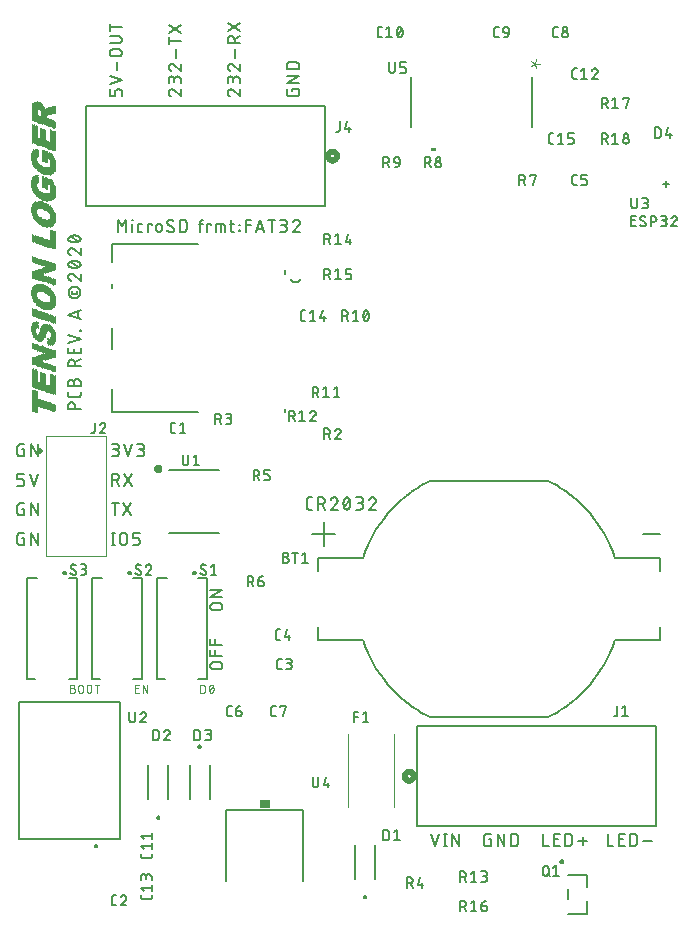
<source format=gbr>
G04 EAGLE Gerber RS-274X export*
G75*
%MOMM*%
%FSLAX34Y34*%
%LPD*%
%INSilkscreen Top*%
%IPPOS*%
%AMOC8*
5,1,8,0,0,1.08239X$1,22.5*%
G01*
%ADD10C,0.152400*%
%ADD11R,0.046900X0.140700*%
%ADD12R,0.046900X0.469000*%
%ADD13R,0.046900X0.515800*%
%ADD14R,0.046900X0.047000*%
%ADD15R,0.046900X0.562700*%
%ADD16R,0.046900X0.046800*%
%ADD17R,0.046900X0.562800*%
%ADD18R,0.046900X1.641500*%
%ADD19R,0.046900X0.609700*%
%ADD20R,0.046900X0.891100*%
%ADD21R,0.046900X0.891200*%
%ADD22R,0.046900X0.515900*%
%ADD23R,0.046900X1.547700*%
%ADD24R,0.046900X0.938100*%
%ADD25R,0.046900X1.641400*%
%ADD26R,0.046900X0.656600*%
%ADD27R,0.046900X1.594600*%
%ADD28R,0.046900X1.172500*%
%ADD29R,0.046900X1.125700*%
%ADD30R,0.046900X0.562900*%
%ADD31R,0.046900X1.078700*%
%ADD32R,0.046900X1.125500*%
%ADD33R,0.046900X0.703500*%
%ADD34R,0.046900X1.266300*%
%ADD35R,0.046900X1.219400*%
%ADD36R,0.046900X1.500800*%
%ADD37R,0.046900X1.266400*%
%ADD38R,0.046900X1.313200*%
%ADD39R,0.046900X1.360000*%
%ADD40R,0.046900X1.407000*%
%ADD41R,0.046900X1.360100*%
%ADD42R,0.046900X1.453900*%
%ADD43R,0.046900X1.453800*%
%ADD44R,0.046900X1.594700*%
%ADD45R,0.046900X1.500700*%
%ADD46R,0.046900X0.750400*%
%ADD47R,0.046900X1.688400*%
%ADD48R,0.046900X0.797300*%
%ADD49R,0.046900X1.547600*%
%ADD50R,0.046900X1.782200*%
%ADD51R,0.046900X0.609600*%
%ADD52R,0.046900X1.735300*%
%ADD53R,0.046900X0.844200*%
%ADD54R,0.046900X1.688300*%
%ADD55R,0.046900X1.829200*%
%ADD56R,0.046900X0.656500*%
%ADD57R,0.046900X0.750500*%
%ADD58R,0.046900X0.938000*%
%ADD59R,0.046900X0.656700*%
%ADD60R,0.046900X0.984900*%
%ADD61R,0.046900X0.609800*%
%ADD62R,0.046900X0.046900*%
%ADD63R,0.046900X0.234500*%
%ADD64R,0.046900X0.985000*%
%ADD65R,0.046900X1.031900*%
%ADD66R,0.046900X0.891000*%
%ADD67R,0.046900X0.937900*%
%ADD68R,0.046900X1.125600*%
%ADD69R,0.046900X1.031800*%
%ADD70R,0.046900X0.328300*%
%ADD71R,0.046900X0.093800*%
%ADD72R,0.046900X0.516000*%
%ADD73R,0.046900X0.750300*%
%ADD74R,0.046900X1.782300*%
%ADD75R,0.046900X1.735200*%
%ADD76R,0.046900X1.547800*%
%ADD77R,0.046900X1.594500*%
%ADD78R,0.046900X1.829000*%
%ADD79R,0.046900X0.703400*%
%ADD80R,0.046900X1.454000*%
%ADD81R,0.046900X1.313300*%
%ADD82R,0.046900X1.360200*%
%ADD83R,0.046900X1.829100*%
%ADD84R,0.046900X1.078800*%
%ADD85R,0.046900X1.078600*%
%ADD86R,0.046900X1.172600*%
%ADD87R,0.046900X1.782100*%
%ADD88C,0.101600*%
%ADD89C,0.127000*%
%ADD90C,0.381000*%
%ADD91C,0.076200*%
%ADD92C,0.120000*%
%ADD93C,0.500000*%
%ADD94C,0.203200*%
%ADD95R,0.863600X0.762000*%
%ADD96C,0.200000*%
%ADD97C,0.508000*%

G36*
X70157Y268919D02*
X70157Y268919D01*
X70159Y268918D01*
X70202Y268938D01*
X70246Y268956D01*
X70246Y268958D01*
X70248Y268959D01*
X70281Y269044D01*
X70281Y271584D01*
X70280Y271586D01*
X70281Y271588D01*
X70261Y271631D01*
X70243Y271675D01*
X70241Y271675D01*
X70240Y271677D01*
X70155Y271710D01*
X66345Y271710D01*
X66343Y271709D01*
X66341Y271710D01*
X66298Y271690D01*
X66254Y271672D01*
X66254Y271670D01*
X66252Y271669D01*
X66219Y271584D01*
X66219Y269044D01*
X66220Y269042D01*
X66219Y269040D01*
X66239Y268997D01*
X66257Y268953D01*
X66259Y268953D01*
X66260Y268951D01*
X66345Y268918D01*
X70155Y268918D01*
X70157Y268919D01*
G37*
D10*
X-204238Y10762D02*
X-201328Y10762D01*
X-201222Y10764D01*
X-201116Y10770D01*
X-201010Y10779D01*
X-200904Y10793D01*
X-200799Y10810D01*
X-200695Y10832D01*
X-200592Y10857D01*
X-200490Y10885D01*
X-200388Y10918D01*
X-200288Y10954D01*
X-200190Y10994D01*
X-200093Y11037D01*
X-199997Y11084D01*
X-199904Y11134D01*
X-199812Y11188D01*
X-199722Y11245D01*
X-199635Y11305D01*
X-199549Y11369D01*
X-199467Y11435D01*
X-199386Y11505D01*
X-199308Y11577D01*
X-199233Y11652D01*
X-199161Y11730D01*
X-199091Y11811D01*
X-199025Y11893D01*
X-198961Y11979D01*
X-198901Y12066D01*
X-198844Y12156D01*
X-198790Y12248D01*
X-198740Y12341D01*
X-198693Y12437D01*
X-198650Y12534D01*
X-198610Y12632D01*
X-198574Y12732D01*
X-198541Y12834D01*
X-198513Y12936D01*
X-198488Y13039D01*
X-198466Y13143D01*
X-198449Y13248D01*
X-198435Y13354D01*
X-198426Y13460D01*
X-198420Y13566D01*
X-198418Y13672D01*
X-198420Y13778D01*
X-198426Y13884D01*
X-198435Y13990D01*
X-198449Y14096D01*
X-198466Y14201D01*
X-198488Y14305D01*
X-198513Y14408D01*
X-198541Y14510D01*
X-198574Y14612D01*
X-198610Y14712D01*
X-198650Y14810D01*
X-198693Y14907D01*
X-198740Y15003D01*
X-198790Y15096D01*
X-198844Y15188D01*
X-198901Y15278D01*
X-198961Y15365D01*
X-199025Y15451D01*
X-199091Y15533D01*
X-199161Y15614D01*
X-199233Y15692D01*
X-199308Y15767D01*
X-199386Y15839D01*
X-199467Y15909D01*
X-199549Y15975D01*
X-199635Y16039D01*
X-199722Y16099D01*
X-199812Y16156D01*
X-199904Y16210D01*
X-199997Y16260D01*
X-200093Y16307D01*
X-200190Y16350D01*
X-200288Y16390D01*
X-200388Y16426D01*
X-200490Y16459D01*
X-200592Y16487D01*
X-200695Y16512D01*
X-200799Y16534D01*
X-200904Y16551D01*
X-201010Y16565D01*
X-201116Y16574D01*
X-201222Y16580D01*
X-201328Y16582D01*
X-200746Y21238D02*
X-204238Y21238D01*
X-200746Y21238D02*
X-200651Y21236D01*
X-200556Y21230D01*
X-200462Y21221D01*
X-200368Y21207D01*
X-200274Y21190D01*
X-200182Y21169D01*
X-200090Y21144D01*
X-200000Y21115D01*
X-199910Y21083D01*
X-199822Y21047D01*
X-199736Y21007D01*
X-199651Y20965D01*
X-199568Y20918D01*
X-199487Y20868D01*
X-199409Y20815D01*
X-199332Y20759D01*
X-199258Y20700D01*
X-199186Y20638D01*
X-199117Y20573D01*
X-199050Y20505D01*
X-198987Y20435D01*
X-198926Y20361D01*
X-198868Y20286D01*
X-198814Y20208D01*
X-198762Y20128D01*
X-198714Y20046D01*
X-198670Y19963D01*
X-198628Y19877D01*
X-198591Y19790D01*
X-198557Y19701D01*
X-198526Y19611D01*
X-198499Y19520D01*
X-198476Y19428D01*
X-198457Y19335D01*
X-198442Y19241D01*
X-198430Y19147D01*
X-198422Y19052D01*
X-198418Y18957D01*
X-198418Y18863D01*
X-198422Y18768D01*
X-198430Y18673D01*
X-198442Y18579D01*
X-198457Y18485D01*
X-198476Y18392D01*
X-198499Y18300D01*
X-198526Y18209D01*
X-198557Y18119D01*
X-198591Y18030D01*
X-198628Y17943D01*
X-198670Y17857D01*
X-198714Y17774D01*
X-198762Y17692D01*
X-198814Y17612D01*
X-198868Y17534D01*
X-198926Y17459D01*
X-198987Y17385D01*
X-199050Y17315D01*
X-199117Y17247D01*
X-199186Y17182D01*
X-199258Y17120D01*
X-199332Y17061D01*
X-199409Y17005D01*
X-199487Y16952D01*
X-199568Y16902D01*
X-199651Y16855D01*
X-199736Y16813D01*
X-199822Y16773D01*
X-199910Y16737D01*
X-200000Y16705D01*
X-200090Y16676D01*
X-200182Y16651D01*
X-200274Y16630D01*
X-200368Y16613D01*
X-200462Y16599D01*
X-200556Y16590D01*
X-200651Y16584D01*
X-200746Y16582D01*
X-203074Y16582D01*
X-194020Y21238D02*
X-190528Y10762D01*
X-187036Y21238D01*
X-182638Y10762D02*
X-179728Y10762D01*
X-179622Y10764D01*
X-179516Y10770D01*
X-179410Y10779D01*
X-179304Y10793D01*
X-179199Y10810D01*
X-179095Y10832D01*
X-178992Y10857D01*
X-178890Y10885D01*
X-178788Y10918D01*
X-178688Y10954D01*
X-178590Y10994D01*
X-178493Y11037D01*
X-178397Y11084D01*
X-178304Y11134D01*
X-178212Y11188D01*
X-178122Y11245D01*
X-178035Y11305D01*
X-177949Y11369D01*
X-177867Y11435D01*
X-177786Y11505D01*
X-177708Y11577D01*
X-177633Y11652D01*
X-177561Y11730D01*
X-177491Y11811D01*
X-177425Y11893D01*
X-177361Y11979D01*
X-177301Y12066D01*
X-177244Y12156D01*
X-177190Y12248D01*
X-177140Y12341D01*
X-177093Y12437D01*
X-177050Y12534D01*
X-177010Y12632D01*
X-176974Y12732D01*
X-176941Y12834D01*
X-176913Y12936D01*
X-176888Y13039D01*
X-176866Y13143D01*
X-176849Y13248D01*
X-176835Y13354D01*
X-176826Y13460D01*
X-176820Y13566D01*
X-176818Y13672D01*
X-176820Y13778D01*
X-176826Y13884D01*
X-176835Y13990D01*
X-176849Y14096D01*
X-176866Y14201D01*
X-176888Y14305D01*
X-176913Y14408D01*
X-176941Y14510D01*
X-176974Y14612D01*
X-177010Y14712D01*
X-177050Y14810D01*
X-177093Y14907D01*
X-177140Y15003D01*
X-177190Y15096D01*
X-177244Y15188D01*
X-177301Y15278D01*
X-177361Y15365D01*
X-177425Y15451D01*
X-177491Y15533D01*
X-177561Y15614D01*
X-177633Y15692D01*
X-177708Y15767D01*
X-177786Y15839D01*
X-177867Y15909D01*
X-177949Y15975D01*
X-178035Y16039D01*
X-178122Y16099D01*
X-178212Y16156D01*
X-178304Y16210D01*
X-178397Y16260D01*
X-178493Y16307D01*
X-178590Y16350D01*
X-178688Y16390D01*
X-178788Y16426D01*
X-178890Y16459D01*
X-178992Y16487D01*
X-179095Y16512D01*
X-179199Y16534D01*
X-179304Y16551D01*
X-179410Y16565D01*
X-179516Y16574D01*
X-179622Y16580D01*
X-179728Y16582D01*
X-179146Y21238D02*
X-182638Y21238D01*
X-179146Y21238D02*
X-179051Y21236D01*
X-178956Y21230D01*
X-178862Y21221D01*
X-178768Y21207D01*
X-178674Y21190D01*
X-178582Y21169D01*
X-178490Y21144D01*
X-178400Y21115D01*
X-178310Y21083D01*
X-178222Y21047D01*
X-178136Y21007D01*
X-178051Y20965D01*
X-177968Y20918D01*
X-177887Y20868D01*
X-177809Y20815D01*
X-177732Y20759D01*
X-177658Y20700D01*
X-177586Y20638D01*
X-177517Y20573D01*
X-177450Y20505D01*
X-177387Y20435D01*
X-177326Y20361D01*
X-177268Y20286D01*
X-177214Y20208D01*
X-177162Y20128D01*
X-177114Y20046D01*
X-177070Y19963D01*
X-177028Y19877D01*
X-176991Y19790D01*
X-176957Y19701D01*
X-176926Y19611D01*
X-176899Y19520D01*
X-176876Y19428D01*
X-176857Y19335D01*
X-176842Y19241D01*
X-176830Y19147D01*
X-176822Y19052D01*
X-176818Y18957D01*
X-176818Y18863D01*
X-176822Y18768D01*
X-176830Y18673D01*
X-176842Y18579D01*
X-176857Y18485D01*
X-176876Y18392D01*
X-176899Y18300D01*
X-176926Y18209D01*
X-176957Y18119D01*
X-176991Y18030D01*
X-177028Y17943D01*
X-177070Y17857D01*
X-177114Y17774D01*
X-177162Y17692D01*
X-177214Y17612D01*
X-177268Y17534D01*
X-177326Y17459D01*
X-177387Y17385D01*
X-177450Y17315D01*
X-177517Y17247D01*
X-177586Y17182D01*
X-177658Y17120D01*
X-177732Y17061D01*
X-177809Y17005D01*
X-177887Y16952D01*
X-177968Y16902D01*
X-178051Y16855D01*
X-178136Y16813D01*
X-178222Y16773D01*
X-178310Y16737D01*
X-178400Y16705D01*
X-178490Y16676D01*
X-178582Y16651D01*
X-178674Y16630D01*
X-178768Y16613D01*
X-178862Y16599D01*
X-178956Y16590D01*
X-179051Y16584D01*
X-179146Y16582D01*
X-181474Y16582D01*
X-204238Y-3762D02*
X-204238Y-14238D01*
X-204238Y-3762D02*
X-201328Y-3762D01*
X-201222Y-3764D01*
X-201116Y-3770D01*
X-201010Y-3779D01*
X-200904Y-3793D01*
X-200799Y-3810D01*
X-200695Y-3832D01*
X-200592Y-3857D01*
X-200490Y-3885D01*
X-200388Y-3918D01*
X-200288Y-3954D01*
X-200190Y-3994D01*
X-200093Y-4037D01*
X-199997Y-4084D01*
X-199904Y-4134D01*
X-199812Y-4188D01*
X-199722Y-4245D01*
X-199635Y-4305D01*
X-199549Y-4369D01*
X-199467Y-4435D01*
X-199386Y-4505D01*
X-199308Y-4577D01*
X-199233Y-4652D01*
X-199161Y-4730D01*
X-199091Y-4811D01*
X-199025Y-4893D01*
X-198961Y-4979D01*
X-198901Y-5066D01*
X-198844Y-5156D01*
X-198790Y-5248D01*
X-198740Y-5341D01*
X-198693Y-5437D01*
X-198650Y-5534D01*
X-198610Y-5632D01*
X-198574Y-5732D01*
X-198541Y-5834D01*
X-198513Y-5936D01*
X-198488Y-6039D01*
X-198466Y-6143D01*
X-198449Y-6248D01*
X-198435Y-6354D01*
X-198426Y-6460D01*
X-198420Y-6566D01*
X-198418Y-6672D01*
X-198420Y-6778D01*
X-198426Y-6884D01*
X-198435Y-6990D01*
X-198449Y-7096D01*
X-198466Y-7201D01*
X-198488Y-7305D01*
X-198513Y-7408D01*
X-198541Y-7510D01*
X-198574Y-7612D01*
X-198610Y-7712D01*
X-198650Y-7810D01*
X-198693Y-7907D01*
X-198740Y-8003D01*
X-198790Y-8096D01*
X-198844Y-8188D01*
X-198901Y-8278D01*
X-198961Y-8365D01*
X-199025Y-8451D01*
X-199091Y-8533D01*
X-199161Y-8614D01*
X-199233Y-8692D01*
X-199308Y-8767D01*
X-199386Y-8839D01*
X-199467Y-8909D01*
X-199549Y-8975D01*
X-199635Y-9039D01*
X-199722Y-9099D01*
X-199812Y-9156D01*
X-199904Y-9210D01*
X-199997Y-9260D01*
X-200093Y-9307D01*
X-200190Y-9350D01*
X-200288Y-9390D01*
X-200388Y-9426D01*
X-200490Y-9459D01*
X-200592Y-9487D01*
X-200695Y-9512D01*
X-200799Y-9534D01*
X-200904Y-9551D01*
X-201010Y-9565D01*
X-201116Y-9574D01*
X-201222Y-9580D01*
X-201328Y-9582D01*
X-204238Y-9582D01*
X-200746Y-9582D02*
X-198418Y-14238D01*
X-194110Y-14238D02*
X-187126Y-3762D01*
X-194110Y-3762D02*
X-187126Y-14238D01*
X-201328Y-28762D02*
X-201328Y-39238D01*
X-204238Y-28762D02*
X-198418Y-28762D01*
X-187756Y-28762D02*
X-194740Y-39238D01*
X-187756Y-39238D02*
X-194740Y-28762D01*
X-203074Y-53762D02*
X-203074Y-64238D01*
X-204238Y-64238D02*
X-201910Y-64238D01*
X-201910Y-53762D02*
X-204238Y-53762D01*
X-197344Y-56672D02*
X-197344Y-61328D01*
X-197344Y-56672D02*
X-197342Y-56566D01*
X-197336Y-56460D01*
X-197327Y-56354D01*
X-197313Y-56248D01*
X-197296Y-56143D01*
X-197274Y-56039D01*
X-197249Y-55936D01*
X-197221Y-55834D01*
X-197188Y-55732D01*
X-197152Y-55632D01*
X-197112Y-55534D01*
X-197069Y-55437D01*
X-197022Y-55341D01*
X-196972Y-55248D01*
X-196918Y-55156D01*
X-196861Y-55066D01*
X-196801Y-54979D01*
X-196737Y-54893D01*
X-196671Y-54811D01*
X-196601Y-54730D01*
X-196529Y-54652D01*
X-196454Y-54577D01*
X-196376Y-54505D01*
X-196295Y-54435D01*
X-196213Y-54369D01*
X-196127Y-54305D01*
X-196040Y-54245D01*
X-195950Y-54188D01*
X-195858Y-54134D01*
X-195765Y-54084D01*
X-195669Y-54037D01*
X-195572Y-53994D01*
X-195474Y-53954D01*
X-195374Y-53918D01*
X-195272Y-53885D01*
X-195170Y-53857D01*
X-195067Y-53832D01*
X-194963Y-53810D01*
X-194858Y-53793D01*
X-194752Y-53779D01*
X-194646Y-53770D01*
X-194540Y-53764D01*
X-194434Y-53762D01*
X-194328Y-53764D01*
X-194222Y-53770D01*
X-194116Y-53779D01*
X-194010Y-53793D01*
X-193905Y-53810D01*
X-193801Y-53832D01*
X-193698Y-53857D01*
X-193596Y-53885D01*
X-193494Y-53918D01*
X-193394Y-53954D01*
X-193296Y-53994D01*
X-193199Y-54037D01*
X-193103Y-54084D01*
X-193010Y-54134D01*
X-192918Y-54188D01*
X-192828Y-54245D01*
X-192741Y-54305D01*
X-192655Y-54369D01*
X-192573Y-54435D01*
X-192492Y-54505D01*
X-192414Y-54577D01*
X-192339Y-54652D01*
X-192267Y-54730D01*
X-192197Y-54811D01*
X-192131Y-54893D01*
X-192067Y-54979D01*
X-192007Y-55066D01*
X-191950Y-55156D01*
X-191896Y-55248D01*
X-191846Y-55341D01*
X-191799Y-55437D01*
X-191756Y-55534D01*
X-191716Y-55632D01*
X-191680Y-55732D01*
X-191647Y-55834D01*
X-191619Y-55936D01*
X-191594Y-56039D01*
X-191572Y-56143D01*
X-191555Y-56248D01*
X-191541Y-56354D01*
X-191532Y-56460D01*
X-191526Y-56566D01*
X-191524Y-56672D01*
X-191524Y-61328D01*
X-191526Y-61434D01*
X-191532Y-61540D01*
X-191541Y-61646D01*
X-191555Y-61752D01*
X-191572Y-61857D01*
X-191594Y-61961D01*
X-191619Y-62064D01*
X-191647Y-62166D01*
X-191680Y-62268D01*
X-191716Y-62368D01*
X-191756Y-62466D01*
X-191799Y-62563D01*
X-191846Y-62659D01*
X-191896Y-62752D01*
X-191950Y-62844D01*
X-192007Y-62934D01*
X-192067Y-63021D01*
X-192131Y-63107D01*
X-192197Y-63189D01*
X-192267Y-63270D01*
X-192339Y-63348D01*
X-192414Y-63423D01*
X-192492Y-63495D01*
X-192573Y-63565D01*
X-192655Y-63631D01*
X-192741Y-63695D01*
X-192828Y-63755D01*
X-192918Y-63812D01*
X-193010Y-63866D01*
X-193103Y-63916D01*
X-193199Y-63963D01*
X-193296Y-64006D01*
X-193394Y-64046D01*
X-193494Y-64082D01*
X-193596Y-64115D01*
X-193698Y-64143D01*
X-193801Y-64168D01*
X-193905Y-64190D01*
X-194010Y-64207D01*
X-194116Y-64221D01*
X-194222Y-64230D01*
X-194328Y-64236D01*
X-194434Y-64238D01*
X-194540Y-64236D01*
X-194646Y-64230D01*
X-194752Y-64221D01*
X-194858Y-64207D01*
X-194963Y-64190D01*
X-195067Y-64168D01*
X-195170Y-64143D01*
X-195272Y-64115D01*
X-195374Y-64082D01*
X-195474Y-64046D01*
X-195572Y-64006D01*
X-195669Y-63963D01*
X-195765Y-63916D01*
X-195858Y-63866D01*
X-195950Y-63812D01*
X-196040Y-63755D01*
X-196127Y-63695D01*
X-196213Y-63631D01*
X-196295Y-63565D01*
X-196376Y-63495D01*
X-196454Y-63423D01*
X-196529Y-63348D01*
X-196601Y-63270D01*
X-196671Y-63189D01*
X-196737Y-63107D01*
X-196801Y-63021D01*
X-196861Y-62934D01*
X-196918Y-62844D01*
X-196972Y-62752D01*
X-197022Y-62659D01*
X-197069Y-62563D01*
X-197112Y-62466D01*
X-197152Y-62368D01*
X-197188Y-62268D01*
X-197221Y-62166D01*
X-197249Y-62064D01*
X-197274Y-61961D01*
X-197296Y-61857D01*
X-197313Y-61752D01*
X-197327Y-61646D01*
X-197336Y-61540D01*
X-197342Y-61434D01*
X-197344Y-61328D01*
X-186544Y-64238D02*
X-183052Y-64238D01*
X-182958Y-64236D01*
X-182865Y-64230D01*
X-182771Y-64221D01*
X-182679Y-64208D01*
X-182586Y-64191D01*
X-182495Y-64170D01*
X-182404Y-64146D01*
X-182315Y-64118D01*
X-182226Y-64087D01*
X-182140Y-64052D01*
X-182054Y-64013D01*
X-181970Y-63971D01*
X-181888Y-63926D01*
X-181808Y-63878D01*
X-181730Y-63826D01*
X-181653Y-63771D01*
X-181580Y-63713D01*
X-181508Y-63653D01*
X-181439Y-63589D01*
X-181373Y-63523D01*
X-181309Y-63454D01*
X-181249Y-63382D01*
X-181191Y-63309D01*
X-181136Y-63232D01*
X-181084Y-63154D01*
X-181036Y-63074D01*
X-180991Y-62992D01*
X-180949Y-62908D01*
X-180910Y-62822D01*
X-180875Y-62736D01*
X-180844Y-62647D01*
X-180816Y-62558D01*
X-180792Y-62467D01*
X-180771Y-62376D01*
X-180754Y-62283D01*
X-180741Y-62191D01*
X-180732Y-62097D01*
X-180726Y-62004D01*
X-180724Y-61910D01*
X-180724Y-60746D01*
X-180726Y-60652D01*
X-180732Y-60559D01*
X-180741Y-60465D01*
X-180754Y-60373D01*
X-180771Y-60280D01*
X-180792Y-60189D01*
X-180816Y-60098D01*
X-180844Y-60009D01*
X-180875Y-59920D01*
X-180910Y-59834D01*
X-180949Y-59748D01*
X-180991Y-59664D01*
X-181036Y-59582D01*
X-181084Y-59502D01*
X-181136Y-59424D01*
X-181191Y-59347D01*
X-181249Y-59274D01*
X-181309Y-59202D01*
X-181373Y-59133D01*
X-181439Y-59067D01*
X-181508Y-59003D01*
X-181580Y-58943D01*
X-181653Y-58885D01*
X-181730Y-58830D01*
X-181808Y-58778D01*
X-181888Y-58730D01*
X-181970Y-58685D01*
X-182054Y-58643D01*
X-182140Y-58604D01*
X-182226Y-58569D01*
X-182315Y-58538D01*
X-182404Y-58510D01*
X-182495Y-58486D01*
X-182586Y-58465D01*
X-182679Y-58448D01*
X-182771Y-58435D01*
X-182865Y-58426D01*
X-182958Y-58420D01*
X-183052Y-58418D01*
X-186544Y-58418D01*
X-186544Y-53762D01*
X-180724Y-53762D01*
X-280746Y-14238D02*
X-284238Y-14238D01*
X-280746Y-14238D02*
X-280652Y-14236D01*
X-280559Y-14230D01*
X-280465Y-14221D01*
X-280373Y-14208D01*
X-280280Y-14191D01*
X-280189Y-14170D01*
X-280098Y-14146D01*
X-280009Y-14118D01*
X-279920Y-14087D01*
X-279834Y-14052D01*
X-279748Y-14013D01*
X-279664Y-13971D01*
X-279582Y-13926D01*
X-279502Y-13878D01*
X-279424Y-13826D01*
X-279347Y-13771D01*
X-279274Y-13713D01*
X-279202Y-13653D01*
X-279133Y-13589D01*
X-279067Y-13523D01*
X-279003Y-13454D01*
X-278943Y-13382D01*
X-278885Y-13309D01*
X-278830Y-13232D01*
X-278778Y-13154D01*
X-278730Y-13074D01*
X-278685Y-12992D01*
X-278643Y-12908D01*
X-278604Y-12822D01*
X-278569Y-12736D01*
X-278538Y-12647D01*
X-278510Y-12558D01*
X-278486Y-12467D01*
X-278465Y-12376D01*
X-278448Y-12283D01*
X-278435Y-12191D01*
X-278426Y-12097D01*
X-278420Y-12004D01*
X-278418Y-11910D01*
X-278418Y-10746D01*
X-278420Y-10652D01*
X-278426Y-10559D01*
X-278435Y-10465D01*
X-278448Y-10373D01*
X-278465Y-10280D01*
X-278486Y-10189D01*
X-278510Y-10098D01*
X-278538Y-10009D01*
X-278569Y-9920D01*
X-278604Y-9834D01*
X-278643Y-9748D01*
X-278685Y-9664D01*
X-278730Y-9582D01*
X-278778Y-9502D01*
X-278830Y-9424D01*
X-278885Y-9347D01*
X-278943Y-9274D01*
X-279003Y-9202D01*
X-279067Y-9133D01*
X-279133Y-9067D01*
X-279202Y-9003D01*
X-279274Y-8943D01*
X-279347Y-8885D01*
X-279424Y-8830D01*
X-279502Y-8778D01*
X-279582Y-8730D01*
X-279664Y-8685D01*
X-279748Y-8643D01*
X-279834Y-8604D01*
X-279920Y-8569D01*
X-280009Y-8538D01*
X-280098Y-8510D01*
X-280189Y-8486D01*
X-280280Y-8465D01*
X-280373Y-8448D01*
X-280465Y-8435D01*
X-280559Y-8426D01*
X-280652Y-8420D01*
X-280746Y-8418D01*
X-284238Y-8418D01*
X-284238Y-3762D01*
X-278418Y-3762D01*
X-274020Y-3762D02*
X-270528Y-14238D01*
X-267036Y-3762D01*
X-278418Y16582D02*
X-280164Y16582D01*
X-278418Y16582D02*
X-278418Y10762D01*
X-281910Y10762D01*
X-282004Y10764D01*
X-282097Y10770D01*
X-282191Y10779D01*
X-282283Y10792D01*
X-282376Y10809D01*
X-282467Y10830D01*
X-282558Y10854D01*
X-282647Y10882D01*
X-282736Y10913D01*
X-282822Y10948D01*
X-282908Y10987D01*
X-282992Y11029D01*
X-283074Y11074D01*
X-283154Y11122D01*
X-283232Y11174D01*
X-283309Y11229D01*
X-283382Y11287D01*
X-283454Y11347D01*
X-283523Y11411D01*
X-283589Y11477D01*
X-283653Y11546D01*
X-283713Y11618D01*
X-283771Y11691D01*
X-283826Y11768D01*
X-283878Y11846D01*
X-283926Y11926D01*
X-283971Y12008D01*
X-284013Y12092D01*
X-284052Y12178D01*
X-284087Y12264D01*
X-284118Y12353D01*
X-284146Y12442D01*
X-284170Y12533D01*
X-284191Y12624D01*
X-284208Y12717D01*
X-284221Y12809D01*
X-284230Y12903D01*
X-284236Y12996D01*
X-284238Y13090D01*
X-284238Y18910D01*
X-284236Y19004D01*
X-284230Y19097D01*
X-284221Y19191D01*
X-284208Y19283D01*
X-284191Y19376D01*
X-284170Y19467D01*
X-284146Y19558D01*
X-284118Y19647D01*
X-284087Y19736D01*
X-284052Y19822D01*
X-284013Y19908D01*
X-283971Y19992D01*
X-283926Y20074D01*
X-283878Y20154D01*
X-283826Y20232D01*
X-283771Y20309D01*
X-283713Y20382D01*
X-283653Y20454D01*
X-283589Y20523D01*
X-283523Y20589D01*
X-283454Y20653D01*
X-283382Y20713D01*
X-283309Y20771D01*
X-283232Y20826D01*
X-283154Y20878D01*
X-283074Y20926D01*
X-282992Y20971D01*
X-282908Y21013D01*
X-282822Y21052D01*
X-282736Y21087D01*
X-282647Y21118D01*
X-282558Y21146D01*
X-282467Y21170D01*
X-282376Y21191D01*
X-282283Y21208D01*
X-282191Y21221D01*
X-282097Y21230D01*
X-282004Y21236D01*
X-281910Y21238D01*
X-278418Y21238D01*
X-272718Y21238D02*
X-272718Y10762D01*
X-266898Y10762D02*
X-272718Y21238D01*
X-266898Y21238D02*
X-266898Y10762D01*
X-278418Y-33418D02*
X-280164Y-33418D01*
X-278418Y-33418D02*
X-278418Y-39238D01*
X-281910Y-39238D01*
X-282004Y-39236D01*
X-282097Y-39230D01*
X-282191Y-39221D01*
X-282283Y-39208D01*
X-282376Y-39191D01*
X-282467Y-39170D01*
X-282558Y-39146D01*
X-282647Y-39118D01*
X-282736Y-39087D01*
X-282822Y-39052D01*
X-282908Y-39013D01*
X-282992Y-38971D01*
X-283074Y-38926D01*
X-283154Y-38878D01*
X-283232Y-38826D01*
X-283309Y-38771D01*
X-283382Y-38713D01*
X-283454Y-38653D01*
X-283523Y-38589D01*
X-283589Y-38523D01*
X-283653Y-38454D01*
X-283713Y-38382D01*
X-283771Y-38309D01*
X-283826Y-38232D01*
X-283878Y-38154D01*
X-283926Y-38074D01*
X-283971Y-37992D01*
X-284013Y-37908D01*
X-284052Y-37822D01*
X-284087Y-37736D01*
X-284118Y-37647D01*
X-284146Y-37558D01*
X-284170Y-37467D01*
X-284191Y-37376D01*
X-284208Y-37283D01*
X-284221Y-37191D01*
X-284230Y-37097D01*
X-284236Y-37004D01*
X-284238Y-36910D01*
X-284238Y-31090D01*
X-284236Y-30996D01*
X-284230Y-30903D01*
X-284221Y-30809D01*
X-284208Y-30717D01*
X-284191Y-30624D01*
X-284170Y-30533D01*
X-284146Y-30442D01*
X-284118Y-30353D01*
X-284087Y-30264D01*
X-284052Y-30178D01*
X-284013Y-30092D01*
X-283971Y-30008D01*
X-283926Y-29926D01*
X-283878Y-29846D01*
X-283826Y-29768D01*
X-283771Y-29691D01*
X-283713Y-29618D01*
X-283653Y-29546D01*
X-283589Y-29477D01*
X-283523Y-29411D01*
X-283454Y-29347D01*
X-283382Y-29287D01*
X-283309Y-29229D01*
X-283232Y-29174D01*
X-283154Y-29122D01*
X-283074Y-29074D01*
X-282992Y-29029D01*
X-282908Y-28987D01*
X-282822Y-28948D01*
X-282736Y-28913D01*
X-282647Y-28882D01*
X-282558Y-28854D01*
X-282467Y-28830D01*
X-282376Y-28809D01*
X-282283Y-28792D01*
X-282191Y-28779D01*
X-282097Y-28770D01*
X-282004Y-28764D01*
X-281910Y-28762D01*
X-278418Y-28762D01*
X-272718Y-28762D02*
X-272718Y-39238D01*
X-266898Y-39238D02*
X-272718Y-28762D01*
X-266898Y-28762D02*
X-266898Y-39238D01*
X-278418Y-58418D02*
X-280164Y-58418D01*
X-278418Y-58418D02*
X-278418Y-64238D01*
X-281910Y-64238D01*
X-282004Y-64236D01*
X-282097Y-64230D01*
X-282191Y-64221D01*
X-282283Y-64208D01*
X-282376Y-64191D01*
X-282467Y-64170D01*
X-282558Y-64146D01*
X-282647Y-64118D01*
X-282736Y-64087D01*
X-282822Y-64052D01*
X-282908Y-64013D01*
X-282992Y-63971D01*
X-283074Y-63926D01*
X-283154Y-63878D01*
X-283232Y-63826D01*
X-283309Y-63771D01*
X-283382Y-63713D01*
X-283454Y-63653D01*
X-283523Y-63589D01*
X-283589Y-63523D01*
X-283653Y-63454D01*
X-283713Y-63382D01*
X-283771Y-63309D01*
X-283826Y-63232D01*
X-283878Y-63154D01*
X-283926Y-63074D01*
X-283971Y-62992D01*
X-284013Y-62908D01*
X-284052Y-62822D01*
X-284087Y-62736D01*
X-284118Y-62647D01*
X-284146Y-62558D01*
X-284170Y-62467D01*
X-284191Y-62376D01*
X-284208Y-62283D01*
X-284221Y-62191D01*
X-284230Y-62097D01*
X-284236Y-62004D01*
X-284238Y-61910D01*
X-284238Y-56090D01*
X-284236Y-55996D01*
X-284230Y-55903D01*
X-284221Y-55809D01*
X-284208Y-55717D01*
X-284191Y-55624D01*
X-284170Y-55533D01*
X-284146Y-55442D01*
X-284118Y-55353D01*
X-284087Y-55264D01*
X-284052Y-55178D01*
X-284013Y-55092D01*
X-283971Y-55008D01*
X-283926Y-54926D01*
X-283878Y-54846D01*
X-283826Y-54768D01*
X-283771Y-54691D01*
X-283713Y-54618D01*
X-283653Y-54546D01*
X-283589Y-54477D01*
X-283523Y-54411D01*
X-283454Y-54347D01*
X-283382Y-54287D01*
X-283309Y-54229D01*
X-283232Y-54174D01*
X-283154Y-54122D01*
X-283074Y-54074D01*
X-282992Y-54029D01*
X-282908Y-53987D01*
X-282822Y-53948D01*
X-282736Y-53913D01*
X-282647Y-53882D01*
X-282558Y-53854D01*
X-282467Y-53830D01*
X-282376Y-53809D01*
X-282283Y-53792D01*
X-282191Y-53779D01*
X-282097Y-53770D01*
X-282004Y-53764D01*
X-281910Y-53762D01*
X-278418Y-53762D01*
X-272718Y-53762D02*
X-272718Y-64238D01*
X-266898Y-64238D02*
X-272718Y-53762D01*
X-266898Y-53762D02*
X-266898Y-64238D01*
X-118328Y-119238D02*
X-113672Y-119238D01*
X-118328Y-119238D02*
X-118434Y-119236D01*
X-118540Y-119230D01*
X-118646Y-119221D01*
X-118752Y-119207D01*
X-118857Y-119190D01*
X-118961Y-119168D01*
X-119064Y-119143D01*
X-119166Y-119115D01*
X-119268Y-119082D01*
X-119368Y-119046D01*
X-119466Y-119006D01*
X-119563Y-118963D01*
X-119659Y-118916D01*
X-119752Y-118866D01*
X-119844Y-118812D01*
X-119934Y-118755D01*
X-120021Y-118695D01*
X-120107Y-118631D01*
X-120189Y-118565D01*
X-120270Y-118495D01*
X-120348Y-118423D01*
X-120423Y-118348D01*
X-120495Y-118270D01*
X-120565Y-118189D01*
X-120631Y-118107D01*
X-120695Y-118021D01*
X-120755Y-117934D01*
X-120812Y-117844D01*
X-120866Y-117752D01*
X-120916Y-117659D01*
X-120963Y-117563D01*
X-121006Y-117466D01*
X-121046Y-117368D01*
X-121082Y-117268D01*
X-121115Y-117166D01*
X-121143Y-117064D01*
X-121168Y-116961D01*
X-121190Y-116857D01*
X-121207Y-116752D01*
X-121221Y-116646D01*
X-121230Y-116540D01*
X-121236Y-116434D01*
X-121238Y-116328D01*
X-121236Y-116222D01*
X-121230Y-116116D01*
X-121221Y-116010D01*
X-121207Y-115904D01*
X-121190Y-115799D01*
X-121168Y-115695D01*
X-121143Y-115592D01*
X-121115Y-115490D01*
X-121082Y-115388D01*
X-121046Y-115288D01*
X-121006Y-115190D01*
X-120963Y-115093D01*
X-120916Y-114997D01*
X-120866Y-114904D01*
X-120812Y-114812D01*
X-120755Y-114722D01*
X-120695Y-114635D01*
X-120631Y-114549D01*
X-120565Y-114467D01*
X-120495Y-114386D01*
X-120423Y-114308D01*
X-120348Y-114233D01*
X-120270Y-114161D01*
X-120189Y-114091D01*
X-120107Y-114025D01*
X-120021Y-113961D01*
X-119934Y-113901D01*
X-119844Y-113844D01*
X-119752Y-113790D01*
X-119659Y-113740D01*
X-119563Y-113693D01*
X-119466Y-113650D01*
X-119368Y-113610D01*
X-119268Y-113574D01*
X-119166Y-113541D01*
X-119064Y-113513D01*
X-118961Y-113488D01*
X-118857Y-113466D01*
X-118752Y-113449D01*
X-118646Y-113435D01*
X-118540Y-113426D01*
X-118434Y-113420D01*
X-118328Y-113418D01*
X-113672Y-113418D01*
X-113566Y-113420D01*
X-113460Y-113426D01*
X-113354Y-113435D01*
X-113248Y-113449D01*
X-113143Y-113466D01*
X-113039Y-113488D01*
X-112936Y-113513D01*
X-112834Y-113541D01*
X-112732Y-113574D01*
X-112632Y-113610D01*
X-112534Y-113650D01*
X-112437Y-113693D01*
X-112341Y-113740D01*
X-112248Y-113790D01*
X-112156Y-113844D01*
X-112066Y-113901D01*
X-111979Y-113961D01*
X-111893Y-114025D01*
X-111811Y-114091D01*
X-111730Y-114161D01*
X-111652Y-114233D01*
X-111577Y-114308D01*
X-111505Y-114386D01*
X-111435Y-114467D01*
X-111369Y-114549D01*
X-111305Y-114635D01*
X-111245Y-114722D01*
X-111188Y-114812D01*
X-111134Y-114904D01*
X-111084Y-114997D01*
X-111037Y-115093D01*
X-110994Y-115190D01*
X-110954Y-115288D01*
X-110918Y-115388D01*
X-110885Y-115490D01*
X-110857Y-115592D01*
X-110832Y-115695D01*
X-110810Y-115799D01*
X-110793Y-115904D01*
X-110779Y-116010D01*
X-110770Y-116116D01*
X-110764Y-116222D01*
X-110762Y-116328D01*
X-110764Y-116434D01*
X-110770Y-116540D01*
X-110779Y-116646D01*
X-110793Y-116752D01*
X-110810Y-116857D01*
X-110832Y-116961D01*
X-110857Y-117064D01*
X-110885Y-117166D01*
X-110918Y-117268D01*
X-110954Y-117368D01*
X-110994Y-117466D01*
X-111037Y-117563D01*
X-111084Y-117659D01*
X-111134Y-117752D01*
X-111188Y-117844D01*
X-111245Y-117934D01*
X-111305Y-118021D01*
X-111369Y-118107D01*
X-111435Y-118189D01*
X-111505Y-118270D01*
X-111577Y-118348D01*
X-111652Y-118423D01*
X-111730Y-118495D01*
X-111811Y-118565D01*
X-111893Y-118631D01*
X-111979Y-118695D01*
X-112066Y-118755D01*
X-112156Y-118812D01*
X-112248Y-118866D01*
X-112341Y-118916D01*
X-112437Y-118963D01*
X-112534Y-119006D01*
X-112632Y-119046D01*
X-112732Y-119082D01*
X-112834Y-119115D01*
X-112936Y-119143D01*
X-113039Y-119168D01*
X-113143Y-119190D01*
X-113248Y-119207D01*
X-113354Y-119221D01*
X-113460Y-119230D01*
X-113566Y-119236D01*
X-113672Y-119238D01*
X-110762Y-108078D02*
X-121238Y-108078D01*
X-110762Y-102258D01*
X-121238Y-102258D01*
X-118328Y-169238D02*
X-113672Y-169238D01*
X-118328Y-169238D02*
X-118434Y-169236D01*
X-118540Y-169230D01*
X-118646Y-169221D01*
X-118752Y-169207D01*
X-118857Y-169190D01*
X-118961Y-169168D01*
X-119064Y-169143D01*
X-119166Y-169115D01*
X-119268Y-169082D01*
X-119368Y-169046D01*
X-119466Y-169006D01*
X-119563Y-168963D01*
X-119659Y-168916D01*
X-119752Y-168866D01*
X-119844Y-168812D01*
X-119934Y-168755D01*
X-120021Y-168695D01*
X-120107Y-168631D01*
X-120189Y-168565D01*
X-120270Y-168495D01*
X-120348Y-168423D01*
X-120423Y-168348D01*
X-120495Y-168270D01*
X-120565Y-168189D01*
X-120631Y-168107D01*
X-120695Y-168021D01*
X-120755Y-167934D01*
X-120812Y-167844D01*
X-120866Y-167752D01*
X-120916Y-167659D01*
X-120963Y-167563D01*
X-121006Y-167466D01*
X-121046Y-167368D01*
X-121082Y-167268D01*
X-121115Y-167166D01*
X-121143Y-167064D01*
X-121168Y-166961D01*
X-121190Y-166857D01*
X-121207Y-166752D01*
X-121221Y-166646D01*
X-121230Y-166540D01*
X-121236Y-166434D01*
X-121238Y-166328D01*
X-121236Y-166222D01*
X-121230Y-166116D01*
X-121221Y-166010D01*
X-121207Y-165904D01*
X-121190Y-165799D01*
X-121168Y-165695D01*
X-121143Y-165592D01*
X-121115Y-165490D01*
X-121082Y-165388D01*
X-121046Y-165288D01*
X-121006Y-165190D01*
X-120963Y-165093D01*
X-120916Y-164997D01*
X-120866Y-164904D01*
X-120812Y-164812D01*
X-120755Y-164722D01*
X-120695Y-164635D01*
X-120631Y-164549D01*
X-120565Y-164467D01*
X-120495Y-164386D01*
X-120423Y-164308D01*
X-120348Y-164233D01*
X-120270Y-164161D01*
X-120189Y-164091D01*
X-120107Y-164025D01*
X-120021Y-163961D01*
X-119934Y-163901D01*
X-119844Y-163844D01*
X-119752Y-163790D01*
X-119659Y-163740D01*
X-119563Y-163693D01*
X-119466Y-163650D01*
X-119368Y-163610D01*
X-119268Y-163574D01*
X-119166Y-163541D01*
X-119064Y-163513D01*
X-118961Y-163488D01*
X-118857Y-163466D01*
X-118752Y-163449D01*
X-118646Y-163435D01*
X-118540Y-163426D01*
X-118434Y-163420D01*
X-118328Y-163418D01*
X-113672Y-163418D01*
X-113566Y-163420D01*
X-113460Y-163426D01*
X-113354Y-163435D01*
X-113248Y-163449D01*
X-113143Y-163466D01*
X-113039Y-163488D01*
X-112936Y-163513D01*
X-112834Y-163541D01*
X-112732Y-163574D01*
X-112632Y-163610D01*
X-112534Y-163650D01*
X-112437Y-163693D01*
X-112341Y-163740D01*
X-112248Y-163790D01*
X-112156Y-163844D01*
X-112066Y-163901D01*
X-111979Y-163961D01*
X-111893Y-164025D01*
X-111811Y-164091D01*
X-111730Y-164161D01*
X-111652Y-164233D01*
X-111577Y-164308D01*
X-111505Y-164386D01*
X-111435Y-164467D01*
X-111369Y-164549D01*
X-111305Y-164635D01*
X-111245Y-164722D01*
X-111188Y-164812D01*
X-111134Y-164904D01*
X-111084Y-164997D01*
X-111037Y-165093D01*
X-110994Y-165190D01*
X-110954Y-165288D01*
X-110918Y-165388D01*
X-110885Y-165490D01*
X-110857Y-165592D01*
X-110832Y-165695D01*
X-110810Y-165799D01*
X-110793Y-165904D01*
X-110779Y-166010D01*
X-110770Y-166116D01*
X-110764Y-166222D01*
X-110762Y-166328D01*
X-110764Y-166434D01*
X-110770Y-166540D01*
X-110779Y-166646D01*
X-110793Y-166752D01*
X-110810Y-166857D01*
X-110832Y-166961D01*
X-110857Y-167064D01*
X-110885Y-167166D01*
X-110918Y-167268D01*
X-110954Y-167368D01*
X-110994Y-167466D01*
X-111037Y-167563D01*
X-111084Y-167659D01*
X-111134Y-167752D01*
X-111188Y-167844D01*
X-111245Y-167934D01*
X-111305Y-168021D01*
X-111369Y-168107D01*
X-111435Y-168189D01*
X-111505Y-168270D01*
X-111577Y-168348D01*
X-111652Y-168423D01*
X-111730Y-168495D01*
X-111811Y-168565D01*
X-111893Y-168631D01*
X-111979Y-168695D01*
X-112066Y-168755D01*
X-112156Y-168812D01*
X-112248Y-168866D01*
X-112341Y-168916D01*
X-112437Y-168963D01*
X-112534Y-169006D01*
X-112632Y-169046D01*
X-112732Y-169082D01*
X-112834Y-169115D01*
X-112936Y-169143D01*
X-113039Y-169168D01*
X-113143Y-169190D01*
X-113248Y-169207D01*
X-113354Y-169221D01*
X-113460Y-169230D01*
X-113566Y-169236D01*
X-113672Y-169238D01*
X-110762Y-158050D02*
X-121238Y-158050D01*
X-121238Y-153394D01*
X-116582Y-153394D02*
X-116582Y-158050D01*
X-121238Y-148690D02*
X-110762Y-148690D01*
X-121238Y-148690D02*
X-121238Y-144034D01*
X-116582Y-144034D02*
X-116582Y-148690D01*
X-36910Y-34238D02*
X-34582Y-34238D01*
X-36910Y-34238D02*
X-37004Y-34236D01*
X-37097Y-34230D01*
X-37191Y-34221D01*
X-37283Y-34208D01*
X-37376Y-34191D01*
X-37467Y-34170D01*
X-37558Y-34146D01*
X-37647Y-34118D01*
X-37736Y-34087D01*
X-37822Y-34052D01*
X-37908Y-34013D01*
X-37992Y-33971D01*
X-38074Y-33926D01*
X-38154Y-33878D01*
X-38232Y-33826D01*
X-38309Y-33771D01*
X-38382Y-33713D01*
X-38454Y-33653D01*
X-38523Y-33589D01*
X-38589Y-33523D01*
X-38653Y-33454D01*
X-38713Y-33382D01*
X-38771Y-33309D01*
X-38826Y-33232D01*
X-38878Y-33154D01*
X-38926Y-33074D01*
X-38971Y-32992D01*
X-39013Y-32908D01*
X-39052Y-32822D01*
X-39087Y-32736D01*
X-39118Y-32647D01*
X-39146Y-32558D01*
X-39170Y-32467D01*
X-39191Y-32376D01*
X-39208Y-32283D01*
X-39221Y-32191D01*
X-39230Y-32097D01*
X-39236Y-32004D01*
X-39238Y-31910D01*
X-39238Y-26090D01*
X-39236Y-25996D01*
X-39230Y-25903D01*
X-39221Y-25809D01*
X-39208Y-25717D01*
X-39191Y-25624D01*
X-39170Y-25533D01*
X-39146Y-25442D01*
X-39118Y-25353D01*
X-39087Y-25264D01*
X-39052Y-25178D01*
X-39013Y-25092D01*
X-38971Y-25008D01*
X-38926Y-24926D01*
X-38878Y-24846D01*
X-38826Y-24768D01*
X-38771Y-24691D01*
X-38713Y-24618D01*
X-38653Y-24546D01*
X-38589Y-24477D01*
X-38523Y-24411D01*
X-38454Y-24347D01*
X-38382Y-24287D01*
X-38309Y-24229D01*
X-38232Y-24174D01*
X-38154Y-24122D01*
X-38074Y-24074D01*
X-37992Y-24029D01*
X-37908Y-23987D01*
X-37822Y-23948D01*
X-37736Y-23913D01*
X-37647Y-23882D01*
X-37558Y-23854D01*
X-37467Y-23830D01*
X-37376Y-23809D01*
X-37283Y-23792D01*
X-37191Y-23779D01*
X-37097Y-23770D01*
X-37004Y-23764D01*
X-36910Y-23762D01*
X-34582Y-23762D01*
X-29747Y-23762D02*
X-29747Y-34238D01*
X-29747Y-23762D02*
X-26837Y-23762D01*
X-26731Y-23764D01*
X-26625Y-23770D01*
X-26519Y-23779D01*
X-26413Y-23793D01*
X-26308Y-23810D01*
X-26204Y-23832D01*
X-26101Y-23857D01*
X-25999Y-23885D01*
X-25897Y-23918D01*
X-25797Y-23954D01*
X-25699Y-23994D01*
X-25602Y-24037D01*
X-25506Y-24084D01*
X-25413Y-24134D01*
X-25321Y-24188D01*
X-25231Y-24245D01*
X-25144Y-24305D01*
X-25058Y-24369D01*
X-24976Y-24435D01*
X-24895Y-24505D01*
X-24817Y-24577D01*
X-24742Y-24652D01*
X-24670Y-24730D01*
X-24600Y-24811D01*
X-24534Y-24893D01*
X-24470Y-24979D01*
X-24410Y-25066D01*
X-24353Y-25156D01*
X-24299Y-25248D01*
X-24249Y-25341D01*
X-24202Y-25437D01*
X-24159Y-25534D01*
X-24119Y-25632D01*
X-24083Y-25732D01*
X-24050Y-25834D01*
X-24022Y-25936D01*
X-23997Y-26039D01*
X-23975Y-26143D01*
X-23958Y-26248D01*
X-23944Y-26354D01*
X-23935Y-26460D01*
X-23929Y-26566D01*
X-23927Y-26672D01*
X-23929Y-26778D01*
X-23935Y-26884D01*
X-23944Y-26990D01*
X-23958Y-27096D01*
X-23975Y-27201D01*
X-23997Y-27305D01*
X-24022Y-27408D01*
X-24050Y-27510D01*
X-24083Y-27612D01*
X-24119Y-27712D01*
X-24159Y-27810D01*
X-24202Y-27907D01*
X-24249Y-28003D01*
X-24299Y-28096D01*
X-24353Y-28188D01*
X-24410Y-28278D01*
X-24470Y-28365D01*
X-24534Y-28451D01*
X-24600Y-28533D01*
X-24670Y-28614D01*
X-24742Y-28692D01*
X-24817Y-28767D01*
X-24895Y-28839D01*
X-24976Y-28909D01*
X-25058Y-28975D01*
X-25144Y-29039D01*
X-25231Y-29099D01*
X-25321Y-29156D01*
X-25413Y-29210D01*
X-25506Y-29260D01*
X-25602Y-29307D01*
X-25699Y-29350D01*
X-25797Y-29390D01*
X-25897Y-29426D01*
X-25999Y-29459D01*
X-26101Y-29487D01*
X-26204Y-29512D01*
X-26308Y-29534D01*
X-26413Y-29551D01*
X-26519Y-29565D01*
X-26625Y-29574D01*
X-26731Y-29580D01*
X-26837Y-29582D01*
X-29747Y-29582D01*
X-26255Y-29582D02*
X-23927Y-34238D01*
X-15836Y-23762D02*
X-15736Y-23764D01*
X-15636Y-23770D01*
X-15536Y-23779D01*
X-15436Y-23793D01*
X-15337Y-23810D01*
X-15239Y-23831D01*
X-15142Y-23856D01*
X-15046Y-23884D01*
X-14951Y-23916D01*
X-14857Y-23952D01*
X-14765Y-23991D01*
X-14674Y-24034D01*
X-14585Y-24080D01*
X-14498Y-24130D01*
X-14412Y-24183D01*
X-14329Y-24239D01*
X-14248Y-24298D01*
X-14170Y-24360D01*
X-14094Y-24426D01*
X-14020Y-24494D01*
X-13949Y-24565D01*
X-13881Y-24639D01*
X-13815Y-24715D01*
X-13753Y-24793D01*
X-13694Y-24874D01*
X-13638Y-24957D01*
X-13585Y-25043D01*
X-13535Y-25130D01*
X-13489Y-25219D01*
X-13446Y-25310D01*
X-13407Y-25402D01*
X-13371Y-25496D01*
X-13339Y-25591D01*
X-13311Y-25687D01*
X-13286Y-25784D01*
X-13265Y-25882D01*
X-13248Y-25981D01*
X-13234Y-26081D01*
X-13225Y-26181D01*
X-13219Y-26281D01*
X-13217Y-26381D01*
X-15836Y-23762D02*
X-15950Y-23764D01*
X-16065Y-23770D01*
X-16179Y-23779D01*
X-16292Y-23793D01*
X-16405Y-23810D01*
X-16517Y-23832D01*
X-16629Y-23857D01*
X-16740Y-23886D01*
X-16849Y-23918D01*
X-16958Y-23955D01*
X-17065Y-23994D01*
X-17171Y-24038D01*
X-17275Y-24085D01*
X-17377Y-24136D01*
X-17478Y-24190D01*
X-17577Y-24247D01*
X-17674Y-24308D01*
X-17769Y-24372D01*
X-17861Y-24440D01*
X-17951Y-24510D01*
X-18039Y-24583D01*
X-18124Y-24660D01*
X-18207Y-24739D01*
X-18286Y-24821D01*
X-18363Y-24905D01*
X-18437Y-24993D01*
X-18509Y-25082D01*
X-18576Y-25174D01*
X-18641Y-25269D01*
X-18703Y-25365D01*
X-18761Y-25463D01*
X-18816Y-25564D01*
X-18867Y-25666D01*
X-18915Y-25770D01*
X-18959Y-25875D01*
X-19000Y-25982D01*
X-19037Y-26090D01*
X-14090Y-28418D02*
X-14016Y-28345D01*
X-13945Y-28270D01*
X-13877Y-28192D01*
X-13812Y-28111D01*
X-13750Y-28029D01*
X-13691Y-27944D01*
X-13635Y-27856D01*
X-13582Y-27767D01*
X-13533Y-27676D01*
X-13487Y-27583D01*
X-13444Y-27489D01*
X-13405Y-27393D01*
X-13370Y-27296D01*
X-13338Y-27197D01*
X-13310Y-27098D01*
X-13285Y-26997D01*
X-13265Y-26896D01*
X-13247Y-26794D01*
X-13234Y-26691D01*
X-13225Y-26588D01*
X-13219Y-26485D01*
X-13217Y-26381D01*
X-14090Y-28418D02*
X-19037Y-34238D01*
X-13217Y-34238D01*
X-8237Y-29000D02*
X-8235Y-28794D01*
X-8227Y-28588D01*
X-8215Y-28382D01*
X-8198Y-28177D01*
X-8176Y-27972D01*
X-8149Y-27768D01*
X-8117Y-27564D01*
X-8080Y-27361D01*
X-8038Y-27159D01*
X-7992Y-26959D01*
X-7941Y-26759D01*
X-7885Y-26560D01*
X-7825Y-26363D01*
X-7759Y-26168D01*
X-7689Y-25974D01*
X-7615Y-25782D01*
X-7536Y-25592D01*
X-7452Y-25403D01*
X-7364Y-25217D01*
X-7332Y-25130D01*
X-7297Y-25045D01*
X-7258Y-24962D01*
X-7215Y-24880D01*
X-7169Y-24800D01*
X-7120Y-24723D01*
X-7067Y-24647D01*
X-7011Y-24574D01*
X-6952Y-24503D01*
X-6890Y-24435D01*
X-6826Y-24369D01*
X-6758Y-24307D01*
X-6688Y-24247D01*
X-6616Y-24190D01*
X-6541Y-24137D01*
X-6463Y-24086D01*
X-6384Y-24039D01*
X-6303Y-23996D01*
X-6220Y-23956D01*
X-6136Y-23920D01*
X-6049Y-23887D01*
X-5962Y-23858D01*
X-5874Y-23833D01*
X-5784Y-23811D01*
X-5694Y-23793D01*
X-5603Y-23780D01*
X-5511Y-23770D01*
X-5419Y-23764D01*
X-5327Y-23762D01*
X-5235Y-23764D01*
X-5143Y-23770D01*
X-5051Y-23780D01*
X-4960Y-23793D01*
X-4870Y-23811D01*
X-4780Y-23833D01*
X-4692Y-23858D01*
X-4605Y-23887D01*
X-4518Y-23920D01*
X-4434Y-23956D01*
X-4351Y-23996D01*
X-4270Y-24039D01*
X-4191Y-24086D01*
X-4113Y-24137D01*
X-4038Y-24190D01*
X-3966Y-24247D01*
X-3896Y-24307D01*
X-3828Y-24369D01*
X-3764Y-24435D01*
X-3702Y-24503D01*
X-3643Y-24574D01*
X-3587Y-24647D01*
X-3534Y-24723D01*
X-3485Y-24800D01*
X-3439Y-24880D01*
X-3396Y-24962D01*
X-3357Y-25045D01*
X-3322Y-25130D01*
X-3290Y-25217D01*
X-3202Y-25403D01*
X-3118Y-25592D01*
X-3039Y-25782D01*
X-2965Y-25974D01*
X-2895Y-26168D01*
X-2829Y-26363D01*
X-2769Y-26560D01*
X-2713Y-26759D01*
X-2662Y-26959D01*
X-2616Y-27159D01*
X-2574Y-27361D01*
X-2537Y-27564D01*
X-2505Y-27768D01*
X-2478Y-27972D01*
X-2456Y-28177D01*
X-2439Y-28382D01*
X-2427Y-28588D01*
X-2419Y-28794D01*
X-2417Y-29000D01*
X-8237Y-29000D02*
X-8235Y-29206D01*
X-8227Y-29412D01*
X-8215Y-29618D01*
X-8198Y-29823D01*
X-8176Y-30028D01*
X-8149Y-30232D01*
X-8117Y-30436D01*
X-8080Y-30639D01*
X-8038Y-30841D01*
X-7992Y-31041D01*
X-7941Y-31241D01*
X-7885Y-31440D01*
X-7825Y-31637D01*
X-7759Y-31832D01*
X-7689Y-32026D01*
X-7615Y-32218D01*
X-7536Y-32408D01*
X-7452Y-32597D01*
X-7364Y-32783D01*
X-7332Y-32870D01*
X-7297Y-32955D01*
X-7258Y-33038D01*
X-7215Y-33120D01*
X-7169Y-33200D01*
X-7120Y-33277D01*
X-7067Y-33353D01*
X-7011Y-33426D01*
X-6952Y-33497D01*
X-6890Y-33565D01*
X-6826Y-33631D01*
X-6758Y-33693D01*
X-6688Y-33753D01*
X-6616Y-33810D01*
X-6541Y-33863D01*
X-6463Y-33914D01*
X-6384Y-33961D01*
X-6303Y-34004D01*
X-6220Y-34044D01*
X-6136Y-34080D01*
X-6049Y-34113D01*
X-5962Y-34142D01*
X-5874Y-34167D01*
X-5784Y-34189D01*
X-5694Y-34207D01*
X-5603Y-34220D01*
X-5511Y-34230D01*
X-5419Y-34236D01*
X-5327Y-34238D01*
X-3290Y-32783D02*
X-3202Y-32597D01*
X-3118Y-32408D01*
X-3039Y-32218D01*
X-2965Y-32026D01*
X-2895Y-31832D01*
X-2829Y-31637D01*
X-2769Y-31440D01*
X-2713Y-31241D01*
X-2662Y-31041D01*
X-2616Y-30841D01*
X-2574Y-30639D01*
X-2537Y-30436D01*
X-2505Y-30232D01*
X-2478Y-30028D01*
X-2456Y-29823D01*
X-2439Y-29618D01*
X-2427Y-29412D01*
X-2419Y-29206D01*
X-2417Y-29000D01*
X-3290Y-32783D02*
X-3322Y-32870D01*
X-3357Y-32955D01*
X-3396Y-33038D01*
X-3439Y-33120D01*
X-3485Y-33200D01*
X-3534Y-33277D01*
X-3587Y-33353D01*
X-3643Y-33426D01*
X-3702Y-33497D01*
X-3764Y-33565D01*
X-3828Y-33631D01*
X-3896Y-33693D01*
X-3966Y-33753D01*
X-4038Y-33810D01*
X-4113Y-33863D01*
X-4191Y-33914D01*
X-4270Y-33961D01*
X-4351Y-34004D01*
X-4434Y-34044D01*
X-4518Y-34080D01*
X-4605Y-34113D01*
X-4692Y-34142D01*
X-4780Y-34167D01*
X-4870Y-34189D01*
X-4960Y-34207D01*
X-5051Y-34220D01*
X-5143Y-34230D01*
X-5235Y-34236D01*
X-5327Y-34238D01*
X-7655Y-31910D02*
X-2999Y-26090D01*
X2563Y-34238D02*
X5473Y-34238D01*
X5579Y-34236D01*
X5685Y-34230D01*
X5791Y-34221D01*
X5897Y-34207D01*
X6002Y-34190D01*
X6106Y-34168D01*
X6209Y-34143D01*
X6311Y-34115D01*
X6413Y-34082D01*
X6513Y-34046D01*
X6611Y-34006D01*
X6708Y-33963D01*
X6804Y-33916D01*
X6897Y-33866D01*
X6989Y-33812D01*
X7079Y-33755D01*
X7166Y-33695D01*
X7252Y-33631D01*
X7334Y-33565D01*
X7415Y-33495D01*
X7493Y-33423D01*
X7568Y-33348D01*
X7640Y-33270D01*
X7710Y-33189D01*
X7776Y-33107D01*
X7840Y-33021D01*
X7900Y-32934D01*
X7957Y-32844D01*
X8011Y-32752D01*
X8061Y-32659D01*
X8108Y-32563D01*
X8151Y-32466D01*
X8191Y-32368D01*
X8227Y-32268D01*
X8260Y-32166D01*
X8288Y-32064D01*
X8313Y-31961D01*
X8335Y-31857D01*
X8352Y-31752D01*
X8366Y-31646D01*
X8375Y-31540D01*
X8381Y-31434D01*
X8383Y-31328D01*
X8381Y-31222D01*
X8375Y-31116D01*
X8366Y-31010D01*
X8352Y-30904D01*
X8335Y-30799D01*
X8313Y-30695D01*
X8288Y-30592D01*
X8260Y-30490D01*
X8227Y-30388D01*
X8191Y-30288D01*
X8151Y-30190D01*
X8108Y-30093D01*
X8061Y-29997D01*
X8011Y-29904D01*
X7957Y-29812D01*
X7900Y-29722D01*
X7840Y-29635D01*
X7776Y-29549D01*
X7710Y-29467D01*
X7640Y-29386D01*
X7568Y-29308D01*
X7493Y-29233D01*
X7415Y-29161D01*
X7334Y-29091D01*
X7252Y-29025D01*
X7166Y-28961D01*
X7079Y-28901D01*
X6989Y-28844D01*
X6897Y-28790D01*
X6804Y-28740D01*
X6708Y-28693D01*
X6611Y-28650D01*
X6513Y-28610D01*
X6413Y-28574D01*
X6311Y-28541D01*
X6209Y-28513D01*
X6106Y-28488D01*
X6002Y-28466D01*
X5897Y-28449D01*
X5791Y-28435D01*
X5685Y-28426D01*
X5579Y-28420D01*
X5473Y-28418D01*
X6055Y-23762D02*
X2563Y-23762D01*
X6055Y-23762D02*
X6150Y-23764D01*
X6245Y-23770D01*
X6339Y-23779D01*
X6433Y-23793D01*
X6527Y-23810D01*
X6619Y-23831D01*
X6711Y-23856D01*
X6801Y-23885D01*
X6891Y-23917D01*
X6979Y-23953D01*
X7065Y-23993D01*
X7150Y-24035D01*
X7233Y-24082D01*
X7314Y-24132D01*
X7392Y-24185D01*
X7469Y-24241D01*
X7543Y-24300D01*
X7615Y-24362D01*
X7684Y-24427D01*
X7751Y-24495D01*
X7814Y-24565D01*
X7875Y-24639D01*
X7933Y-24714D01*
X7987Y-24792D01*
X8039Y-24872D01*
X8087Y-24954D01*
X8131Y-25037D01*
X8173Y-25123D01*
X8210Y-25210D01*
X8244Y-25299D01*
X8275Y-25389D01*
X8302Y-25480D01*
X8325Y-25572D01*
X8344Y-25665D01*
X8359Y-25759D01*
X8371Y-25853D01*
X8379Y-25948D01*
X8383Y-26043D01*
X8383Y-26137D01*
X8379Y-26232D01*
X8371Y-26327D01*
X8359Y-26421D01*
X8344Y-26515D01*
X8325Y-26608D01*
X8302Y-26700D01*
X8275Y-26791D01*
X8244Y-26881D01*
X8210Y-26970D01*
X8173Y-27057D01*
X8131Y-27143D01*
X8087Y-27226D01*
X8039Y-27308D01*
X7987Y-27388D01*
X7933Y-27466D01*
X7875Y-27541D01*
X7814Y-27615D01*
X7751Y-27685D01*
X7684Y-27753D01*
X7615Y-27818D01*
X7543Y-27880D01*
X7469Y-27939D01*
X7392Y-27995D01*
X7314Y-28048D01*
X7233Y-28098D01*
X7150Y-28145D01*
X7065Y-28187D01*
X6979Y-28227D01*
X6891Y-28263D01*
X6801Y-28295D01*
X6711Y-28324D01*
X6619Y-28349D01*
X6527Y-28370D01*
X6433Y-28387D01*
X6339Y-28401D01*
X6245Y-28410D01*
X6150Y-28416D01*
X6055Y-28418D01*
X3727Y-28418D01*
X16564Y-23762D02*
X16664Y-23764D01*
X16764Y-23770D01*
X16864Y-23779D01*
X16964Y-23793D01*
X17063Y-23810D01*
X17161Y-23831D01*
X17258Y-23856D01*
X17354Y-23884D01*
X17449Y-23916D01*
X17543Y-23952D01*
X17635Y-23991D01*
X17726Y-24034D01*
X17815Y-24080D01*
X17902Y-24130D01*
X17988Y-24183D01*
X18071Y-24239D01*
X18152Y-24298D01*
X18230Y-24360D01*
X18306Y-24426D01*
X18380Y-24494D01*
X18451Y-24565D01*
X18519Y-24639D01*
X18585Y-24715D01*
X18647Y-24793D01*
X18706Y-24874D01*
X18762Y-24957D01*
X18815Y-25043D01*
X18865Y-25130D01*
X18911Y-25219D01*
X18954Y-25310D01*
X18993Y-25402D01*
X19029Y-25496D01*
X19061Y-25591D01*
X19089Y-25687D01*
X19114Y-25784D01*
X19135Y-25882D01*
X19152Y-25981D01*
X19166Y-26081D01*
X19175Y-26181D01*
X19181Y-26281D01*
X19183Y-26381D01*
X16564Y-23762D02*
X16450Y-23764D01*
X16335Y-23770D01*
X16221Y-23779D01*
X16108Y-23793D01*
X15995Y-23810D01*
X15883Y-23832D01*
X15771Y-23857D01*
X15660Y-23886D01*
X15551Y-23918D01*
X15442Y-23955D01*
X15335Y-23994D01*
X15229Y-24038D01*
X15125Y-24085D01*
X15023Y-24136D01*
X14922Y-24190D01*
X14823Y-24247D01*
X14726Y-24308D01*
X14631Y-24372D01*
X14539Y-24440D01*
X14449Y-24510D01*
X14361Y-24583D01*
X14276Y-24660D01*
X14193Y-24739D01*
X14114Y-24821D01*
X14037Y-24905D01*
X13963Y-24993D01*
X13891Y-25082D01*
X13824Y-25174D01*
X13759Y-25269D01*
X13697Y-25365D01*
X13639Y-25463D01*
X13584Y-25564D01*
X13533Y-25666D01*
X13485Y-25770D01*
X13441Y-25875D01*
X13400Y-25982D01*
X13363Y-26090D01*
X18310Y-28418D02*
X18384Y-28345D01*
X18455Y-28270D01*
X18523Y-28192D01*
X18588Y-28111D01*
X18650Y-28029D01*
X18709Y-27944D01*
X18765Y-27856D01*
X18818Y-27767D01*
X18867Y-27676D01*
X18913Y-27583D01*
X18956Y-27489D01*
X18995Y-27393D01*
X19030Y-27296D01*
X19062Y-27197D01*
X19090Y-27098D01*
X19115Y-26997D01*
X19135Y-26896D01*
X19153Y-26794D01*
X19166Y-26691D01*
X19175Y-26588D01*
X19181Y-26485D01*
X19183Y-26381D01*
X18310Y-28418D02*
X13363Y-34238D01*
X19183Y-34238D01*
X65762Y-308762D02*
X69254Y-319238D01*
X72746Y-308762D01*
X77894Y-308762D02*
X77894Y-319238D01*
X76730Y-319238D02*
X79058Y-319238D01*
X79058Y-308762D02*
X76730Y-308762D01*
X83984Y-308762D02*
X83984Y-319238D01*
X89804Y-319238D02*
X83984Y-308762D01*
X89804Y-308762D02*
X89804Y-319238D01*
X114836Y-313418D02*
X116582Y-313418D01*
X116582Y-319238D01*
X113090Y-319238D01*
X112996Y-319236D01*
X112903Y-319230D01*
X112809Y-319221D01*
X112717Y-319208D01*
X112624Y-319191D01*
X112533Y-319170D01*
X112442Y-319146D01*
X112353Y-319118D01*
X112264Y-319087D01*
X112178Y-319052D01*
X112092Y-319013D01*
X112008Y-318971D01*
X111926Y-318926D01*
X111846Y-318878D01*
X111768Y-318826D01*
X111691Y-318771D01*
X111618Y-318713D01*
X111546Y-318653D01*
X111477Y-318589D01*
X111411Y-318523D01*
X111347Y-318454D01*
X111287Y-318382D01*
X111229Y-318309D01*
X111174Y-318232D01*
X111122Y-318154D01*
X111074Y-318074D01*
X111029Y-317992D01*
X110987Y-317908D01*
X110948Y-317822D01*
X110913Y-317736D01*
X110882Y-317647D01*
X110854Y-317558D01*
X110830Y-317467D01*
X110809Y-317376D01*
X110792Y-317283D01*
X110779Y-317191D01*
X110770Y-317097D01*
X110764Y-317004D01*
X110762Y-316910D01*
X110762Y-311090D01*
X110764Y-310996D01*
X110770Y-310903D01*
X110779Y-310809D01*
X110792Y-310717D01*
X110809Y-310624D01*
X110830Y-310533D01*
X110854Y-310442D01*
X110882Y-310353D01*
X110913Y-310264D01*
X110948Y-310178D01*
X110987Y-310092D01*
X111029Y-310008D01*
X111074Y-309926D01*
X111122Y-309846D01*
X111174Y-309768D01*
X111229Y-309691D01*
X111287Y-309618D01*
X111347Y-309546D01*
X111411Y-309477D01*
X111477Y-309411D01*
X111546Y-309347D01*
X111618Y-309287D01*
X111691Y-309229D01*
X111768Y-309174D01*
X111846Y-309122D01*
X111926Y-309074D01*
X112008Y-309029D01*
X112092Y-308987D01*
X112178Y-308948D01*
X112264Y-308913D01*
X112353Y-308882D01*
X112442Y-308854D01*
X112533Y-308830D01*
X112624Y-308809D01*
X112717Y-308792D01*
X112809Y-308779D01*
X112903Y-308770D01*
X112996Y-308764D01*
X113090Y-308762D01*
X116582Y-308762D01*
X122282Y-308762D02*
X122282Y-319238D01*
X128102Y-319238D02*
X122282Y-308762D01*
X128102Y-308762D02*
X128102Y-319238D01*
X133802Y-319238D02*
X133802Y-308762D01*
X136712Y-308762D01*
X136818Y-308764D01*
X136924Y-308770D01*
X137030Y-308779D01*
X137136Y-308793D01*
X137241Y-308810D01*
X137345Y-308832D01*
X137448Y-308857D01*
X137550Y-308885D01*
X137652Y-308918D01*
X137752Y-308954D01*
X137850Y-308994D01*
X137947Y-309037D01*
X138043Y-309084D01*
X138136Y-309134D01*
X138228Y-309188D01*
X138318Y-309245D01*
X138405Y-309305D01*
X138491Y-309369D01*
X138573Y-309435D01*
X138654Y-309505D01*
X138732Y-309577D01*
X138807Y-309652D01*
X138879Y-309730D01*
X138949Y-309811D01*
X139015Y-309893D01*
X139079Y-309979D01*
X139139Y-310066D01*
X139196Y-310156D01*
X139250Y-310248D01*
X139300Y-310341D01*
X139347Y-310437D01*
X139390Y-310534D01*
X139430Y-310632D01*
X139466Y-310732D01*
X139499Y-310834D01*
X139527Y-310936D01*
X139552Y-311039D01*
X139574Y-311143D01*
X139591Y-311248D01*
X139605Y-311354D01*
X139614Y-311460D01*
X139620Y-311566D01*
X139622Y-311672D01*
X139622Y-316328D01*
X139620Y-316434D01*
X139614Y-316540D01*
X139605Y-316646D01*
X139591Y-316752D01*
X139574Y-316857D01*
X139552Y-316961D01*
X139527Y-317064D01*
X139499Y-317166D01*
X139466Y-317268D01*
X139430Y-317368D01*
X139390Y-317466D01*
X139347Y-317563D01*
X139300Y-317659D01*
X139250Y-317752D01*
X139196Y-317844D01*
X139139Y-317934D01*
X139079Y-318021D01*
X139015Y-318107D01*
X138949Y-318189D01*
X138879Y-318270D01*
X138807Y-318348D01*
X138732Y-318423D01*
X138654Y-318495D01*
X138573Y-318565D01*
X138491Y-318631D01*
X138405Y-318695D01*
X138318Y-318755D01*
X138228Y-318812D01*
X138136Y-318866D01*
X138043Y-318916D01*
X137947Y-318963D01*
X137850Y-319006D01*
X137752Y-319046D01*
X137652Y-319082D01*
X137550Y-319115D01*
X137448Y-319143D01*
X137345Y-319168D01*
X137241Y-319190D01*
X137136Y-319207D01*
X137030Y-319221D01*
X136924Y-319230D01*
X136818Y-319236D01*
X136712Y-319238D01*
X133802Y-319238D01*
X160762Y-319238D02*
X160762Y-308762D01*
X160762Y-319238D02*
X165418Y-319238D01*
X170122Y-319238D02*
X174778Y-319238D01*
X170122Y-319238D02*
X170122Y-308762D01*
X174778Y-308762D01*
X173614Y-313418D02*
X170122Y-313418D01*
X179454Y-308762D02*
X179454Y-319238D01*
X179454Y-308762D02*
X182364Y-308762D01*
X182470Y-308764D01*
X182576Y-308770D01*
X182682Y-308779D01*
X182788Y-308793D01*
X182893Y-308810D01*
X182997Y-308832D01*
X183100Y-308857D01*
X183202Y-308885D01*
X183304Y-308918D01*
X183404Y-308954D01*
X183502Y-308994D01*
X183599Y-309037D01*
X183695Y-309084D01*
X183788Y-309134D01*
X183880Y-309188D01*
X183970Y-309245D01*
X184057Y-309305D01*
X184143Y-309369D01*
X184225Y-309435D01*
X184306Y-309505D01*
X184384Y-309577D01*
X184459Y-309652D01*
X184531Y-309730D01*
X184601Y-309811D01*
X184667Y-309893D01*
X184731Y-309979D01*
X184791Y-310066D01*
X184848Y-310156D01*
X184902Y-310248D01*
X184952Y-310341D01*
X184999Y-310437D01*
X185042Y-310534D01*
X185082Y-310632D01*
X185118Y-310732D01*
X185151Y-310834D01*
X185179Y-310936D01*
X185204Y-311039D01*
X185226Y-311143D01*
X185243Y-311248D01*
X185257Y-311354D01*
X185266Y-311460D01*
X185272Y-311566D01*
X185274Y-311672D01*
X185274Y-316328D01*
X185272Y-316434D01*
X185266Y-316540D01*
X185257Y-316646D01*
X185243Y-316752D01*
X185226Y-316857D01*
X185204Y-316961D01*
X185179Y-317064D01*
X185151Y-317166D01*
X185118Y-317268D01*
X185082Y-317368D01*
X185042Y-317466D01*
X184999Y-317563D01*
X184952Y-317659D01*
X184902Y-317752D01*
X184848Y-317844D01*
X184791Y-317934D01*
X184731Y-318021D01*
X184667Y-318107D01*
X184601Y-318189D01*
X184531Y-318270D01*
X184459Y-318348D01*
X184384Y-318423D01*
X184306Y-318495D01*
X184225Y-318565D01*
X184143Y-318631D01*
X184057Y-318695D01*
X183970Y-318755D01*
X183880Y-318812D01*
X183788Y-318866D01*
X183695Y-318916D01*
X183599Y-318963D01*
X183502Y-319006D01*
X183404Y-319046D01*
X183304Y-319082D01*
X183202Y-319115D01*
X183100Y-319143D01*
X182997Y-319168D01*
X182893Y-319190D01*
X182788Y-319207D01*
X182682Y-319221D01*
X182576Y-319230D01*
X182470Y-319236D01*
X182364Y-319238D01*
X179454Y-319238D01*
X190752Y-315164D02*
X197736Y-315164D01*
X194244Y-318656D02*
X194244Y-311672D01*
X215762Y-308762D02*
X215762Y-319238D01*
X220418Y-319238D01*
X225122Y-319238D02*
X229778Y-319238D01*
X225122Y-319238D02*
X225122Y-308762D01*
X229778Y-308762D01*
X228614Y-313418D02*
X225122Y-313418D01*
X234454Y-308762D02*
X234454Y-319238D01*
X234454Y-308762D02*
X237364Y-308762D01*
X237470Y-308764D01*
X237576Y-308770D01*
X237682Y-308779D01*
X237788Y-308793D01*
X237893Y-308810D01*
X237997Y-308832D01*
X238100Y-308857D01*
X238202Y-308885D01*
X238304Y-308918D01*
X238404Y-308954D01*
X238502Y-308994D01*
X238599Y-309037D01*
X238695Y-309084D01*
X238788Y-309134D01*
X238880Y-309188D01*
X238970Y-309245D01*
X239057Y-309305D01*
X239143Y-309369D01*
X239225Y-309435D01*
X239306Y-309505D01*
X239384Y-309577D01*
X239459Y-309652D01*
X239531Y-309730D01*
X239601Y-309811D01*
X239667Y-309893D01*
X239731Y-309979D01*
X239791Y-310066D01*
X239848Y-310156D01*
X239902Y-310248D01*
X239952Y-310341D01*
X239999Y-310437D01*
X240042Y-310534D01*
X240082Y-310632D01*
X240118Y-310732D01*
X240151Y-310834D01*
X240179Y-310936D01*
X240204Y-311039D01*
X240226Y-311143D01*
X240243Y-311248D01*
X240257Y-311354D01*
X240266Y-311460D01*
X240272Y-311566D01*
X240274Y-311672D01*
X240274Y-316328D01*
X240272Y-316434D01*
X240266Y-316540D01*
X240257Y-316646D01*
X240243Y-316752D01*
X240226Y-316857D01*
X240204Y-316961D01*
X240179Y-317064D01*
X240151Y-317166D01*
X240118Y-317268D01*
X240082Y-317368D01*
X240042Y-317466D01*
X239999Y-317563D01*
X239952Y-317659D01*
X239902Y-317752D01*
X239848Y-317844D01*
X239791Y-317934D01*
X239731Y-318021D01*
X239667Y-318107D01*
X239601Y-318189D01*
X239531Y-318270D01*
X239459Y-318348D01*
X239384Y-318423D01*
X239306Y-318495D01*
X239225Y-318565D01*
X239143Y-318631D01*
X239057Y-318695D01*
X238970Y-318755D01*
X238880Y-318812D01*
X238788Y-318866D01*
X238695Y-318916D01*
X238599Y-318963D01*
X238502Y-319006D01*
X238404Y-319046D01*
X238304Y-319082D01*
X238202Y-319115D01*
X238100Y-319143D01*
X237997Y-319168D01*
X237893Y-319190D01*
X237788Y-319207D01*
X237682Y-319221D01*
X237576Y-319230D01*
X237470Y-319236D01*
X237364Y-319238D01*
X234454Y-319238D01*
X245752Y-315164D02*
X252736Y-315164D01*
X-199238Y200762D02*
X-199238Y211238D01*
X-195746Y205418D01*
X-192254Y211238D01*
X-192254Y200762D01*
X-187106Y200762D02*
X-187106Y207746D01*
X-187397Y210656D02*
X-187397Y211238D01*
X-186815Y211238D01*
X-186815Y210656D01*
X-187397Y210656D01*
X-180832Y200762D02*
X-178504Y200762D01*
X-180832Y200762D02*
X-180913Y200764D01*
X-180993Y200769D01*
X-181073Y200779D01*
X-181153Y200792D01*
X-181232Y200808D01*
X-181310Y200829D01*
X-181387Y200853D01*
X-181463Y200880D01*
X-181537Y200911D01*
X-181610Y200945D01*
X-181682Y200983D01*
X-181751Y201024D01*
X-181819Y201068D01*
X-181884Y201115D01*
X-181947Y201165D01*
X-182008Y201218D01*
X-182067Y201273D01*
X-182122Y201332D01*
X-182175Y201393D01*
X-182225Y201456D01*
X-182272Y201521D01*
X-182316Y201589D01*
X-182357Y201658D01*
X-182395Y201730D01*
X-182429Y201803D01*
X-182460Y201877D01*
X-182487Y201953D01*
X-182511Y202030D01*
X-182532Y202108D01*
X-182548Y202187D01*
X-182561Y202267D01*
X-182571Y202347D01*
X-182576Y202427D01*
X-182578Y202508D01*
X-182578Y206000D01*
X-182576Y206081D01*
X-182571Y206161D01*
X-182561Y206241D01*
X-182548Y206321D01*
X-182532Y206400D01*
X-182511Y206478D01*
X-182487Y206555D01*
X-182460Y206631D01*
X-182429Y206705D01*
X-182395Y206778D01*
X-182357Y206850D01*
X-182316Y206919D01*
X-182272Y206987D01*
X-182225Y207052D01*
X-182175Y207115D01*
X-182122Y207176D01*
X-182067Y207235D01*
X-182008Y207290D01*
X-181947Y207343D01*
X-181884Y207393D01*
X-181819Y207440D01*
X-181751Y207484D01*
X-181682Y207525D01*
X-181610Y207563D01*
X-181537Y207597D01*
X-181463Y207628D01*
X-181387Y207655D01*
X-181310Y207679D01*
X-181232Y207700D01*
X-181153Y207716D01*
X-181073Y207729D01*
X-180993Y207739D01*
X-180913Y207744D01*
X-180832Y207746D01*
X-178504Y207746D01*
X-173873Y207746D02*
X-173873Y200762D01*
X-173873Y207746D02*
X-170381Y207746D01*
X-170381Y206582D01*
X-166754Y205418D02*
X-166754Y203090D01*
X-166754Y205418D02*
X-166752Y205513D01*
X-166746Y205608D01*
X-166737Y205702D01*
X-166723Y205796D01*
X-166706Y205890D01*
X-166685Y205982D01*
X-166660Y206074D01*
X-166631Y206164D01*
X-166599Y206254D01*
X-166563Y206342D01*
X-166523Y206428D01*
X-166481Y206513D01*
X-166434Y206596D01*
X-166384Y206677D01*
X-166331Y206755D01*
X-166275Y206832D01*
X-166216Y206906D01*
X-166154Y206978D01*
X-166089Y207047D01*
X-166021Y207114D01*
X-165951Y207177D01*
X-165877Y207238D01*
X-165802Y207296D01*
X-165724Y207350D01*
X-165644Y207402D01*
X-165562Y207450D01*
X-165479Y207494D01*
X-165393Y207536D01*
X-165306Y207573D01*
X-165217Y207607D01*
X-165127Y207638D01*
X-165036Y207665D01*
X-164944Y207688D01*
X-164851Y207707D01*
X-164757Y207722D01*
X-164663Y207734D01*
X-164568Y207742D01*
X-164473Y207746D01*
X-164379Y207746D01*
X-164284Y207742D01*
X-164189Y207734D01*
X-164095Y207722D01*
X-164001Y207707D01*
X-163908Y207688D01*
X-163816Y207665D01*
X-163725Y207638D01*
X-163635Y207607D01*
X-163546Y207573D01*
X-163459Y207536D01*
X-163373Y207494D01*
X-163290Y207450D01*
X-163208Y207402D01*
X-163128Y207350D01*
X-163050Y207296D01*
X-162975Y207238D01*
X-162901Y207177D01*
X-162831Y207114D01*
X-162763Y207047D01*
X-162698Y206978D01*
X-162636Y206906D01*
X-162577Y206832D01*
X-162521Y206755D01*
X-162468Y206677D01*
X-162418Y206596D01*
X-162371Y206513D01*
X-162329Y206428D01*
X-162289Y206342D01*
X-162253Y206254D01*
X-162221Y206164D01*
X-162192Y206074D01*
X-162167Y205982D01*
X-162146Y205890D01*
X-162129Y205796D01*
X-162115Y205702D01*
X-162106Y205608D01*
X-162100Y205513D01*
X-162098Y205418D01*
X-162098Y203090D01*
X-162100Y202995D01*
X-162106Y202900D01*
X-162115Y202806D01*
X-162129Y202712D01*
X-162146Y202618D01*
X-162167Y202526D01*
X-162192Y202434D01*
X-162221Y202344D01*
X-162253Y202254D01*
X-162289Y202166D01*
X-162329Y202080D01*
X-162371Y201995D01*
X-162418Y201912D01*
X-162468Y201831D01*
X-162521Y201753D01*
X-162577Y201676D01*
X-162636Y201602D01*
X-162698Y201530D01*
X-162763Y201461D01*
X-162831Y201394D01*
X-162901Y201331D01*
X-162975Y201270D01*
X-163050Y201212D01*
X-163128Y201158D01*
X-163208Y201106D01*
X-163290Y201058D01*
X-163373Y201014D01*
X-163459Y200972D01*
X-163546Y200935D01*
X-163635Y200901D01*
X-163725Y200870D01*
X-163816Y200843D01*
X-163908Y200820D01*
X-164001Y200801D01*
X-164095Y200786D01*
X-164189Y200774D01*
X-164284Y200766D01*
X-164379Y200762D01*
X-164473Y200762D01*
X-164568Y200766D01*
X-164663Y200774D01*
X-164757Y200786D01*
X-164851Y200801D01*
X-164944Y200820D01*
X-165036Y200843D01*
X-165127Y200870D01*
X-165217Y200901D01*
X-165306Y200935D01*
X-165393Y200972D01*
X-165479Y201014D01*
X-165562Y201058D01*
X-165644Y201106D01*
X-165724Y201158D01*
X-165802Y201212D01*
X-165877Y201270D01*
X-165951Y201331D01*
X-166021Y201394D01*
X-166089Y201461D01*
X-166154Y201530D01*
X-166216Y201602D01*
X-166275Y201676D01*
X-166331Y201753D01*
X-166384Y201831D01*
X-166434Y201912D01*
X-166481Y201995D01*
X-166523Y202080D01*
X-166563Y202166D01*
X-166599Y202254D01*
X-166631Y202344D01*
X-166660Y202434D01*
X-166685Y202526D01*
X-166706Y202618D01*
X-166723Y202712D01*
X-166737Y202806D01*
X-166746Y202900D01*
X-166752Y202995D01*
X-166754Y203090D01*
X-154124Y200762D02*
X-154030Y200764D01*
X-153937Y200770D01*
X-153843Y200779D01*
X-153751Y200792D01*
X-153658Y200809D01*
X-153567Y200830D01*
X-153476Y200854D01*
X-153387Y200882D01*
X-153298Y200913D01*
X-153212Y200948D01*
X-153126Y200987D01*
X-153042Y201029D01*
X-152960Y201074D01*
X-152880Y201122D01*
X-152802Y201174D01*
X-152725Y201229D01*
X-152652Y201287D01*
X-152580Y201347D01*
X-152511Y201411D01*
X-152445Y201477D01*
X-152381Y201546D01*
X-152321Y201618D01*
X-152263Y201691D01*
X-152208Y201768D01*
X-152156Y201846D01*
X-152108Y201926D01*
X-152063Y202008D01*
X-152021Y202092D01*
X-151982Y202178D01*
X-151947Y202264D01*
X-151916Y202353D01*
X-151888Y202442D01*
X-151864Y202533D01*
X-151843Y202624D01*
X-151826Y202717D01*
X-151813Y202809D01*
X-151804Y202903D01*
X-151798Y202996D01*
X-151796Y203090D01*
X-154124Y200762D02*
X-154263Y200764D01*
X-154401Y200770D01*
X-154540Y200780D01*
X-154678Y200793D01*
X-154815Y200811D01*
X-154952Y200832D01*
X-155088Y200858D01*
X-155224Y200887D01*
X-155359Y200920D01*
X-155493Y200956D01*
X-155625Y200997D01*
X-155757Y201041D01*
X-155887Y201089D01*
X-156016Y201140D01*
X-156143Y201195D01*
X-156268Y201254D01*
X-156392Y201316D01*
X-156514Y201382D01*
X-156635Y201451D01*
X-156753Y201524D01*
X-156869Y201599D01*
X-156983Y201678D01*
X-157095Y201761D01*
X-157204Y201846D01*
X-157311Y201934D01*
X-157415Y202026D01*
X-157517Y202120D01*
X-157616Y202217D01*
X-157325Y208910D02*
X-157323Y209004D01*
X-157317Y209097D01*
X-157308Y209191D01*
X-157295Y209283D01*
X-157278Y209376D01*
X-157257Y209467D01*
X-157233Y209558D01*
X-157205Y209647D01*
X-157174Y209736D01*
X-157139Y209822D01*
X-157100Y209908D01*
X-157058Y209992D01*
X-157013Y210074D01*
X-156965Y210154D01*
X-156913Y210232D01*
X-156858Y210309D01*
X-156800Y210382D01*
X-156740Y210454D01*
X-156676Y210523D01*
X-156610Y210589D01*
X-156541Y210653D01*
X-156469Y210713D01*
X-156396Y210771D01*
X-156319Y210826D01*
X-156241Y210878D01*
X-156161Y210926D01*
X-156079Y210971D01*
X-155995Y211013D01*
X-155909Y211052D01*
X-155823Y211087D01*
X-155734Y211118D01*
X-155645Y211146D01*
X-155554Y211170D01*
X-155463Y211191D01*
X-155370Y211208D01*
X-155278Y211221D01*
X-155184Y211230D01*
X-155091Y211236D01*
X-154997Y211238D01*
X-154869Y211236D01*
X-154742Y211231D01*
X-154614Y211221D01*
X-154487Y211208D01*
X-154361Y211191D01*
X-154235Y211171D01*
X-154109Y211147D01*
X-153985Y211119D01*
X-153861Y211088D01*
X-153738Y211053D01*
X-153617Y211014D01*
X-153496Y210972D01*
X-153377Y210926D01*
X-153259Y210877D01*
X-153143Y210825D01*
X-153028Y210769D01*
X-152915Y210709D01*
X-152804Y210647D01*
X-152694Y210581D01*
X-152587Y210512D01*
X-152481Y210440D01*
X-152378Y210365D01*
X-156161Y206873D02*
X-156242Y206923D01*
X-156320Y206976D01*
X-156396Y207031D01*
X-156470Y207090D01*
X-156541Y207152D01*
X-156610Y207216D01*
X-156677Y207284D01*
X-156740Y207353D01*
X-156801Y207426D01*
X-156859Y207500D01*
X-156913Y207577D01*
X-156965Y207656D01*
X-157014Y207737D01*
X-157059Y207820D01*
X-157101Y207905D01*
X-157139Y207991D01*
X-157174Y208079D01*
X-157205Y208168D01*
X-157233Y208258D01*
X-157257Y208349D01*
X-157278Y208441D01*
X-157295Y208534D01*
X-157308Y208627D01*
X-157317Y208721D01*
X-157323Y208816D01*
X-157325Y208910D01*
X-152960Y205127D02*
X-152879Y205077D01*
X-152801Y205024D01*
X-152725Y204969D01*
X-152651Y204910D01*
X-152580Y204848D01*
X-152511Y204784D01*
X-152444Y204716D01*
X-152381Y204647D01*
X-152320Y204574D01*
X-152262Y204500D01*
X-152208Y204423D01*
X-152156Y204344D01*
X-152107Y204263D01*
X-152062Y204180D01*
X-152020Y204095D01*
X-151982Y204009D01*
X-151947Y203921D01*
X-151916Y203832D01*
X-151888Y203742D01*
X-151864Y203651D01*
X-151843Y203559D01*
X-151826Y203466D01*
X-151813Y203373D01*
X-151804Y203279D01*
X-151798Y203184D01*
X-151796Y203090D01*
X-152960Y205127D02*
X-156161Y206873D01*
X-146816Y211238D02*
X-146816Y200762D01*
X-146816Y211238D02*
X-143906Y211238D01*
X-143800Y211236D01*
X-143694Y211230D01*
X-143588Y211221D01*
X-143482Y211207D01*
X-143377Y211190D01*
X-143273Y211168D01*
X-143170Y211143D01*
X-143068Y211115D01*
X-142966Y211082D01*
X-142866Y211046D01*
X-142768Y211006D01*
X-142671Y210963D01*
X-142575Y210916D01*
X-142482Y210866D01*
X-142390Y210812D01*
X-142300Y210755D01*
X-142213Y210695D01*
X-142127Y210631D01*
X-142045Y210565D01*
X-141964Y210495D01*
X-141886Y210423D01*
X-141811Y210348D01*
X-141739Y210270D01*
X-141669Y210189D01*
X-141603Y210107D01*
X-141539Y210021D01*
X-141479Y209934D01*
X-141422Y209844D01*
X-141368Y209752D01*
X-141318Y209659D01*
X-141271Y209563D01*
X-141228Y209466D01*
X-141188Y209368D01*
X-141152Y209268D01*
X-141119Y209166D01*
X-141091Y209064D01*
X-141066Y208961D01*
X-141044Y208857D01*
X-141027Y208752D01*
X-141013Y208646D01*
X-141004Y208540D01*
X-140998Y208434D01*
X-140996Y208328D01*
X-140996Y203672D01*
X-140998Y203566D01*
X-141004Y203460D01*
X-141013Y203354D01*
X-141027Y203248D01*
X-141044Y203143D01*
X-141066Y203039D01*
X-141091Y202936D01*
X-141119Y202834D01*
X-141152Y202732D01*
X-141188Y202632D01*
X-141228Y202534D01*
X-141271Y202437D01*
X-141318Y202341D01*
X-141368Y202248D01*
X-141422Y202156D01*
X-141479Y202066D01*
X-141539Y201979D01*
X-141603Y201893D01*
X-141669Y201811D01*
X-141739Y201730D01*
X-141811Y201652D01*
X-141886Y201577D01*
X-141964Y201505D01*
X-142045Y201435D01*
X-142127Y201369D01*
X-142213Y201305D01*
X-142300Y201245D01*
X-142390Y201188D01*
X-142482Y201134D01*
X-142575Y201084D01*
X-142671Y201037D01*
X-142768Y200994D01*
X-142866Y200954D01*
X-142966Y200918D01*
X-143068Y200885D01*
X-143170Y200857D01*
X-143273Y200832D01*
X-143377Y200810D01*
X-143482Y200793D01*
X-143588Y200779D01*
X-143694Y200770D01*
X-143800Y200764D01*
X-143906Y200762D01*
X-146816Y200762D01*
X-129480Y200762D02*
X-129480Y209492D01*
X-129478Y209573D01*
X-129473Y209653D01*
X-129463Y209733D01*
X-129450Y209813D01*
X-129434Y209892D01*
X-129413Y209970D01*
X-129389Y210047D01*
X-129362Y210123D01*
X-129331Y210197D01*
X-129297Y210270D01*
X-129259Y210342D01*
X-129218Y210411D01*
X-129174Y210479D01*
X-129127Y210544D01*
X-129077Y210607D01*
X-129024Y210668D01*
X-128969Y210727D01*
X-128910Y210782D01*
X-128849Y210835D01*
X-128786Y210885D01*
X-128721Y210932D01*
X-128653Y210976D01*
X-128584Y211017D01*
X-128512Y211055D01*
X-128439Y211089D01*
X-128365Y211120D01*
X-128289Y211147D01*
X-128212Y211171D01*
X-128134Y211192D01*
X-128055Y211208D01*
X-127975Y211221D01*
X-127895Y211231D01*
X-127815Y211236D01*
X-127734Y211238D01*
X-127152Y211238D01*
X-127152Y207746D02*
X-130644Y207746D01*
X-123473Y207746D02*
X-123473Y200762D01*
X-123473Y207746D02*
X-119981Y207746D01*
X-119981Y206582D01*
X-115718Y207746D02*
X-115718Y200762D01*
X-115718Y207746D02*
X-110480Y207746D01*
X-110399Y207744D01*
X-110319Y207739D01*
X-110239Y207729D01*
X-110159Y207716D01*
X-110080Y207700D01*
X-110002Y207679D01*
X-109925Y207655D01*
X-109849Y207628D01*
X-109775Y207597D01*
X-109702Y207563D01*
X-109630Y207525D01*
X-109561Y207484D01*
X-109493Y207440D01*
X-109428Y207393D01*
X-109365Y207343D01*
X-109304Y207290D01*
X-109245Y207235D01*
X-109190Y207176D01*
X-109137Y207115D01*
X-109087Y207052D01*
X-109040Y206987D01*
X-108996Y206919D01*
X-108955Y206850D01*
X-108917Y206778D01*
X-108883Y206705D01*
X-108852Y206631D01*
X-108825Y206555D01*
X-108801Y206478D01*
X-108780Y206400D01*
X-108764Y206321D01*
X-108751Y206241D01*
X-108741Y206161D01*
X-108736Y206081D01*
X-108734Y206000D01*
X-108734Y200762D01*
X-112226Y200762D02*
X-112226Y207746D01*
X-104365Y207746D02*
X-100873Y207746D01*
X-103201Y211238D02*
X-103201Y202508D01*
X-103199Y202427D01*
X-103194Y202347D01*
X-103184Y202267D01*
X-103171Y202187D01*
X-103155Y202108D01*
X-103134Y202030D01*
X-103110Y201953D01*
X-103083Y201877D01*
X-103052Y201803D01*
X-103018Y201730D01*
X-102980Y201658D01*
X-102939Y201589D01*
X-102895Y201521D01*
X-102848Y201456D01*
X-102798Y201393D01*
X-102745Y201332D01*
X-102690Y201273D01*
X-102631Y201218D01*
X-102570Y201165D01*
X-102507Y201115D01*
X-102442Y201068D01*
X-102374Y201024D01*
X-102305Y200983D01*
X-102233Y200945D01*
X-102160Y200911D01*
X-102086Y200880D01*
X-102010Y200853D01*
X-101933Y200829D01*
X-101855Y200808D01*
X-101776Y200792D01*
X-101696Y200779D01*
X-101616Y200769D01*
X-101536Y200764D01*
X-101455Y200762D01*
X-100873Y200762D01*
X-96677Y201635D02*
X-96677Y202217D01*
X-96095Y202217D01*
X-96095Y201635D01*
X-96677Y201635D01*
X-96677Y206291D02*
X-96677Y206873D01*
X-96095Y206873D01*
X-96095Y206291D01*
X-96677Y206291D01*
X-90989Y211238D02*
X-90989Y200762D01*
X-90989Y211238D02*
X-86333Y211238D01*
X-86333Y206582D02*
X-90989Y206582D01*
X-82598Y200762D02*
X-79106Y211238D01*
X-75614Y200762D01*
X-76487Y203381D02*
X-81725Y203381D01*
X-69026Y200762D02*
X-69026Y211238D01*
X-71936Y211238D02*
X-66116Y211238D01*
X-61856Y200762D02*
X-58946Y200762D01*
X-58840Y200764D01*
X-58734Y200770D01*
X-58628Y200779D01*
X-58522Y200793D01*
X-58417Y200810D01*
X-58313Y200832D01*
X-58210Y200857D01*
X-58108Y200885D01*
X-58006Y200918D01*
X-57906Y200954D01*
X-57808Y200994D01*
X-57711Y201037D01*
X-57615Y201084D01*
X-57522Y201134D01*
X-57430Y201188D01*
X-57340Y201245D01*
X-57253Y201305D01*
X-57167Y201369D01*
X-57085Y201435D01*
X-57004Y201505D01*
X-56926Y201577D01*
X-56851Y201652D01*
X-56779Y201730D01*
X-56709Y201811D01*
X-56643Y201893D01*
X-56579Y201979D01*
X-56519Y202066D01*
X-56462Y202156D01*
X-56408Y202248D01*
X-56358Y202341D01*
X-56311Y202437D01*
X-56268Y202534D01*
X-56228Y202632D01*
X-56192Y202732D01*
X-56159Y202834D01*
X-56131Y202936D01*
X-56106Y203039D01*
X-56084Y203143D01*
X-56067Y203248D01*
X-56053Y203354D01*
X-56044Y203460D01*
X-56038Y203566D01*
X-56036Y203672D01*
X-56038Y203778D01*
X-56044Y203884D01*
X-56053Y203990D01*
X-56067Y204096D01*
X-56084Y204201D01*
X-56106Y204305D01*
X-56131Y204408D01*
X-56159Y204510D01*
X-56192Y204612D01*
X-56228Y204712D01*
X-56268Y204810D01*
X-56311Y204907D01*
X-56358Y205003D01*
X-56408Y205096D01*
X-56462Y205188D01*
X-56519Y205278D01*
X-56579Y205365D01*
X-56643Y205451D01*
X-56709Y205533D01*
X-56779Y205614D01*
X-56851Y205692D01*
X-56926Y205767D01*
X-57004Y205839D01*
X-57085Y205909D01*
X-57167Y205975D01*
X-57253Y206039D01*
X-57340Y206099D01*
X-57430Y206156D01*
X-57522Y206210D01*
X-57615Y206260D01*
X-57711Y206307D01*
X-57808Y206350D01*
X-57906Y206390D01*
X-58006Y206426D01*
X-58108Y206459D01*
X-58210Y206487D01*
X-58313Y206512D01*
X-58417Y206534D01*
X-58522Y206551D01*
X-58628Y206565D01*
X-58734Y206574D01*
X-58840Y206580D01*
X-58946Y206582D01*
X-58364Y211238D02*
X-61856Y211238D01*
X-58364Y211238D02*
X-58269Y211236D01*
X-58174Y211230D01*
X-58080Y211221D01*
X-57986Y211207D01*
X-57892Y211190D01*
X-57800Y211169D01*
X-57708Y211144D01*
X-57618Y211115D01*
X-57528Y211083D01*
X-57440Y211047D01*
X-57354Y211007D01*
X-57269Y210965D01*
X-57186Y210918D01*
X-57105Y210868D01*
X-57027Y210815D01*
X-56950Y210759D01*
X-56876Y210700D01*
X-56804Y210638D01*
X-56735Y210573D01*
X-56668Y210505D01*
X-56605Y210435D01*
X-56544Y210361D01*
X-56486Y210286D01*
X-56432Y210208D01*
X-56380Y210128D01*
X-56332Y210046D01*
X-56288Y209963D01*
X-56246Y209877D01*
X-56209Y209790D01*
X-56175Y209701D01*
X-56144Y209611D01*
X-56117Y209520D01*
X-56094Y209428D01*
X-56075Y209335D01*
X-56060Y209241D01*
X-56048Y209147D01*
X-56040Y209052D01*
X-56036Y208957D01*
X-56036Y208863D01*
X-56040Y208768D01*
X-56048Y208673D01*
X-56060Y208579D01*
X-56075Y208485D01*
X-56094Y208392D01*
X-56117Y208300D01*
X-56144Y208209D01*
X-56175Y208119D01*
X-56209Y208030D01*
X-56246Y207943D01*
X-56288Y207857D01*
X-56332Y207774D01*
X-56380Y207692D01*
X-56432Y207612D01*
X-56486Y207534D01*
X-56544Y207459D01*
X-56605Y207385D01*
X-56668Y207315D01*
X-56735Y207247D01*
X-56804Y207182D01*
X-56876Y207120D01*
X-56950Y207061D01*
X-57027Y207005D01*
X-57105Y206952D01*
X-57186Y206902D01*
X-57269Y206855D01*
X-57354Y206813D01*
X-57440Y206773D01*
X-57528Y206737D01*
X-57618Y206705D01*
X-57708Y206676D01*
X-57800Y206651D01*
X-57892Y206630D01*
X-57986Y206613D01*
X-58080Y206599D01*
X-58174Y206590D01*
X-58269Y206584D01*
X-58364Y206582D01*
X-60692Y206582D01*
X-47855Y211238D02*
X-47755Y211236D01*
X-47655Y211230D01*
X-47555Y211221D01*
X-47455Y211207D01*
X-47356Y211190D01*
X-47258Y211169D01*
X-47161Y211144D01*
X-47065Y211116D01*
X-46970Y211084D01*
X-46876Y211048D01*
X-46784Y211009D01*
X-46693Y210966D01*
X-46604Y210920D01*
X-46517Y210870D01*
X-46431Y210817D01*
X-46348Y210761D01*
X-46267Y210702D01*
X-46189Y210640D01*
X-46113Y210574D01*
X-46039Y210506D01*
X-45968Y210435D01*
X-45900Y210361D01*
X-45834Y210285D01*
X-45772Y210207D01*
X-45713Y210126D01*
X-45657Y210043D01*
X-45604Y209957D01*
X-45554Y209870D01*
X-45508Y209781D01*
X-45465Y209690D01*
X-45426Y209598D01*
X-45390Y209504D01*
X-45358Y209409D01*
X-45330Y209313D01*
X-45305Y209216D01*
X-45284Y209118D01*
X-45267Y209019D01*
X-45253Y208919D01*
X-45244Y208819D01*
X-45238Y208719D01*
X-45236Y208619D01*
X-47855Y211238D02*
X-47969Y211236D01*
X-48084Y211230D01*
X-48198Y211221D01*
X-48311Y211207D01*
X-48424Y211190D01*
X-48536Y211168D01*
X-48648Y211143D01*
X-48759Y211114D01*
X-48868Y211082D01*
X-48977Y211045D01*
X-49084Y211006D01*
X-49190Y210962D01*
X-49294Y210915D01*
X-49396Y210864D01*
X-49497Y210810D01*
X-49596Y210753D01*
X-49693Y210692D01*
X-49788Y210628D01*
X-49880Y210560D01*
X-49970Y210490D01*
X-50058Y210417D01*
X-50143Y210340D01*
X-50226Y210261D01*
X-50305Y210179D01*
X-50382Y210095D01*
X-50456Y210007D01*
X-50528Y209918D01*
X-50595Y209826D01*
X-50660Y209731D01*
X-50722Y209635D01*
X-50780Y209537D01*
X-50835Y209436D01*
X-50886Y209334D01*
X-50934Y209230D01*
X-50978Y209125D01*
X-51019Y209018D01*
X-51056Y208910D01*
X-46109Y206582D02*
X-46035Y206655D01*
X-45964Y206730D01*
X-45896Y206808D01*
X-45831Y206889D01*
X-45769Y206971D01*
X-45710Y207056D01*
X-45654Y207144D01*
X-45601Y207233D01*
X-45552Y207324D01*
X-45506Y207417D01*
X-45463Y207511D01*
X-45424Y207607D01*
X-45389Y207704D01*
X-45357Y207803D01*
X-45329Y207902D01*
X-45304Y208003D01*
X-45284Y208104D01*
X-45266Y208206D01*
X-45253Y208309D01*
X-45244Y208412D01*
X-45238Y208515D01*
X-45236Y208619D01*
X-46109Y206582D02*
X-51056Y200762D01*
X-45236Y200762D01*
X-51582Y319836D02*
X-51582Y321582D01*
X-45762Y321582D01*
X-45762Y318090D01*
X-45764Y317996D01*
X-45770Y317903D01*
X-45779Y317809D01*
X-45792Y317717D01*
X-45809Y317624D01*
X-45830Y317533D01*
X-45854Y317442D01*
X-45882Y317353D01*
X-45913Y317264D01*
X-45948Y317178D01*
X-45987Y317092D01*
X-46029Y317008D01*
X-46074Y316926D01*
X-46122Y316846D01*
X-46174Y316768D01*
X-46229Y316691D01*
X-46287Y316618D01*
X-46347Y316546D01*
X-46411Y316477D01*
X-46477Y316411D01*
X-46546Y316347D01*
X-46618Y316287D01*
X-46691Y316229D01*
X-46768Y316174D01*
X-46846Y316122D01*
X-46926Y316074D01*
X-47008Y316029D01*
X-47092Y315987D01*
X-47178Y315948D01*
X-47264Y315913D01*
X-47353Y315882D01*
X-47442Y315854D01*
X-47533Y315830D01*
X-47624Y315809D01*
X-47717Y315792D01*
X-47809Y315779D01*
X-47903Y315770D01*
X-47996Y315764D01*
X-48090Y315762D01*
X-53910Y315762D01*
X-54004Y315764D01*
X-54097Y315770D01*
X-54191Y315779D01*
X-54283Y315792D01*
X-54376Y315809D01*
X-54467Y315830D01*
X-54558Y315854D01*
X-54647Y315882D01*
X-54736Y315913D01*
X-54822Y315948D01*
X-54908Y315987D01*
X-54992Y316029D01*
X-55074Y316074D01*
X-55154Y316122D01*
X-55232Y316174D01*
X-55309Y316229D01*
X-55382Y316287D01*
X-55454Y316347D01*
X-55523Y316411D01*
X-55589Y316477D01*
X-55653Y316546D01*
X-55713Y316618D01*
X-55771Y316691D01*
X-55826Y316768D01*
X-55878Y316846D01*
X-55926Y316926D01*
X-55971Y317008D01*
X-56013Y317092D01*
X-56052Y317178D01*
X-56087Y317264D01*
X-56118Y317353D01*
X-56146Y317442D01*
X-56170Y317533D01*
X-56191Y317624D01*
X-56208Y317717D01*
X-56221Y317809D01*
X-56230Y317903D01*
X-56236Y317996D01*
X-56238Y318090D01*
X-56238Y321582D01*
X-56238Y327282D02*
X-45762Y327282D01*
X-45762Y333102D02*
X-56238Y327282D01*
X-56238Y333102D02*
X-45762Y333102D01*
X-45762Y338802D02*
X-56238Y338802D01*
X-56238Y341712D01*
X-56236Y341818D01*
X-56230Y341924D01*
X-56221Y342030D01*
X-56207Y342136D01*
X-56190Y342241D01*
X-56168Y342345D01*
X-56143Y342448D01*
X-56115Y342550D01*
X-56082Y342652D01*
X-56046Y342752D01*
X-56006Y342850D01*
X-55963Y342947D01*
X-55916Y343043D01*
X-55866Y343136D01*
X-55812Y343228D01*
X-55755Y343318D01*
X-55695Y343405D01*
X-55631Y343491D01*
X-55565Y343573D01*
X-55495Y343654D01*
X-55423Y343732D01*
X-55348Y343807D01*
X-55270Y343879D01*
X-55189Y343949D01*
X-55107Y344015D01*
X-55021Y344079D01*
X-54934Y344139D01*
X-54844Y344196D01*
X-54752Y344250D01*
X-54659Y344300D01*
X-54563Y344347D01*
X-54466Y344390D01*
X-54368Y344430D01*
X-54268Y344466D01*
X-54166Y344499D01*
X-54064Y344527D01*
X-53961Y344552D01*
X-53857Y344574D01*
X-53752Y344591D01*
X-53646Y344605D01*
X-53540Y344614D01*
X-53434Y344620D01*
X-53328Y344622D01*
X-48672Y344622D01*
X-48566Y344620D01*
X-48460Y344614D01*
X-48354Y344605D01*
X-48248Y344591D01*
X-48143Y344574D01*
X-48039Y344552D01*
X-47936Y344527D01*
X-47834Y344499D01*
X-47732Y344466D01*
X-47632Y344430D01*
X-47534Y344390D01*
X-47437Y344347D01*
X-47341Y344300D01*
X-47248Y344250D01*
X-47156Y344196D01*
X-47066Y344139D01*
X-46979Y344079D01*
X-46893Y344015D01*
X-46811Y343949D01*
X-46730Y343879D01*
X-46652Y343807D01*
X-46577Y343732D01*
X-46505Y343654D01*
X-46435Y343573D01*
X-46369Y343491D01*
X-46305Y343405D01*
X-46245Y343318D01*
X-46188Y343228D01*
X-46134Y343136D01*
X-46084Y343043D01*
X-46037Y342947D01*
X-45994Y342850D01*
X-45954Y342752D01*
X-45918Y342652D01*
X-45885Y342550D01*
X-45857Y342448D01*
X-45832Y342345D01*
X-45810Y342241D01*
X-45793Y342136D01*
X-45779Y342030D01*
X-45770Y341924D01*
X-45764Y341818D01*
X-45762Y341712D01*
X-45762Y338802D01*
X-103619Y321582D02*
X-103719Y321580D01*
X-103819Y321574D01*
X-103919Y321565D01*
X-104019Y321551D01*
X-104118Y321534D01*
X-104216Y321513D01*
X-104313Y321488D01*
X-104409Y321460D01*
X-104504Y321428D01*
X-104598Y321392D01*
X-104690Y321353D01*
X-104781Y321310D01*
X-104870Y321264D01*
X-104957Y321214D01*
X-105043Y321161D01*
X-105126Y321105D01*
X-105207Y321046D01*
X-105285Y320984D01*
X-105361Y320918D01*
X-105435Y320850D01*
X-105506Y320779D01*
X-105574Y320705D01*
X-105640Y320629D01*
X-105702Y320551D01*
X-105761Y320470D01*
X-105817Y320387D01*
X-105870Y320301D01*
X-105920Y320214D01*
X-105966Y320125D01*
X-106009Y320034D01*
X-106048Y319942D01*
X-106084Y319848D01*
X-106116Y319753D01*
X-106144Y319657D01*
X-106169Y319560D01*
X-106190Y319462D01*
X-106207Y319363D01*
X-106221Y319263D01*
X-106230Y319163D01*
X-106236Y319063D01*
X-106238Y318963D01*
X-106236Y318849D01*
X-106230Y318734D01*
X-106221Y318620D01*
X-106207Y318507D01*
X-106190Y318394D01*
X-106168Y318282D01*
X-106143Y318170D01*
X-106114Y318059D01*
X-106082Y317950D01*
X-106045Y317841D01*
X-106006Y317734D01*
X-105962Y317628D01*
X-105915Y317524D01*
X-105864Y317422D01*
X-105810Y317321D01*
X-105753Y317222D01*
X-105692Y317125D01*
X-105628Y317030D01*
X-105560Y316938D01*
X-105490Y316848D01*
X-105417Y316760D01*
X-105340Y316675D01*
X-105261Y316592D01*
X-105179Y316513D01*
X-105095Y316436D01*
X-105007Y316362D01*
X-104918Y316290D01*
X-104826Y316223D01*
X-104731Y316158D01*
X-104635Y316096D01*
X-104537Y316038D01*
X-104436Y315983D01*
X-104334Y315932D01*
X-104230Y315884D01*
X-104125Y315840D01*
X-104018Y315799D01*
X-103910Y315762D01*
X-101582Y320709D02*
X-101655Y320783D01*
X-101730Y320854D01*
X-101808Y320922D01*
X-101889Y320987D01*
X-101971Y321049D01*
X-102056Y321108D01*
X-102144Y321164D01*
X-102233Y321217D01*
X-102324Y321266D01*
X-102417Y321312D01*
X-102511Y321355D01*
X-102607Y321394D01*
X-102704Y321429D01*
X-102803Y321461D01*
X-102902Y321489D01*
X-103003Y321514D01*
X-103104Y321534D01*
X-103206Y321552D01*
X-103309Y321565D01*
X-103412Y321574D01*
X-103515Y321580D01*
X-103619Y321582D01*
X-101582Y320709D02*
X-95762Y315762D01*
X-95762Y321582D01*
X-95762Y326562D02*
X-95762Y329472D01*
X-95764Y329578D01*
X-95770Y329684D01*
X-95779Y329790D01*
X-95793Y329896D01*
X-95810Y330001D01*
X-95832Y330105D01*
X-95857Y330208D01*
X-95885Y330310D01*
X-95918Y330412D01*
X-95954Y330512D01*
X-95994Y330610D01*
X-96037Y330707D01*
X-96084Y330803D01*
X-96134Y330896D01*
X-96188Y330988D01*
X-96245Y331078D01*
X-96305Y331165D01*
X-96369Y331251D01*
X-96435Y331333D01*
X-96505Y331414D01*
X-96577Y331492D01*
X-96652Y331567D01*
X-96730Y331639D01*
X-96811Y331709D01*
X-96893Y331775D01*
X-96979Y331839D01*
X-97066Y331899D01*
X-97156Y331956D01*
X-97248Y332010D01*
X-97341Y332060D01*
X-97437Y332107D01*
X-97534Y332150D01*
X-97632Y332190D01*
X-97732Y332226D01*
X-97834Y332259D01*
X-97936Y332287D01*
X-98039Y332312D01*
X-98143Y332334D01*
X-98248Y332351D01*
X-98354Y332365D01*
X-98460Y332374D01*
X-98566Y332380D01*
X-98672Y332382D01*
X-98778Y332380D01*
X-98884Y332374D01*
X-98990Y332365D01*
X-99096Y332351D01*
X-99201Y332334D01*
X-99305Y332312D01*
X-99408Y332287D01*
X-99510Y332259D01*
X-99612Y332226D01*
X-99712Y332190D01*
X-99810Y332150D01*
X-99907Y332107D01*
X-100003Y332060D01*
X-100096Y332010D01*
X-100188Y331956D01*
X-100278Y331899D01*
X-100365Y331839D01*
X-100451Y331775D01*
X-100533Y331709D01*
X-100614Y331639D01*
X-100692Y331567D01*
X-100767Y331492D01*
X-100839Y331414D01*
X-100909Y331333D01*
X-100975Y331251D01*
X-101039Y331165D01*
X-101099Y331078D01*
X-101156Y330988D01*
X-101210Y330896D01*
X-101260Y330803D01*
X-101307Y330707D01*
X-101350Y330610D01*
X-101390Y330512D01*
X-101426Y330412D01*
X-101459Y330310D01*
X-101487Y330208D01*
X-101512Y330105D01*
X-101534Y330001D01*
X-101551Y329896D01*
X-101565Y329790D01*
X-101574Y329684D01*
X-101580Y329578D01*
X-101582Y329472D01*
X-106238Y330054D02*
X-106238Y326562D01*
X-106238Y330054D02*
X-106236Y330149D01*
X-106230Y330244D01*
X-106221Y330338D01*
X-106207Y330432D01*
X-106190Y330526D01*
X-106169Y330618D01*
X-106144Y330710D01*
X-106115Y330800D01*
X-106083Y330890D01*
X-106047Y330978D01*
X-106007Y331064D01*
X-105965Y331149D01*
X-105918Y331232D01*
X-105868Y331313D01*
X-105815Y331391D01*
X-105759Y331468D01*
X-105700Y331542D01*
X-105638Y331614D01*
X-105573Y331683D01*
X-105505Y331750D01*
X-105435Y331813D01*
X-105361Y331874D01*
X-105286Y331932D01*
X-105208Y331986D01*
X-105128Y332038D01*
X-105046Y332086D01*
X-104963Y332130D01*
X-104877Y332172D01*
X-104790Y332209D01*
X-104701Y332243D01*
X-104611Y332274D01*
X-104520Y332301D01*
X-104428Y332324D01*
X-104335Y332343D01*
X-104241Y332358D01*
X-104147Y332370D01*
X-104052Y332378D01*
X-103957Y332382D01*
X-103863Y332382D01*
X-103768Y332378D01*
X-103673Y332370D01*
X-103579Y332358D01*
X-103485Y332343D01*
X-103392Y332324D01*
X-103300Y332301D01*
X-103209Y332274D01*
X-103119Y332243D01*
X-103030Y332209D01*
X-102943Y332172D01*
X-102857Y332130D01*
X-102774Y332086D01*
X-102692Y332038D01*
X-102612Y331986D01*
X-102534Y331932D01*
X-102459Y331874D01*
X-102385Y331813D01*
X-102315Y331750D01*
X-102247Y331683D01*
X-102182Y331614D01*
X-102120Y331542D01*
X-102061Y331468D01*
X-102005Y331391D01*
X-101952Y331313D01*
X-101902Y331232D01*
X-101855Y331149D01*
X-101813Y331064D01*
X-101773Y330978D01*
X-101737Y330890D01*
X-101705Y330800D01*
X-101676Y330710D01*
X-101651Y330618D01*
X-101630Y330526D01*
X-101613Y330432D01*
X-101599Y330338D01*
X-101590Y330244D01*
X-101584Y330149D01*
X-101582Y330054D01*
X-101582Y327726D01*
X-106238Y340563D02*
X-106236Y340663D01*
X-106230Y340763D01*
X-106221Y340863D01*
X-106207Y340963D01*
X-106190Y341062D01*
X-106169Y341160D01*
X-106144Y341257D01*
X-106116Y341353D01*
X-106084Y341448D01*
X-106048Y341542D01*
X-106009Y341634D01*
X-105966Y341725D01*
X-105920Y341814D01*
X-105870Y341901D01*
X-105817Y341987D01*
X-105761Y342070D01*
X-105702Y342151D01*
X-105640Y342229D01*
X-105574Y342305D01*
X-105506Y342379D01*
X-105435Y342450D01*
X-105361Y342518D01*
X-105285Y342584D01*
X-105207Y342646D01*
X-105126Y342705D01*
X-105043Y342761D01*
X-104957Y342814D01*
X-104870Y342864D01*
X-104781Y342910D01*
X-104690Y342953D01*
X-104598Y342992D01*
X-104504Y343028D01*
X-104409Y343060D01*
X-104313Y343088D01*
X-104216Y343113D01*
X-104118Y343134D01*
X-104019Y343151D01*
X-103919Y343165D01*
X-103819Y343174D01*
X-103719Y343180D01*
X-103619Y343182D01*
X-106238Y340563D02*
X-106236Y340449D01*
X-106230Y340334D01*
X-106221Y340220D01*
X-106207Y340107D01*
X-106190Y339994D01*
X-106168Y339882D01*
X-106143Y339770D01*
X-106114Y339659D01*
X-106082Y339550D01*
X-106045Y339441D01*
X-106006Y339334D01*
X-105962Y339228D01*
X-105915Y339124D01*
X-105864Y339022D01*
X-105810Y338921D01*
X-105753Y338822D01*
X-105692Y338725D01*
X-105628Y338630D01*
X-105560Y338538D01*
X-105490Y338448D01*
X-105417Y338360D01*
X-105340Y338275D01*
X-105261Y338192D01*
X-105179Y338113D01*
X-105095Y338036D01*
X-105007Y337962D01*
X-104918Y337890D01*
X-104826Y337823D01*
X-104731Y337758D01*
X-104635Y337696D01*
X-104537Y337638D01*
X-104436Y337583D01*
X-104334Y337532D01*
X-104230Y337484D01*
X-104125Y337440D01*
X-104018Y337399D01*
X-103910Y337362D01*
X-101582Y342309D02*
X-101655Y342383D01*
X-101730Y342454D01*
X-101808Y342522D01*
X-101889Y342587D01*
X-101971Y342649D01*
X-102056Y342708D01*
X-102144Y342764D01*
X-102233Y342817D01*
X-102324Y342866D01*
X-102417Y342912D01*
X-102511Y342955D01*
X-102607Y342994D01*
X-102704Y343029D01*
X-102803Y343061D01*
X-102902Y343089D01*
X-103003Y343114D01*
X-103104Y343134D01*
X-103206Y343152D01*
X-103309Y343165D01*
X-103412Y343174D01*
X-103515Y343180D01*
X-103619Y343182D01*
X-101582Y342309D02*
X-95762Y337362D01*
X-95762Y343182D01*
X-99836Y348300D02*
X-99836Y355284D01*
X-95762Y360852D02*
X-106238Y360852D01*
X-106238Y363762D01*
X-106236Y363868D01*
X-106230Y363974D01*
X-106221Y364080D01*
X-106207Y364186D01*
X-106190Y364291D01*
X-106168Y364395D01*
X-106143Y364498D01*
X-106115Y364600D01*
X-106082Y364702D01*
X-106046Y364802D01*
X-106006Y364900D01*
X-105963Y364997D01*
X-105916Y365093D01*
X-105866Y365186D01*
X-105812Y365278D01*
X-105755Y365368D01*
X-105695Y365455D01*
X-105631Y365541D01*
X-105565Y365623D01*
X-105495Y365704D01*
X-105423Y365782D01*
X-105348Y365857D01*
X-105270Y365929D01*
X-105189Y365999D01*
X-105107Y366065D01*
X-105021Y366129D01*
X-104934Y366189D01*
X-104844Y366246D01*
X-104752Y366300D01*
X-104659Y366350D01*
X-104563Y366397D01*
X-104466Y366440D01*
X-104368Y366480D01*
X-104268Y366516D01*
X-104166Y366549D01*
X-104064Y366577D01*
X-103961Y366602D01*
X-103857Y366624D01*
X-103752Y366641D01*
X-103646Y366655D01*
X-103540Y366664D01*
X-103434Y366670D01*
X-103328Y366672D01*
X-103222Y366670D01*
X-103116Y366664D01*
X-103010Y366655D01*
X-102904Y366641D01*
X-102799Y366624D01*
X-102695Y366602D01*
X-102592Y366577D01*
X-102490Y366549D01*
X-102388Y366516D01*
X-102288Y366480D01*
X-102190Y366440D01*
X-102093Y366397D01*
X-101997Y366350D01*
X-101904Y366300D01*
X-101812Y366246D01*
X-101722Y366189D01*
X-101635Y366129D01*
X-101549Y366065D01*
X-101467Y365999D01*
X-101386Y365929D01*
X-101308Y365857D01*
X-101233Y365782D01*
X-101161Y365704D01*
X-101091Y365623D01*
X-101025Y365541D01*
X-100961Y365455D01*
X-100901Y365368D01*
X-100844Y365278D01*
X-100790Y365186D01*
X-100740Y365093D01*
X-100693Y364997D01*
X-100650Y364900D01*
X-100610Y364802D01*
X-100574Y364702D01*
X-100541Y364600D01*
X-100513Y364498D01*
X-100488Y364395D01*
X-100466Y364291D01*
X-100449Y364186D01*
X-100435Y364080D01*
X-100426Y363974D01*
X-100420Y363868D01*
X-100418Y363762D01*
X-100418Y360852D01*
X-100418Y364344D02*
X-95762Y366672D01*
X-95762Y370980D02*
X-106238Y377964D01*
X-106238Y370980D02*
X-95762Y377964D01*
X-153619Y321582D02*
X-153719Y321580D01*
X-153819Y321574D01*
X-153919Y321565D01*
X-154019Y321551D01*
X-154118Y321534D01*
X-154216Y321513D01*
X-154313Y321488D01*
X-154409Y321460D01*
X-154504Y321428D01*
X-154598Y321392D01*
X-154690Y321353D01*
X-154781Y321310D01*
X-154870Y321264D01*
X-154957Y321214D01*
X-155043Y321161D01*
X-155126Y321105D01*
X-155207Y321046D01*
X-155285Y320984D01*
X-155361Y320918D01*
X-155435Y320850D01*
X-155506Y320779D01*
X-155574Y320705D01*
X-155640Y320629D01*
X-155702Y320551D01*
X-155761Y320470D01*
X-155817Y320387D01*
X-155870Y320301D01*
X-155920Y320214D01*
X-155966Y320125D01*
X-156009Y320034D01*
X-156048Y319942D01*
X-156084Y319848D01*
X-156116Y319753D01*
X-156144Y319657D01*
X-156169Y319560D01*
X-156190Y319462D01*
X-156207Y319363D01*
X-156221Y319263D01*
X-156230Y319163D01*
X-156236Y319063D01*
X-156238Y318963D01*
X-156236Y318849D01*
X-156230Y318734D01*
X-156221Y318620D01*
X-156207Y318507D01*
X-156190Y318394D01*
X-156168Y318282D01*
X-156143Y318170D01*
X-156114Y318059D01*
X-156082Y317950D01*
X-156045Y317841D01*
X-156006Y317734D01*
X-155962Y317628D01*
X-155915Y317524D01*
X-155864Y317422D01*
X-155810Y317321D01*
X-155753Y317222D01*
X-155692Y317125D01*
X-155628Y317030D01*
X-155560Y316938D01*
X-155490Y316848D01*
X-155417Y316760D01*
X-155340Y316675D01*
X-155261Y316592D01*
X-155179Y316513D01*
X-155095Y316436D01*
X-155007Y316362D01*
X-154918Y316290D01*
X-154826Y316223D01*
X-154731Y316158D01*
X-154635Y316096D01*
X-154537Y316038D01*
X-154436Y315983D01*
X-154334Y315932D01*
X-154230Y315884D01*
X-154125Y315840D01*
X-154018Y315799D01*
X-153910Y315762D01*
X-151582Y320709D02*
X-151655Y320783D01*
X-151730Y320854D01*
X-151808Y320922D01*
X-151889Y320987D01*
X-151971Y321049D01*
X-152056Y321108D01*
X-152144Y321164D01*
X-152233Y321217D01*
X-152324Y321266D01*
X-152417Y321312D01*
X-152511Y321355D01*
X-152607Y321394D01*
X-152704Y321429D01*
X-152803Y321461D01*
X-152902Y321489D01*
X-153003Y321514D01*
X-153104Y321534D01*
X-153206Y321552D01*
X-153309Y321565D01*
X-153412Y321574D01*
X-153515Y321580D01*
X-153619Y321582D01*
X-151582Y320709D02*
X-145762Y315762D01*
X-145762Y321582D01*
X-145762Y326562D02*
X-145762Y329472D01*
X-145764Y329578D01*
X-145770Y329684D01*
X-145779Y329790D01*
X-145793Y329896D01*
X-145810Y330001D01*
X-145832Y330105D01*
X-145857Y330208D01*
X-145885Y330310D01*
X-145918Y330412D01*
X-145954Y330512D01*
X-145994Y330610D01*
X-146037Y330707D01*
X-146084Y330803D01*
X-146134Y330896D01*
X-146188Y330988D01*
X-146245Y331078D01*
X-146305Y331165D01*
X-146369Y331251D01*
X-146435Y331333D01*
X-146505Y331414D01*
X-146577Y331492D01*
X-146652Y331567D01*
X-146730Y331639D01*
X-146811Y331709D01*
X-146893Y331775D01*
X-146979Y331839D01*
X-147066Y331899D01*
X-147156Y331956D01*
X-147248Y332010D01*
X-147341Y332060D01*
X-147437Y332107D01*
X-147534Y332150D01*
X-147632Y332190D01*
X-147732Y332226D01*
X-147834Y332259D01*
X-147936Y332287D01*
X-148039Y332312D01*
X-148143Y332334D01*
X-148248Y332351D01*
X-148354Y332365D01*
X-148460Y332374D01*
X-148566Y332380D01*
X-148672Y332382D01*
X-148778Y332380D01*
X-148884Y332374D01*
X-148990Y332365D01*
X-149096Y332351D01*
X-149201Y332334D01*
X-149305Y332312D01*
X-149408Y332287D01*
X-149510Y332259D01*
X-149612Y332226D01*
X-149712Y332190D01*
X-149810Y332150D01*
X-149907Y332107D01*
X-150003Y332060D01*
X-150096Y332010D01*
X-150188Y331956D01*
X-150278Y331899D01*
X-150365Y331839D01*
X-150451Y331775D01*
X-150533Y331709D01*
X-150614Y331639D01*
X-150692Y331567D01*
X-150767Y331492D01*
X-150839Y331414D01*
X-150909Y331333D01*
X-150975Y331251D01*
X-151039Y331165D01*
X-151099Y331078D01*
X-151156Y330988D01*
X-151210Y330896D01*
X-151260Y330803D01*
X-151307Y330707D01*
X-151350Y330610D01*
X-151390Y330512D01*
X-151426Y330412D01*
X-151459Y330310D01*
X-151487Y330208D01*
X-151512Y330105D01*
X-151534Y330001D01*
X-151551Y329896D01*
X-151565Y329790D01*
X-151574Y329684D01*
X-151580Y329578D01*
X-151582Y329472D01*
X-156238Y330054D02*
X-156238Y326562D01*
X-156238Y330054D02*
X-156236Y330149D01*
X-156230Y330244D01*
X-156221Y330338D01*
X-156207Y330432D01*
X-156190Y330526D01*
X-156169Y330618D01*
X-156144Y330710D01*
X-156115Y330800D01*
X-156083Y330890D01*
X-156047Y330978D01*
X-156007Y331064D01*
X-155965Y331149D01*
X-155918Y331232D01*
X-155868Y331313D01*
X-155815Y331391D01*
X-155759Y331468D01*
X-155700Y331542D01*
X-155638Y331614D01*
X-155573Y331683D01*
X-155505Y331750D01*
X-155435Y331813D01*
X-155361Y331874D01*
X-155286Y331932D01*
X-155208Y331986D01*
X-155128Y332038D01*
X-155046Y332086D01*
X-154963Y332130D01*
X-154877Y332172D01*
X-154790Y332209D01*
X-154701Y332243D01*
X-154611Y332274D01*
X-154520Y332301D01*
X-154428Y332324D01*
X-154335Y332343D01*
X-154241Y332358D01*
X-154147Y332370D01*
X-154052Y332378D01*
X-153957Y332382D01*
X-153863Y332382D01*
X-153768Y332378D01*
X-153673Y332370D01*
X-153579Y332358D01*
X-153485Y332343D01*
X-153392Y332324D01*
X-153300Y332301D01*
X-153209Y332274D01*
X-153119Y332243D01*
X-153030Y332209D01*
X-152943Y332172D01*
X-152857Y332130D01*
X-152774Y332086D01*
X-152692Y332038D01*
X-152612Y331986D01*
X-152534Y331932D01*
X-152459Y331874D01*
X-152385Y331813D01*
X-152315Y331750D01*
X-152247Y331683D01*
X-152182Y331614D01*
X-152120Y331542D01*
X-152061Y331468D01*
X-152005Y331391D01*
X-151952Y331313D01*
X-151902Y331232D01*
X-151855Y331149D01*
X-151813Y331064D01*
X-151773Y330978D01*
X-151737Y330890D01*
X-151705Y330800D01*
X-151676Y330710D01*
X-151651Y330618D01*
X-151630Y330526D01*
X-151613Y330432D01*
X-151599Y330338D01*
X-151590Y330244D01*
X-151584Y330149D01*
X-151582Y330054D01*
X-151582Y327726D01*
X-156238Y340563D02*
X-156236Y340663D01*
X-156230Y340763D01*
X-156221Y340863D01*
X-156207Y340963D01*
X-156190Y341062D01*
X-156169Y341160D01*
X-156144Y341257D01*
X-156116Y341353D01*
X-156084Y341448D01*
X-156048Y341542D01*
X-156009Y341634D01*
X-155966Y341725D01*
X-155920Y341814D01*
X-155870Y341901D01*
X-155817Y341987D01*
X-155761Y342070D01*
X-155702Y342151D01*
X-155640Y342229D01*
X-155574Y342305D01*
X-155506Y342379D01*
X-155435Y342450D01*
X-155361Y342518D01*
X-155285Y342584D01*
X-155207Y342646D01*
X-155126Y342705D01*
X-155043Y342761D01*
X-154957Y342814D01*
X-154870Y342864D01*
X-154781Y342910D01*
X-154690Y342953D01*
X-154598Y342992D01*
X-154504Y343028D01*
X-154409Y343060D01*
X-154313Y343088D01*
X-154216Y343113D01*
X-154118Y343134D01*
X-154019Y343151D01*
X-153919Y343165D01*
X-153819Y343174D01*
X-153719Y343180D01*
X-153619Y343182D01*
X-156238Y340563D02*
X-156236Y340449D01*
X-156230Y340334D01*
X-156221Y340220D01*
X-156207Y340107D01*
X-156190Y339994D01*
X-156168Y339882D01*
X-156143Y339770D01*
X-156114Y339659D01*
X-156082Y339550D01*
X-156045Y339441D01*
X-156006Y339334D01*
X-155962Y339228D01*
X-155915Y339124D01*
X-155864Y339022D01*
X-155810Y338921D01*
X-155753Y338822D01*
X-155692Y338725D01*
X-155628Y338630D01*
X-155560Y338538D01*
X-155490Y338448D01*
X-155417Y338360D01*
X-155340Y338275D01*
X-155261Y338192D01*
X-155179Y338113D01*
X-155095Y338036D01*
X-155007Y337962D01*
X-154918Y337890D01*
X-154826Y337823D01*
X-154731Y337758D01*
X-154635Y337696D01*
X-154537Y337638D01*
X-154436Y337583D01*
X-154334Y337532D01*
X-154230Y337484D01*
X-154125Y337440D01*
X-154018Y337399D01*
X-153910Y337362D01*
X-151582Y342309D02*
X-151655Y342383D01*
X-151730Y342454D01*
X-151808Y342522D01*
X-151889Y342587D01*
X-151971Y342649D01*
X-152056Y342708D01*
X-152144Y342764D01*
X-152233Y342817D01*
X-152324Y342866D01*
X-152417Y342912D01*
X-152511Y342955D01*
X-152607Y342994D01*
X-152704Y343029D01*
X-152803Y343061D01*
X-152902Y343089D01*
X-153003Y343114D01*
X-153104Y343134D01*
X-153206Y343152D01*
X-153309Y343165D01*
X-153412Y343174D01*
X-153515Y343180D01*
X-153619Y343182D01*
X-151582Y342309D02*
X-145762Y337362D01*
X-145762Y343182D01*
X-149836Y348300D02*
X-149836Y355284D01*
X-145762Y362592D02*
X-156238Y362592D01*
X-156238Y359682D02*
X-156238Y365502D01*
X-156238Y376164D02*
X-145762Y369180D01*
X-145762Y376164D02*
X-156238Y369180D01*
X-195762Y319254D02*
X-195762Y315762D01*
X-195762Y319254D02*
X-195764Y319348D01*
X-195770Y319441D01*
X-195779Y319535D01*
X-195792Y319627D01*
X-195809Y319720D01*
X-195830Y319811D01*
X-195854Y319902D01*
X-195882Y319991D01*
X-195913Y320080D01*
X-195948Y320166D01*
X-195987Y320252D01*
X-196029Y320336D01*
X-196074Y320418D01*
X-196122Y320498D01*
X-196174Y320576D01*
X-196229Y320653D01*
X-196287Y320726D01*
X-196347Y320798D01*
X-196411Y320867D01*
X-196477Y320933D01*
X-196546Y320997D01*
X-196618Y321057D01*
X-196691Y321115D01*
X-196768Y321170D01*
X-196846Y321222D01*
X-196926Y321270D01*
X-197008Y321315D01*
X-197092Y321357D01*
X-197178Y321396D01*
X-197264Y321431D01*
X-197353Y321462D01*
X-197442Y321490D01*
X-197533Y321514D01*
X-197624Y321535D01*
X-197717Y321552D01*
X-197809Y321565D01*
X-197903Y321574D01*
X-197996Y321580D01*
X-198090Y321582D01*
X-199254Y321582D01*
X-199348Y321580D01*
X-199441Y321574D01*
X-199535Y321565D01*
X-199627Y321552D01*
X-199720Y321535D01*
X-199811Y321514D01*
X-199902Y321490D01*
X-199991Y321462D01*
X-200080Y321431D01*
X-200166Y321396D01*
X-200252Y321357D01*
X-200336Y321315D01*
X-200418Y321270D01*
X-200498Y321222D01*
X-200576Y321170D01*
X-200653Y321115D01*
X-200726Y321057D01*
X-200798Y320997D01*
X-200867Y320933D01*
X-200933Y320867D01*
X-200997Y320798D01*
X-201057Y320726D01*
X-201115Y320653D01*
X-201170Y320576D01*
X-201222Y320498D01*
X-201270Y320418D01*
X-201315Y320336D01*
X-201357Y320252D01*
X-201396Y320166D01*
X-201431Y320080D01*
X-201462Y319991D01*
X-201490Y319902D01*
X-201514Y319811D01*
X-201535Y319720D01*
X-201552Y319627D01*
X-201565Y319535D01*
X-201574Y319441D01*
X-201580Y319348D01*
X-201582Y319254D01*
X-201582Y315762D01*
X-206238Y315762D01*
X-206238Y321582D01*
X-206238Y325980D02*
X-195762Y329472D01*
X-206238Y332964D01*
X-199836Y337500D02*
X-199836Y344484D01*
X-198672Y349602D02*
X-203328Y349602D01*
X-203434Y349604D01*
X-203540Y349610D01*
X-203646Y349619D01*
X-203752Y349633D01*
X-203857Y349650D01*
X-203961Y349672D01*
X-204064Y349697D01*
X-204166Y349725D01*
X-204268Y349758D01*
X-204368Y349794D01*
X-204466Y349834D01*
X-204563Y349877D01*
X-204659Y349924D01*
X-204752Y349974D01*
X-204844Y350028D01*
X-204934Y350085D01*
X-205021Y350145D01*
X-205107Y350209D01*
X-205189Y350275D01*
X-205270Y350345D01*
X-205348Y350417D01*
X-205423Y350492D01*
X-205495Y350570D01*
X-205565Y350651D01*
X-205631Y350733D01*
X-205695Y350819D01*
X-205755Y350906D01*
X-205812Y350996D01*
X-205866Y351088D01*
X-205916Y351181D01*
X-205963Y351277D01*
X-206006Y351374D01*
X-206046Y351472D01*
X-206082Y351572D01*
X-206115Y351674D01*
X-206143Y351776D01*
X-206168Y351879D01*
X-206190Y351983D01*
X-206207Y352088D01*
X-206221Y352194D01*
X-206230Y352300D01*
X-206236Y352406D01*
X-206238Y352512D01*
X-206236Y352618D01*
X-206230Y352724D01*
X-206221Y352830D01*
X-206207Y352936D01*
X-206190Y353041D01*
X-206168Y353145D01*
X-206143Y353248D01*
X-206115Y353350D01*
X-206082Y353452D01*
X-206046Y353552D01*
X-206006Y353650D01*
X-205963Y353747D01*
X-205916Y353843D01*
X-205866Y353936D01*
X-205812Y354028D01*
X-205755Y354118D01*
X-205695Y354205D01*
X-205631Y354291D01*
X-205565Y354373D01*
X-205495Y354454D01*
X-205423Y354532D01*
X-205348Y354607D01*
X-205270Y354679D01*
X-205189Y354749D01*
X-205107Y354815D01*
X-205021Y354879D01*
X-204934Y354939D01*
X-204844Y354996D01*
X-204752Y355050D01*
X-204659Y355100D01*
X-204563Y355147D01*
X-204466Y355190D01*
X-204368Y355230D01*
X-204268Y355266D01*
X-204166Y355299D01*
X-204064Y355327D01*
X-203961Y355352D01*
X-203857Y355374D01*
X-203752Y355391D01*
X-203646Y355405D01*
X-203540Y355414D01*
X-203434Y355420D01*
X-203328Y355422D01*
X-198672Y355422D01*
X-198566Y355420D01*
X-198460Y355414D01*
X-198354Y355405D01*
X-198248Y355391D01*
X-198143Y355374D01*
X-198039Y355352D01*
X-197936Y355327D01*
X-197834Y355299D01*
X-197732Y355266D01*
X-197632Y355230D01*
X-197534Y355190D01*
X-197437Y355147D01*
X-197341Y355100D01*
X-197248Y355050D01*
X-197156Y354996D01*
X-197066Y354939D01*
X-196979Y354879D01*
X-196893Y354815D01*
X-196811Y354749D01*
X-196730Y354679D01*
X-196652Y354607D01*
X-196577Y354532D01*
X-196505Y354454D01*
X-196435Y354373D01*
X-196369Y354291D01*
X-196305Y354205D01*
X-196245Y354118D01*
X-196188Y354028D01*
X-196134Y353936D01*
X-196084Y353843D01*
X-196037Y353747D01*
X-195994Y353650D01*
X-195954Y353552D01*
X-195918Y353452D01*
X-195885Y353350D01*
X-195857Y353248D01*
X-195832Y353145D01*
X-195810Y353041D01*
X-195793Y352936D01*
X-195779Y352830D01*
X-195770Y352724D01*
X-195764Y352618D01*
X-195762Y352512D01*
X-195764Y352406D01*
X-195770Y352300D01*
X-195779Y352194D01*
X-195793Y352088D01*
X-195810Y351983D01*
X-195832Y351879D01*
X-195857Y351776D01*
X-195885Y351674D01*
X-195918Y351572D01*
X-195954Y351472D01*
X-195994Y351374D01*
X-196037Y351277D01*
X-196084Y351181D01*
X-196134Y351088D01*
X-196188Y350996D01*
X-196245Y350906D01*
X-196305Y350819D01*
X-196369Y350733D01*
X-196435Y350651D01*
X-196505Y350570D01*
X-196577Y350492D01*
X-196652Y350417D01*
X-196730Y350345D01*
X-196811Y350275D01*
X-196893Y350209D01*
X-196979Y350145D01*
X-197066Y350085D01*
X-197156Y350028D01*
X-197248Y349974D01*
X-197341Y349924D01*
X-197437Y349877D01*
X-197534Y349834D01*
X-197632Y349794D01*
X-197732Y349758D01*
X-197834Y349725D01*
X-197936Y349697D01*
X-198039Y349672D01*
X-198143Y349650D01*
X-198248Y349633D01*
X-198354Y349619D01*
X-198460Y349610D01*
X-198566Y349604D01*
X-198672Y349602D01*
X-198672Y360762D02*
X-206238Y360762D01*
X-198672Y360762D02*
X-198566Y360764D01*
X-198460Y360770D01*
X-198354Y360779D01*
X-198248Y360793D01*
X-198143Y360810D01*
X-198039Y360832D01*
X-197936Y360857D01*
X-197834Y360885D01*
X-197732Y360918D01*
X-197632Y360954D01*
X-197534Y360994D01*
X-197437Y361037D01*
X-197341Y361084D01*
X-197248Y361134D01*
X-197156Y361188D01*
X-197066Y361245D01*
X-196979Y361305D01*
X-196893Y361369D01*
X-196811Y361435D01*
X-196730Y361505D01*
X-196652Y361577D01*
X-196577Y361652D01*
X-196505Y361730D01*
X-196435Y361811D01*
X-196369Y361893D01*
X-196305Y361979D01*
X-196245Y362066D01*
X-196188Y362156D01*
X-196134Y362248D01*
X-196084Y362341D01*
X-196037Y362437D01*
X-195994Y362534D01*
X-195954Y362632D01*
X-195918Y362732D01*
X-195885Y362834D01*
X-195857Y362936D01*
X-195832Y363039D01*
X-195810Y363143D01*
X-195793Y363248D01*
X-195779Y363354D01*
X-195770Y363460D01*
X-195764Y363566D01*
X-195762Y363672D01*
X-195764Y363778D01*
X-195770Y363884D01*
X-195779Y363990D01*
X-195793Y364096D01*
X-195810Y364201D01*
X-195832Y364305D01*
X-195857Y364408D01*
X-195885Y364510D01*
X-195918Y364612D01*
X-195954Y364712D01*
X-195994Y364810D01*
X-196037Y364907D01*
X-196084Y365003D01*
X-196134Y365096D01*
X-196188Y365188D01*
X-196245Y365278D01*
X-196305Y365365D01*
X-196369Y365451D01*
X-196435Y365533D01*
X-196505Y365614D01*
X-196577Y365692D01*
X-196652Y365767D01*
X-196730Y365839D01*
X-196811Y365909D01*
X-196893Y365975D01*
X-196979Y366039D01*
X-197066Y366099D01*
X-197156Y366156D01*
X-197248Y366210D01*
X-197341Y366260D01*
X-197437Y366307D01*
X-197534Y366350D01*
X-197632Y366390D01*
X-197732Y366426D01*
X-197834Y366459D01*
X-197936Y366487D01*
X-198039Y366512D01*
X-198143Y366534D01*
X-198248Y366551D01*
X-198354Y366565D01*
X-198460Y366574D01*
X-198566Y366580D01*
X-198672Y366582D01*
X-206238Y366582D01*
X-206238Y374112D02*
X-195762Y374112D01*
X-206238Y371202D02*
X-206238Y377022D01*
D11*
X-251543Y108808D03*
D12*
X-251543Y112325D03*
D13*
X-251543Y142576D03*
X-251543Y211988D03*
D14*
X-251543Y215271D03*
D15*
X-251543Y234266D03*
X-251543Y256309D03*
D16*
X-251543Y259826D03*
D17*
X-252012Y51355D03*
D18*
X-252012Y70819D03*
D17*
X-252012Y84654D03*
D19*
X-252012Y97552D03*
D20*
X-252012Y111622D03*
D19*
X-252012Y126161D03*
D21*
X-252012Y142576D03*
D22*
X-252012Y158053D03*
D17*
X-252012Y170950D03*
D23*
X-252012Y193697D03*
D20*
X-252012Y212457D03*
D24*
X-252012Y234735D03*
X-252012Y256778D03*
D25*
X-252012Y277648D03*
D17*
X-252012Y291483D03*
D26*
X-252012Y304146D03*
D19*
X-252481Y51590D03*
D27*
X-252481Y71053D03*
D17*
X-252481Y84654D03*
D19*
X-252481Y97552D03*
D28*
X-252481Y111622D03*
D17*
X-252481Y126395D03*
D29*
X-252481Y142342D03*
D30*
X-252481Y158288D03*
D19*
X-252481Y171185D03*
D23*
X-252481Y193697D03*
D31*
X-252481Y212457D03*
D28*
X-252481Y234969D03*
D32*
X-252481Y257247D03*
D25*
X-252481Y277648D03*
D19*
X-252481Y291718D03*
D33*
X-252481Y303912D03*
D19*
X-252950Y51590D03*
D18*
X-252950Y71288D03*
D17*
X-252950Y85123D03*
D19*
X-252950Y97552D03*
D34*
X-252950Y112091D03*
D19*
X-252950Y126630D03*
D35*
X-252950Y142810D03*
D30*
X-252950Y158288D03*
D26*
X-252950Y170950D03*
D36*
X-252950Y193931D03*
D37*
X-252950Y212926D03*
D38*
X-252950Y235203D03*
X-252950Y257246D03*
D25*
X-252950Y277648D03*
D19*
X-252950Y291718D03*
D33*
X-252950Y303912D03*
D15*
X-253419Y51825D03*
D18*
X-253419Y71288D03*
D17*
X-253419Y85123D03*
D33*
X-253419Y97552D03*
D39*
X-253419Y112091D03*
D19*
X-253419Y126630D03*
D40*
X-253419Y142810D03*
D19*
X-253419Y158522D03*
D26*
X-253419Y170950D03*
D23*
X-253419Y194166D03*
D41*
X-253419Y212926D03*
D42*
X-253419Y235438D03*
X-253419Y257481D03*
D18*
X-253419Y278117D03*
D19*
X-253419Y292187D03*
D33*
X-253419Y303912D03*
D19*
X-253888Y52060D03*
D27*
X-253888Y71522D03*
D17*
X-253888Y85123D03*
D33*
X-253888Y97552D03*
D43*
X-253888Y112091D03*
D17*
X-253888Y126864D03*
D42*
X-253888Y143045D03*
D17*
X-253888Y158756D03*
D33*
X-253888Y171185D03*
D23*
X-253888Y194166D03*
D42*
X-253888Y212926D03*
D44*
X-253888Y235673D03*
D27*
X-253888Y257715D03*
D18*
X-253888Y278117D03*
D19*
X-253888Y292187D03*
D33*
X-253888Y303912D03*
D19*
X-254357Y52060D03*
D18*
X-254357Y71757D03*
D17*
X-254357Y85592D03*
D33*
X-254357Y97552D03*
D45*
X-254357Y112326D03*
D19*
X-254357Y127099D03*
D23*
X-254357Y143045D03*
D17*
X-254357Y158756D03*
D46*
X-254357Y170950D03*
D36*
X-254357Y194400D03*
D23*
X-254357Y213395D03*
D47*
X-254357Y236141D03*
X-254357Y258184D03*
D18*
X-254357Y278117D03*
D19*
X-254357Y292187D03*
D26*
X-254357Y303677D03*
D19*
X-254826Y52528D03*
D18*
X-254826Y71757D03*
D17*
X-254826Y85592D03*
D48*
X-254826Y97552D03*
D49*
X-254826Y112560D03*
D19*
X-254826Y127099D03*
D18*
X-254826Y143514D03*
D30*
X-254826Y159226D03*
D46*
X-254826Y170950D03*
D23*
X-254826Y194635D03*
D18*
X-254826Y213396D03*
D50*
X-254826Y236141D03*
X-254826Y258184D03*
D18*
X-254826Y278586D03*
D51*
X-254826Y292656D03*
D33*
X-254826Y303443D03*
D19*
X-255295Y52528D03*
D18*
X-255295Y71757D03*
D17*
X-255295Y85592D03*
D48*
X-255295Y97552D03*
D46*
X-255295Y108104D03*
D33*
X-255295Y117719D03*
D17*
X-255295Y127333D03*
D52*
X-255295Y143514D03*
D30*
X-255295Y159226D03*
D53*
X-255295Y170950D03*
D23*
X-255295Y194635D03*
D54*
X-255295Y213630D03*
D50*
X-255295Y236141D03*
D55*
X-255295Y258419D03*
D18*
X-255295Y278586D03*
D51*
X-255295Y292656D03*
D33*
X-255295Y303443D03*
D19*
X-255764Y52528D03*
D18*
X-255764Y72226D03*
D17*
X-255764Y86061D03*
D53*
X-255764Y97786D03*
D56*
X-255764Y108105D03*
D19*
X-255764Y118188D03*
X-255764Y127568D03*
D50*
X-255764Y143748D03*
D30*
X-255764Y159226D03*
D53*
X-255764Y170950D03*
D23*
X-255764Y195104D03*
D50*
X-255764Y213629D03*
D55*
X-255764Y236376D03*
X-255764Y258419D03*
D18*
X-255764Y278586D03*
D51*
X-255764Y292656D03*
D33*
X-255764Y303443D03*
D19*
X-256233Y52997D03*
D18*
X-256233Y72226D03*
D17*
X-256233Y86061D03*
D20*
X-256233Y97552D03*
D26*
X-256233Y107635D03*
D19*
X-256233Y118657D03*
X-256233Y127568D03*
D46*
X-256233Y138589D03*
X-256233Y148907D03*
D17*
X-256233Y159694D03*
D53*
X-256233Y170950D03*
D23*
X-256233Y195104D03*
D46*
X-256233Y208470D03*
D48*
X-256233Y219023D03*
D46*
X-256233Y230982D03*
D57*
X-256233Y241770D03*
D48*
X-256233Y252791D03*
D57*
X-256233Y263813D03*
D18*
X-256233Y279055D03*
D17*
X-256233Y292890D03*
D26*
X-256233Y303208D03*
D19*
X-256702Y52997D03*
X-256702Y67536D03*
D17*
X-256702Y86061D03*
D20*
X-256702Y97552D03*
D15*
X-256702Y107636D03*
D19*
X-256702Y119126D03*
D15*
X-256702Y127803D03*
D26*
X-256702Y138120D03*
X-256702Y149845D03*
D17*
X-256702Y159694D03*
D20*
X-256702Y171185D03*
D19*
X-256702Y190414D03*
D33*
X-256702Y208236D03*
D26*
X-256702Y219726D03*
D33*
X-256702Y230279D03*
D30*
X-256702Y242708D03*
D33*
X-256702Y252791D03*
D19*
X-256702Y264985D03*
X-256702Y273896D03*
X-256702Y293125D03*
D33*
X-256702Y302974D03*
D19*
X-257171Y52997D03*
X-257171Y67536D03*
D17*
X-257171Y86530D03*
D20*
X-257171Y97552D03*
D19*
X-257171Y107401D03*
D17*
X-257171Y119360D03*
D19*
X-257171Y128038D03*
D26*
X-257171Y138120D03*
D56*
X-257171Y150315D03*
D17*
X-257171Y159694D03*
D58*
X-257171Y170950D03*
D17*
X-257171Y190648D03*
D59*
X-257171Y208002D03*
X-257171Y220196D03*
X-257171Y230045D03*
D22*
X-257171Y243411D03*
D59*
X-257171Y252088D03*
D22*
X-257171Y265454D03*
D19*
X-257171Y273896D03*
X-257171Y293125D03*
D33*
X-257171Y302974D03*
D19*
X-257640Y53466D03*
X-257640Y67536D03*
D17*
X-257640Y86530D03*
D60*
X-257640Y97552D03*
D15*
X-257640Y107636D03*
D17*
X-257640Y119360D03*
D19*
X-257640Y128038D03*
D61*
X-257640Y137886D03*
D59*
X-257640Y150784D03*
D19*
X-257640Y159929D03*
D58*
X-257640Y170950D03*
D19*
X-257640Y190883D03*
D59*
X-257640Y208002D03*
D56*
X-257640Y220665D03*
D59*
X-257640Y230045D03*
D22*
X-257640Y243411D03*
D61*
X-257640Y252322D03*
D22*
X-257640Y265454D03*
D19*
X-257640Y274365D03*
X-257640Y293594D03*
D33*
X-257640Y302974D03*
D19*
X-258109Y53466D03*
D17*
X-258109Y67770D03*
X-258109Y86530D03*
D60*
X-258109Y97552D03*
D62*
X-258109Y105994D03*
X-258109Y106932D03*
X-258109Y107870D03*
D63*
X-258109Y109746D03*
D19*
X-258109Y119595D03*
D30*
X-258109Y128272D03*
D61*
X-258109Y137886D03*
D19*
X-258109Y151019D03*
D17*
X-258109Y160163D03*
D64*
X-258109Y171185D03*
D19*
X-258109Y190883D03*
X-258109Y207767D03*
X-258109Y220899D03*
X-258109Y229810D03*
D17*
X-258109Y243645D03*
D59*
X-258109Y252088D03*
D17*
X-258109Y265688D03*
D19*
X-258109Y274365D03*
X-258109Y293594D03*
D26*
X-258109Y302739D03*
D19*
X-258578Y53466D03*
X-258578Y68005D03*
D30*
X-258578Y87000D03*
D60*
X-258578Y97552D03*
D26*
X-258578Y119360D03*
D19*
X-258578Y128506D03*
D61*
X-258578Y137886D03*
D19*
X-258578Y151487D03*
D17*
X-258578Y160163D03*
D65*
X-258578Y170951D03*
D19*
X-258578Y191352D03*
X-258578Y207767D03*
X-258578Y221368D03*
D59*
X-258578Y230045D03*
D58*
X-258578Y241769D03*
D61*
X-258578Y252322D03*
D58*
X-258578Y263812D03*
D19*
X-258578Y274365D03*
X-258578Y293594D03*
D33*
X-258578Y302505D03*
D61*
X-259047Y53935D03*
D19*
X-259047Y68005D03*
D30*
X-259047Y87000D03*
D31*
X-259047Y97552D03*
D33*
X-259047Y119126D03*
D19*
X-259047Y128506D03*
D61*
X-259047Y137886D03*
D19*
X-259047Y151487D03*
D17*
X-259047Y160632D03*
D65*
X-259047Y170951D03*
D19*
X-259047Y191352D03*
X-259047Y207767D03*
X-259047Y221837D03*
X-259047Y229810D03*
D58*
X-259047Y241769D03*
D61*
X-259047Y252322D03*
D66*
X-259047Y264047D03*
D17*
X-259047Y274599D03*
D19*
X-259047Y294063D03*
D46*
X-259047Y302270D03*
D61*
X-259516Y53935D03*
D15*
X-259516Y68240D03*
D30*
X-259516Y87469D03*
D31*
X-259516Y97552D03*
D53*
X-259516Y118891D03*
D15*
X-259516Y128741D03*
D61*
X-259516Y137886D03*
X-259516Y151956D03*
D17*
X-259516Y160632D03*
D31*
X-259516Y171185D03*
D19*
X-259516Y191352D03*
X-259516Y207767D03*
X-259516Y221837D03*
D61*
X-259516Y230279D03*
D67*
X-259516Y242239D03*
D61*
X-259516Y252322D03*
D67*
X-259516Y264282D03*
D19*
X-259516Y274834D03*
D42*
X-259516Y298284D03*
D61*
X-259985Y53935D03*
D51*
X-259985Y68474D03*
D30*
X-259985Y87469D03*
D68*
X-259985Y97786D03*
D60*
X-259985Y117719D03*
D19*
X-259985Y128976D03*
D30*
X-259985Y138121D03*
D61*
X-259985Y151956D03*
D17*
X-259985Y160632D03*
D68*
X-259985Y170950D03*
D19*
X-259985Y191821D03*
X-259985Y208237D03*
X-259985Y221837D03*
D17*
X-259985Y230044D03*
D67*
X-259985Y242239D03*
D61*
X-259985Y252322D03*
D67*
X-259985Y264282D03*
D19*
X-259985Y274834D03*
D41*
X-259985Y297815D03*
D26*
X-260454Y54169D03*
D49*
X-260454Y73164D03*
D30*
X-260454Y87469D03*
D28*
X-260454Y97552D03*
X-260454Y117250D03*
D19*
X-260454Y128976D03*
X-260454Y138355D03*
X-260454Y152425D03*
D17*
X-260454Y161101D03*
D68*
X-260454Y170950D03*
D19*
X-260454Y191821D03*
X-260454Y208237D03*
X-260454Y222307D03*
D61*
X-260454Y230279D03*
D67*
X-260454Y242239D03*
D61*
X-260454Y252322D03*
D20*
X-260454Y264516D03*
D36*
X-260454Y279758D03*
D41*
X-260454Y298284D03*
D19*
X-260923Y54404D03*
D45*
X-260923Y73399D03*
D30*
X-260923Y87469D03*
X-260923Y94504D03*
D15*
X-260923Y100601D03*
D35*
X-260923Y116546D03*
D56*
X-260923Y129210D03*
D19*
X-260923Y138355D03*
X-260923Y152425D03*
D17*
X-260923Y161101D03*
X-260923Y168136D03*
X-260923Y174233D03*
D19*
X-260923Y191821D03*
X-260923Y208237D03*
X-260923Y222307D03*
D61*
X-260923Y230279D03*
D20*
X-260923Y242473D03*
D61*
X-260923Y252322D03*
D24*
X-260923Y264751D03*
D23*
X-260923Y279993D03*
D36*
X-260923Y298987D03*
D19*
X-261392Y54404D03*
D49*
X-261392Y73633D03*
D30*
X-261392Y87938D03*
X-261392Y94504D03*
D51*
X-261392Y100835D03*
D38*
X-261392Y116077D03*
D19*
X-261392Y129444D03*
X-261392Y138355D03*
D17*
X-261392Y152659D03*
X-261392Y161101D03*
D19*
X-261392Y167902D03*
D17*
X-261392Y174233D03*
D19*
X-261392Y192290D03*
D30*
X-261392Y208471D03*
D19*
X-261392Y222775D03*
X-261392Y230748D03*
D24*
X-261392Y242708D03*
D19*
X-261392Y252791D03*
D24*
X-261392Y264751D03*
D23*
X-261392Y279993D03*
D27*
X-261392Y299456D03*
D19*
X-261861Y54873D03*
D49*
X-261861Y73633D03*
D30*
X-261861Y87938D03*
X-261861Y94504D03*
D17*
X-261861Y101069D03*
D41*
X-261861Y115843D03*
D19*
X-261861Y129444D03*
D17*
X-261861Y138589D03*
D19*
X-261861Y152894D03*
D17*
X-261861Y161570D03*
X-261861Y167667D03*
X-261861Y174233D03*
D19*
X-261861Y192290D03*
X-261861Y208705D03*
X-261861Y222775D03*
X-261861Y230748D03*
D24*
X-261861Y242708D03*
D19*
X-261861Y252791D03*
D21*
X-261861Y264985D03*
D23*
X-261861Y280462D03*
D27*
X-261861Y299925D03*
D19*
X-262330Y54873D03*
D36*
X-262330Y73867D03*
D28*
X-262330Y90986D03*
D17*
X-262330Y101069D03*
D41*
X-262330Y115374D03*
D61*
X-262330Y129913D03*
D19*
X-262330Y138824D03*
X-262330Y152894D03*
D17*
X-262330Y161570D03*
X-262330Y167667D03*
X-262330Y174702D03*
D19*
X-262330Y192290D03*
X-262330Y208705D03*
D17*
X-262330Y223009D03*
D19*
X-262330Y230748D03*
D58*
X-262330Y243176D03*
D17*
X-262330Y253025D03*
D58*
X-262330Y265219D03*
D23*
X-262330Y280462D03*
D18*
X-262330Y300160D03*
D19*
X-262799Y54873D03*
D23*
X-262799Y74102D03*
D68*
X-262799Y91220D03*
D19*
X-262799Y101304D03*
D41*
X-262799Y114905D03*
D61*
X-262799Y129913D03*
D19*
X-262799Y138824D03*
D17*
X-262799Y153128D03*
D68*
X-262799Y164384D03*
D17*
X-262799Y174702D03*
D19*
X-262799Y192759D03*
D17*
X-262799Y208939D03*
D19*
X-262799Y223244D03*
X-262799Y231217D03*
D58*
X-262799Y243176D03*
D19*
X-262799Y253260D03*
D58*
X-262799Y265219D03*
D23*
X-262799Y280462D03*
D18*
X-262799Y300629D03*
D19*
X-263268Y55342D03*
D23*
X-263268Y74102D03*
D68*
X-263268Y91220D03*
D17*
X-263268Y101538D03*
D38*
X-263268Y114670D03*
D61*
X-263268Y129913D03*
D19*
X-263268Y139293D03*
X-263268Y153363D03*
D31*
X-263268Y164619D03*
D17*
X-263268Y174702D03*
D19*
X-263268Y192759D03*
X-263268Y209174D03*
X-263268Y223244D03*
X-263268Y231217D03*
X-263268Y253260D03*
D23*
X-263268Y280931D03*
D47*
X-263268Y300863D03*
D19*
X-263737Y55342D03*
D36*
X-263737Y74336D03*
D31*
X-263737Y90986D03*
D17*
X-263737Y101538D03*
D35*
X-263737Y114201D03*
D19*
X-263737Y130382D03*
X-263737Y139293D03*
X-263737Y153363D03*
D31*
X-263737Y164619D03*
D17*
X-263737Y175171D03*
D19*
X-263737Y192759D03*
X-263737Y209643D03*
X-263737Y223244D03*
D17*
X-263737Y231451D03*
D19*
X-263737Y253729D03*
D23*
X-263737Y280931D03*
D52*
X-263737Y301098D03*
D19*
X-264206Y55342D03*
D23*
X-264206Y74571D03*
D69*
X-264206Y91220D03*
D30*
X-264206Y102008D03*
D68*
X-264206Y113732D03*
D19*
X-264206Y130382D03*
X-264206Y139762D03*
X-264206Y153363D03*
D31*
X-264206Y164619D03*
D17*
X-264206Y175171D03*
D19*
X-264206Y193228D03*
X-264206Y209643D03*
X-264206Y223244D03*
X-264206Y231686D03*
X-264206Y253729D03*
D45*
X-264206Y281166D03*
D19*
X-264206Y295470D03*
D26*
X-264206Y306491D03*
D19*
X-264675Y55811D03*
D23*
X-264675Y74571D03*
D69*
X-264675Y91220D03*
D30*
X-264675Y102008D03*
D58*
X-264675Y112794D03*
D19*
X-264675Y130382D03*
X-264675Y139762D03*
X-264675Y153363D03*
D60*
X-264675Y164619D03*
D17*
X-264675Y175171D03*
D19*
X-264675Y193228D03*
X-264675Y210112D03*
D17*
X-264675Y223478D03*
D19*
X-264675Y232155D03*
X-264675Y254198D03*
D49*
X-264675Y281400D03*
D19*
X-264675Y295939D03*
X-264675Y307195D03*
X-265144Y55811D03*
X-265144Y70350D03*
D58*
X-265144Y91220D03*
D30*
X-265144Y102008D03*
D48*
X-265144Y112091D03*
D61*
X-265144Y130851D03*
D19*
X-265144Y140231D03*
X-265144Y153363D03*
D60*
X-265144Y164619D03*
D17*
X-265144Y175640D03*
D19*
X-265144Y193228D03*
X-265144Y210112D03*
D26*
X-265144Y223478D03*
X-265144Y232389D03*
D51*
X-265144Y254667D03*
X-265144Y276710D03*
D19*
X-265144Y295939D03*
X-265144Y307664D03*
X-265613Y55811D03*
X-265613Y70350D03*
D58*
X-265613Y91220D03*
D30*
X-265613Y102477D03*
D26*
X-265613Y111387D03*
D61*
X-265613Y130851D03*
D19*
X-265613Y140700D03*
X-265613Y153363D03*
D60*
X-265613Y164619D03*
D17*
X-265613Y175640D03*
D19*
X-265613Y193697D03*
X-265613Y210582D03*
D26*
X-265613Y223478D03*
D56*
X-265613Y232859D03*
D11*
X-265613Y243411D03*
D14*
X-265613Y245287D03*
D56*
X-265613Y254902D03*
D11*
X-265613Y265454D03*
D17*
X-265613Y276944D03*
D19*
X-265613Y295939D03*
X-265613Y307664D03*
X-266082Y56280D03*
X-266082Y70350D03*
D58*
X-266082Y91220D03*
D30*
X-266082Y102477D03*
D19*
X-266082Y111153D03*
D70*
X-266082Y120533D03*
D71*
X-266082Y123581D03*
D61*
X-266082Y130851D03*
D26*
X-266082Y140934D03*
X-266082Y153128D03*
D21*
X-266082Y164619D03*
D17*
X-266082Y175640D03*
D19*
X-266082Y193697D03*
D26*
X-266082Y211284D03*
X-266082Y223478D03*
X-266082Y233327D03*
D72*
X-266082Y244818D03*
D62*
X-266082Y248101D03*
D26*
X-266082Y255370D03*
D22*
X-266082Y267330D03*
D19*
X-266082Y277179D03*
X-266082Y296408D03*
X-266082Y307664D03*
X-266551Y56280D03*
X-266551Y70819D03*
D20*
X-266551Y90986D03*
D30*
X-266551Y102477D03*
D17*
X-266551Y111387D03*
X-266551Y121705D03*
D19*
X-266551Y131320D03*
D33*
X-266551Y141638D03*
X-266551Y152894D03*
D21*
X-266551Y164619D03*
D17*
X-266551Y176109D03*
D19*
X-266551Y193697D03*
D33*
X-266551Y211519D03*
D26*
X-266551Y223009D03*
D33*
X-266551Y233562D03*
D26*
X-266551Y245521D03*
X-266551Y255839D03*
X-266551Y267564D03*
D19*
X-266551Y277179D03*
X-266551Y296408D03*
D73*
X-266551Y307430D03*
D74*
X-267020Y56515D03*
D27*
X-267020Y75743D03*
D53*
X-267020Y91220D03*
D19*
X-267020Y102711D03*
D17*
X-267020Y111387D03*
X-267020Y121705D03*
D19*
X-267020Y131320D03*
D57*
X-267020Y142342D03*
D46*
X-267020Y152659D03*
D21*
X-267020Y164619D03*
D17*
X-267020Y176109D03*
D51*
X-267020Y194166D03*
D46*
X-267020Y212222D03*
X-267020Y222540D03*
D48*
X-267020Y234500D03*
D46*
X-267020Y245052D03*
D48*
X-267020Y256543D03*
D46*
X-267020Y267095D03*
D27*
X-267020Y282572D03*
D50*
X-267020Y302270D03*
D55*
X-267489Y56749D03*
D18*
X-267489Y75978D03*
D53*
X-267489Y91220D03*
D17*
X-267489Y102945D03*
X-267489Y111856D03*
D59*
X-267489Y121706D03*
D19*
X-267489Y131320D03*
D50*
X-267489Y147500D03*
D48*
X-267489Y164619D03*
D17*
X-267489Y176109D03*
D51*
X-267489Y194166D03*
D52*
X-267489Y217616D03*
D50*
X-267489Y239893D03*
D75*
X-267489Y262171D03*
D27*
X-267489Y282572D03*
D52*
X-267489Y302505D03*
D55*
X-267958Y56749D03*
D27*
X-267958Y76212D03*
D48*
X-267958Y91455D03*
D17*
X-267958Y102945D03*
X-267958Y112325D03*
D59*
X-267958Y121706D03*
D19*
X-267958Y131789D03*
D47*
X-267958Y147969D03*
D48*
X-267958Y164619D03*
D17*
X-267958Y176578D03*
X-267958Y194400D03*
D54*
X-267958Y217851D03*
D75*
X-267958Y240128D03*
X-267958Y262171D03*
D18*
X-267958Y282807D03*
D52*
X-267958Y302505D03*
D55*
X-268427Y56749D03*
D27*
X-268427Y76212D03*
D46*
X-268427Y91220D03*
D17*
X-268427Y103414D03*
D76*
X-268427Y117250D03*
D19*
X-268427Y131789D03*
D77*
X-268427Y147970D03*
D48*
X-268427Y164619D03*
D17*
X-268427Y176578D03*
D19*
X-268427Y194635D03*
D18*
X-268427Y218085D03*
D47*
X-268427Y240362D03*
X-268427Y262405D03*
D27*
X-268427Y283041D03*
D47*
X-268427Y302739D03*
D78*
X-268896Y57218D03*
D18*
X-268896Y76447D03*
D46*
X-268896Y91220D03*
D17*
X-268896Y103414D03*
D42*
X-268896Y117250D03*
D19*
X-268896Y131789D03*
D23*
X-268896Y148204D03*
D79*
X-268896Y164619D03*
D17*
X-268896Y177047D03*
D19*
X-268896Y194635D03*
D23*
X-268896Y218085D03*
D27*
X-268896Y240362D03*
X-268896Y262874D03*
X-268896Y283041D03*
D47*
X-268896Y302739D03*
D78*
X-269365Y57218D03*
D27*
X-269365Y76681D03*
D33*
X-269365Y91455D03*
D17*
X-269365Y103414D03*
D40*
X-269365Y117484D03*
D19*
X-269365Y132258D03*
D43*
X-269365Y148204D03*
D79*
X-269365Y164619D03*
D17*
X-269365Y177047D03*
X-269365Y194869D03*
D80*
X-269365Y218085D03*
D45*
X-269365Y240832D03*
X-269365Y262875D03*
D18*
X-269365Y283276D03*
X-269365Y302505D03*
D78*
X-269834Y57218D03*
D27*
X-269834Y76681D03*
D26*
X-269834Y91220D03*
D17*
X-269834Y103883D03*
D41*
X-269834Y117719D03*
D19*
X-269834Y132258D03*
D81*
X-269834Y148439D03*
D79*
X-269834Y164619D03*
D17*
X-269834Y177047D03*
D19*
X-269834Y195104D03*
D82*
X-269834Y218554D03*
D40*
X-269834Y240831D03*
D42*
X-269834Y263109D03*
D77*
X-269834Y283511D03*
D27*
X-269834Y302739D03*
D83*
X-270303Y57687D03*
D18*
X-270303Y76916D03*
D26*
X-270303Y91220D03*
D17*
X-270303Y103883D03*
D35*
X-270303Y117953D03*
D19*
X-270303Y132258D03*
D37*
X-270303Y148673D03*
D19*
X-270303Y164619D03*
D17*
X-270303Y177047D03*
D19*
X-270303Y195104D03*
D34*
X-270303Y218554D03*
D41*
X-270303Y241066D03*
D38*
X-270303Y263343D03*
D77*
X-270303Y283511D03*
D23*
X-270303Y302505D03*
D83*
X-270772Y57687D03*
D77*
X-270772Y77151D03*
D19*
X-270772Y91455D03*
D17*
X-270772Y103883D03*
D31*
X-270772Y118188D03*
D19*
X-270772Y132727D03*
D84*
X-270772Y148673D03*
D19*
X-270772Y164619D03*
D17*
X-270772Y177516D03*
X-270772Y195338D03*
D85*
X-270772Y219023D03*
D86*
X-270772Y241535D03*
X-270772Y263578D03*
D25*
X-270772Y283745D03*
D36*
X-270772Y302270D03*
D87*
X-271241Y57922D03*
D77*
X-271241Y77151D03*
D17*
X-271241Y91220D03*
X-271241Y104352D03*
D20*
X-271241Y118188D03*
D19*
X-271241Y132727D03*
D53*
X-271241Y148907D03*
D15*
X-271241Y164854D03*
D17*
X-271241Y177516D03*
D19*
X-271241Y195573D03*
D53*
X-271241Y218788D03*
D60*
X-271241Y241535D03*
X-271241Y263578D03*
D27*
X-271241Y283979D03*
D34*
X-271241Y301567D03*
D17*
X-271710Y118422D03*
D12*
X-271710Y148907D03*
D72*
X-271710Y219023D03*
D26*
X-271710Y241769D03*
D19*
X-271710Y264047D03*
D10*
X-241238Y50762D02*
X-230762Y50762D01*
X-241238Y50762D02*
X-241238Y53672D01*
X-241236Y53778D01*
X-241230Y53884D01*
X-241221Y53990D01*
X-241207Y54096D01*
X-241190Y54201D01*
X-241168Y54305D01*
X-241143Y54408D01*
X-241115Y54510D01*
X-241082Y54612D01*
X-241046Y54712D01*
X-241006Y54810D01*
X-240963Y54907D01*
X-240916Y55003D01*
X-240866Y55096D01*
X-240812Y55188D01*
X-240755Y55278D01*
X-240695Y55365D01*
X-240631Y55451D01*
X-240565Y55533D01*
X-240495Y55614D01*
X-240423Y55692D01*
X-240348Y55767D01*
X-240270Y55839D01*
X-240189Y55909D01*
X-240107Y55975D01*
X-240021Y56039D01*
X-239934Y56099D01*
X-239844Y56156D01*
X-239752Y56210D01*
X-239659Y56260D01*
X-239563Y56307D01*
X-239466Y56350D01*
X-239368Y56390D01*
X-239268Y56426D01*
X-239166Y56459D01*
X-239064Y56487D01*
X-238961Y56512D01*
X-238857Y56534D01*
X-238752Y56551D01*
X-238646Y56565D01*
X-238540Y56574D01*
X-238434Y56580D01*
X-238328Y56582D01*
X-238222Y56580D01*
X-238116Y56574D01*
X-238010Y56565D01*
X-237904Y56551D01*
X-237799Y56534D01*
X-237695Y56512D01*
X-237592Y56487D01*
X-237490Y56459D01*
X-237388Y56426D01*
X-237288Y56390D01*
X-237190Y56350D01*
X-237093Y56307D01*
X-236997Y56260D01*
X-236904Y56210D01*
X-236812Y56156D01*
X-236722Y56099D01*
X-236635Y56039D01*
X-236549Y55975D01*
X-236467Y55909D01*
X-236386Y55839D01*
X-236308Y55767D01*
X-236233Y55692D01*
X-236161Y55614D01*
X-236091Y55533D01*
X-236025Y55451D01*
X-235961Y55365D01*
X-235901Y55278D01*
X-235844Y55188D01*
X-235790Y55096D01*
X-235740Y55003D01*
X-235693Y54907D01*
X-235650Y54810D01*
X-235610Y54712D01*
X-235574Y54612D01*
X-235541Y54510D01*
X-235513Y54408D01*
X-235488Y54305D01*
X-235466Y54201D01*
X-235449Y54096D01*
X-235435Y53990D01*
X-235426Y53884D01*
X-235420Y53778D01*
X-235418Y53672D01*
X-235418Y50762D01*
X-230762Y63282D02*
X-230762Y65610D01*
X-230762Y63282D02*
X-230764Y63188D01*
X-230770Y63095D01*
X-230779Y63001D01*
X-230792Y62909D01*
X-230809Y62816D01*
X-230830Y62725D01*
X-230854Y62634D01*
X-230882Y62545D01*
X-230913Y62456D01*
X-230948Y62370D01*
X-230987Y62284D01*
X-231029Y62200D01*
X-231074Y62118D01*
X-231122Y62038D01*
X-231174Y61960D01*
X-231229Y61883D01*
X-231287Y61810D01*
X-231347Y61738D01*
X-231411Y61669D01*
X-231477Y61603D01*
X-231546Y61539D01*
X-231618Y61479D01*
X-231691Y61421D01*
X-231768Y61366D01*
X-231846Y61314D01*
X-231926Y61266D01*
X-232008Y61221D01*
X-232092Y61179D01*
X-232178Y61140D01*
X-232264Y61105D01*
X-232353Y61074D01*
X-232442Y61046D01*
X-232533Y61022D01*
X-232624Y61001D01*
X-232717Y60984D01*
X-232809Y60971D01*
X-232903Y60962D01*
X-232996Y60956D01*
X-233090Y60954D01*
X-238910Y60954D01*
X-239004Y60956D01*
X-239097Y60962D01*
X-239191Y60971D01*
X-239283Y60984D01*
X-239376Y61001D01*
X-239467Y61022D01*
X-239558Y61046D01*
X-239647Y61074D01*
X-239736Y61105D01*
X-239822Y61140D01*
X-239908Y61179D01*
X-239992Y61221D01*
X-240074Y61266D01*
X-240154Y61314D01*
X-240232Y61366D01*
X-240309Y61421D01*
X-240382Y61479D01*
X-240454Y61539D01*
X-240523Y61603D01*
X-240589Y61669D01*
X-240653Y61738D01*
X-240713Y61810D01*
X-240771Y61883D01*
X-240826Y61960D01*
X-240878Y62038D01*
X-240926Y62118D01*
X-240971Y62200D01*
X-241013Y62284D01*
X-241052Y62370D01*
X-241087Y62456D01*
X-241118Y62545D01*
X-241146Y62634D01*
X-241170Y62725D01*
X-241191Y62816D01*
X-241208Y62909D01*
X-241221Y63001D01*
X-241230Y63095D01*
X-241236Y63188D01*
X-241238Y63282D01*
X-241238Y65610D01*
X-236582Y70562D02*
X-236582Y73472D01*
X-236580Y73578D01*
X-236574Y73684D01*
X-236565Y73790D01*
X-236551Y73896D01*
X-236534Y74001D01*
X-236512Y74105D01*
X-236487Y74208D01*
X-236459Y74310D01*
X-236426Y74412D01*
X-236390Y74512D01*
X-236350Y74610D01*
X-236307Y74707D01*
X-236260Y74803D01*
X-236210Y74896D01*
X-236156Y74988D01*
X-236099Y75078D01*
X-236039Y75165D01*
X-235975Y75251D01*
X-235909Y75333D01*
X-235839Y75414D01*
X-235767Y75492D01*
X-235692Y75567D01*
X-235614Y75639D01*
X-235533Y75709D01*
X-235451Y75775D01*
X-235365Y75839D01*
X-235278Y75899D01*
X-235188Y75956D01*
X-235096Y76010D01*
X-235003Y76060D01*
X-234907Y76107D01*
X-234810Y76150D01*
X-234712Y76190D01*
X-234612Y76226D01*
X-234510Y76259D01*
X-234408Y76287D01*
X-234305Y76312D01*
X-234201Y76334D01*
X-234096Y76351D01*
X-233990Y76365D01*
X-233884Y76374D01*
X-233778Y76380D01*
X-233672Y76382D01*
X-233566Y76380D01*
X-233460Y76374D01*
X-233354Y76365D01*
X-233248Y76351D01*
X-233143Y76334D01*
X-233039Y76312D01*
X-232936Y76287D01*
X-232834Y76259D01*
X-232732Y76226D01*
X-232632Y76190D01*
X-232534Y76150D01*
X-232437Y76107D01*
X-232341Y76060D01*
X-232248Y76010D01*
X-232156Y75956D01*
X-232066Y75899D01*
X-231979Y75839D01*
X-231893Y75775D01*
X-231811Y75709D01*
X-231730Y75639D01*
X-231652Y75567D01*
X-231577Y75492D01*
X-231505Y75414D01*
X-231435Y75333D01*
X-231369Y75251D01*
X-231305Y75165D01*
X-231245Y75078D01*
X-231188Y74988D01*
X-231134Y74896D01*
X-231084Y74803D01*
X-231037Y74707D01*
X-230994Y74610D01*
X-230954Y74512D01*
X-230918Y74412D01*
X-230885Y74310D01*
X-230857Y74208D01*
X-230832Y74105D01*
X-230810Y74001D01*
X-230793Y73896D01*
X-230779Y73790D01*
X-230770Y73684D01*
X-230764Y73578D01*
X-230762Y73472D01*
X-230762Y70562D01*
X-241238Y70562D01*
X-241238Y73472D01*
X-241236Y73567D01*
X-241230Y73662D01*
X-241221Y73756D01*
X-241207Y73850D01*
X-241190Y73944D01*
X-241169Y74036D01*
X-241144Y74128D01*
X-241115Y74218D01*
X-241083Y74308D01*
X-241047Y74396D01*
X-241007Y74482D01*
X-240965Y74567D01*
X-240918Y74650D01*
X-240868Y74731D01*
X-240815Y74809D01*
X-240759Y74886D01*
X-240700Y74960D01*
X-240638Y75032D01*
X-240573Y75101D01*
X-240505Y75168D01*
X-240435Y75231D01*
X-240361Y75292D01*
X-240286Y75350D01*
X-240208Y75404D01*
X-240128Y75456D01*
X-240046Y75504D01*
X-239963Y75548D01*
X-239877Y75590D01*
X-239790Y75627D01*
X-239701Y75661D01*
X-239611Y75692D01*
X-239520Y75719D01*
X-239428Y75742D01*
X-239335Y75761D01*
X-239241Y75776D01*
X-239147Y75788D01*
X-239052Y75796D01*
X-238957Y75800D01*
X-238863Y75800D01*
X-238768Y75796D01*
X-238673Y75788D01*
X-238579Y75776D01*
X-238485Y75761D01*
X-238392Y75742D01*
X-238300Y75719D01*
X-238209Y75692D01*
X-238119Y75661D01*
X-238030Y75627D01*
X-237943Y75590D01*
X-237857Y75548D01*
X-237774Y75504D01*
X-237692Y75456D01*
X-237612Y75404D01*
X-237534Y75350D01*
X-237459Y75292D01*
X-237385Y75231D01*
X-237315Y75168D01*
X-237247Y75101D01*
X-237182Y75032D01*
X-237120Y74960D01*
X-237061Y74886D01*
X-237005Y74809D01*
X-236952Y74731D01*
X-236902Y74650D01*
X-236855Y74567D01*
X-236813Y74482D01*
X-236773Y74396D01*
X-236737Y74308D01*
X-236705Y74218D01*
X-236676Y74128D01*
X-236651Y74036D01*
X-236630Y73944D01*
X-236613Y73850D01*
X-236599Y73756D01*
X-236590Y73662D01*
X-236584Y73567D01*
X-236582Y73472D01*
X-241238Y87005D02*
X-230762Y87005D01*
X-241238Y87005D02*
X-241238Y89915D01*
X-241236Y90021D01*
X-241230Y90127D01*
X-241221Y90233D01*
X-241207Y90339D01*
X-241190Y90444D01*
X-241168Y90548D01*
X-241143Y90651D01*
X-241115Y90753D01*
X-241082Y90855D01*
X-241046Y90955D01*
X-241006Y91053D01*
X-240963Y91150D01*
X-240916Y91246D01*
X-240866Y91339D01*
X-240812Y91431D01*
X-240755Y91521D01*
X-240695Y91608D01*
X-240631Y91694D01*
X-240565Y91776D01*
X-240495Y91857D01*
X-240423Y91935D01*
X-240348Y92010D01*
X-240270Y92082D01*
X-240189Y92152D01*
X-240107Y92218D01*
X-240021Y92282D01*
X-239934Y92342D01*
X-239844Y92399D01*
X-239752Y92453D01*
X-239659Y92503D01*
X-239563Y92550D01*
X-239466Y92593D01*
X-239368Y92633D01*
X-239268Y92669D01*
X-239166Y92702D01*
X-239064Y92730D01*
X-238961Y92755D01*
X-238857Y92777D01*
X-238752Y92794D01*
X-238646Y92808D01*
X-238540Y92817D01*
X-238434Y92823D01*
X-238328Y92825D01*
X-238222Y92823D01*
X-238116Y92817D01*
X-238010Y92808D01*
X-237904Y92794D01*
X-237799Y92777D01*
X-237695Y92755D01*
X-237592Y92730D01*
X-237490Y92702D01*
X-237388Y92669D01*
X-237288Y92633D01*
X-237190Y92593D01*
X-237093Y92550D01*
X-236997Y92503D01*
X-236904Y92453D01*
X-236812Y92399D01*
X-236722Y92342D01*
X-236635Y92282D01*
X-236549Y92218D01*
X-236467Y92152D01*
X-236386Y92082D01*
X-236308Y92010D01*
X-236233Y91935D01*
X-236161Y91857D01*
X-236091Y91776D01*
X-236025Y91694D01*
X-235961Y91608D01*
X-235901Y91521D01*
X-235844Y91431D01*
X-235790Y91339D01*
X-235740Y91246D01*
X-235693Y91150D01*
X-235650Y91053D01*
X-235610Y90955D01*
X-235574Y90855D01*
X-235541Y90753D01*
X-235513Y90651D01*
X-235488Y90548D01*
X-235466Y90444D01*
X-235449Y90339D01*
X-235435Y90233D01*
X-235426Y90127D01*
X-235420Y90021D01*
X-235418Y89915D01*
X-235418Y87005D01*
X-235418Y90497D02*
X-230762Y92825D01*
X-230762Y98103D02*
X-230762Y102759D01*
X-230762Y98103D02*
X-241238Y98103D01*
X-241238Y102759D01*
X-236582Y101595D02*
X-236582Y98103D01*
X-241238Y106493D02*
X-230762Y109985D01*
X-241238Y113477D01*
X-231344Y117254D02*
X-230762Y117254D01*
X-231344Y117254D02*
X-231344Y117836D01*
X-230762Y117836D01*
X-230762Y117254D01*
X-230762Y127373D02*
X-241238Y130865D01*
X-230762Y134357D01*
X-233381Y133484D02*
X-233381Y128246D01*
X-236000Y144638D02*
X-236140Y144640D01*
X-236280Y144646D01*
X-236420Y144656D01*
X-236559Y144670D01*
X-236698Y144687D01*
X-236836Y144709D01*
X-236974Y144735D01*
X-237111Y144764D01*
X-237247Y144798D01*
X-237382Y144835D01*
X-237515Y144876D01*
X-237648Y144921D01*
X-237779Y144969D01*
X-237909Y145021D01*
X-238038Y145077D01*
X-238164Y145137D01*
X-238289Y145200D01*
X-238413Y145266D01*
X-238534Y145336D01*
X-238653Y145410D01*
X-238770Y145486D01*
X-238885Y145566D01*
X-238998Y145650D01*
X-239108Y145736D01*
X-239215Y145826D01*
X-239321Y145918D01*
X-239423Y146013D01*
X-239523Y146112D01*
X-239620Y146213D01*
X-239714Y146317D01*
X-239805Y146423D01*
X-239893Y146532D01*
X-239977Y146643D01*
X-240059Y146757D01*
X-240137Y146873D01*
X-240213Y146991D01*
X-240284Y147111D01*
X-240353Y147234D01*
X-240417Y147358D01*
X-240479Y147484D01*
X-240536Y147611D01*
X-240590Y147740D01*
X-240641Y147871D01*
X-240687Y148003D01*
X-240730Y148136D01*
X-240769Y148271D01*
X-240805Y148406D01*
X-240836Y148543D01*
X-240864Y148680D01*
X-240887Y148818D01*
X-240907Y148957D01*
X-240923Y149096D01*
X-240935Y149235D01*
X-240943Y149375D01*
X-240947Y149515D01*
X-240947Y149655D01*
X-240943Y149795D01*
X-240935Y149935D01*
X-240923Y150074D01*
X-240907Y150213D01*
X-240887Y150352D01*
X-240864Y150490D01*
X-240836Y150627D01*
X-240805Y150764D01*
X-240769Y150899D01*
X-240730Y151034D01*
X-240687Y151167D01*
X-240641Y151299D01*
X-240590Y151430D01*
X-240536Y151559D01*
X-240479Y151686D01*
X-240417Y151812D01*
X-240353Y151936D01*
X-240284Y152059D01*
X-240213Y152179D01*
X-240137Y152297D01*
X-240059Y152413D01*
X-239977Y152527D01*
X-239893Y152638D01*
X-239805Y152747D01*
X-239714Y152853D01*
X-239620Y152957D01*
X-239523Y153058D01*
X-239423Y153157D01*
X-239321Y153252D01*
X-239215Y153344D01*
X-239108Y153434D01*
X-238998Y153520D01*
X-238885Y153604D01*
X-238770Y153684D01*
X-238653Y153760D01*
X-238534Y153834D01*
X-238413Y153904D01*
X-238289Y153970D01*
X-238164Y154033D01*
X-238038Y154093D01*
X-237909Y154149D01*
X-237779Y154201D01*
X-237648Y154249D01*
X-237515Y154294D01*
X-237382Y154335D01*
X-237247Y154372D01*
X-237111Y154406D01*
X-236974Y154435D01*
X-236836Y154461D01*
X-236698Y154483D01*
X-236559Y154500D01*
X-236420Y154514D01*
X-236280Y154524D01*
X-236140Y154530D01*
X-236000Y154532D01*
X-235860Y154530D01*
X-235720Y154524D01*
X-235580Y154514D01*
X-235441Y154500D01*
X-235302Y154483D01*
X-235164Y154461D01*
X-235026Y154435D01*
X-234889Y154406D01*
X-234753Y154372D01*
X-234618Y154335D01*
X-234485Y154294D01*
X-234352Y154249D01*
X-234221Y154201D01*
X-234091Y154149D01*
X-233962Y154093D01*
X-233836Y154033D01*
X-233711Y153970D01*
X-233587Y153904D01*
X-233466Y153834D01*
X-233347Y153760D01*
X-233230Y153684D01*
X-233115Y153604D01*
X-233002Y153520D01*
X-232892Y153434D01*
X-232785Y153344D01*
X-232679Y153252D01*
X-232577Y153157D01*
X-232477Y153058D01*
X-232380Y152957D01*
X-232286Y152853D01*
X-232195Y152747D01*
X-232107Y152638D01*
X-232023Y152527D01*
X-231941Y152413D01*
X-231863Y152297D01*
X-231787Y152179D01*
X-231716Y152059D01*
X-231647Y151936D01*
X-231583Y151812D01*
X-231521Y151686D01*
X-231464Y151559D01*
X-231410Y151430D01*
X-231359Y151299D01*
X-231313Y151167D01*
X-231270Y151034D01*
X-231231Y150899D01*
X-231195Y150764D01*
X-231164Y150627D01*
X-231136Y150490D01*
X-231113Y150352D01*
X-231093Y150213D01*
X-231077Y150074D01*
X-231065Y149935D01*
X-231057Y149795D01*
X-231053Y149655D01*
X-231053Y149515D01*
X-231057Y149375D01*
X-231065Y149235D01*
X-231077Y149096D01*
X-231093Y148957D01*
X-231113Y148818D01*
X-231136Y148680D01*
X-231164Y148543D01*
X-231195Y148406D01*
X-231231Y148271D01*
X-231270Y148136D01*
X-231313Y148003D01*
X-231359Y147871D01*
X-231410Y147740D01*
X-231464Y147611D01*
X-231521Y147484D01*
X-231583Y147358D01*
X-231647Y147234D01*
X-231716Y147112D01*
X-231787Y146991D01*
X-231863Y146873D01*
X-231941Y146757D01*
X-232023Y146643D01*
X-232107Y146532D01*
X-232195Y146423D01*
X-232286Y146317D01*
X-232380Y146213D01*
X-232477Y146112D01*
X-232577Y146013D01*
X-232679Y145918D01*
X-232785Y145826D01*
X-232892Y145736D01*
X-233002Y145650D01*
X-233115Y145566D01*
X-233230Y145486D01*
X-233347Y145410D01*
X-233466Y145336D01*
X-233587Y145266D01*
X-233711Y145200D01*
X-233836Y145137D01*
X-233962Y145077D01*
X-234091Y145021D01*
X-234221Y144969D01*
X-234352Y144921D01*
X-234485Y144876D01*
X-234618Y144835D01*
X-234753Y144798D01*
X-234889Y144764D01*
X-235026Y144735D01*
X-235164Y144709D01*
X-235302Y144687D01*
X-235441Y144670D01*
X-235580Y144656D01*
X-235720Y144646D01*
X-235860Y144640D01*
X-236000Y144638D01*
X-233672Y149294D02*
X-233672Y150749D01*
X-233672Y149294D02*
X-233674Y149229D01*
X-233679Y149164D01*
X-233688Y149099D01*
X-233701Y149035D01*
X-233717Y148972D01*
X-233737Y148910D01*
X-233761Y148849D01*
X-233787Y148789D01*
X-233817Y148731D01*
X-233850Y148675D01*
X-233887Y148620D01*
X-233926Y148568D01*
X-233968Y148518D01*
X-234013Y148471D01*
X-234060Y148426D01*
X-234110Y148384D01*
X-234162Y148345D01*
X-234217Y148308D01*
X-234273Y148275D01*
X-234331Y148245D01*
X-234391Y148219D01*
X-234452Y148195D01*
X-234514Y148175D01*
X-234577Y148159D01*
X-234641Y148146D01*
X-234706Y148137D01*
X-234771Y148132D01*
X-234836Y148130D01*
X-237164Y148130D01*
X-237229Y148132D01*
X-237294Y148137D01*
X-237359Y148146D01*
X-237423Y148159D01*
X-237486Y148175D01*
X-237548Y148195D01*
X-237609Y148219D01*
X-237669Y148245D01*
X-237727Y148275D01*
X-237783Y148308D01*
X-237838Y148345D01*
X-237890Y148384D01*
X-237940Y148426D01*
X-237987Y148471D01*
X-238032Y148518D01*
X-238074Y148568D01*
X-238113Y148620D01*
X-238150Y148675D01*
X-238183Y148731D01*
X-238213Y148789D01*
X-238239Y148849D01*
X-238263Y148910D01*
X-238283Y148972D01*
X-238299Y149035D01*
X-238312Y149099D01*
X-238321Y149164D01*
X-238326Y149229D01*
X-238328Y149294D01*
X-238328Y150749D01*
X-241238Y162836D02*
X-241236Y162936D01*
X-241230Y163036D01*
X-241221Y163136D01*
X-241207Y163236D01*
X-241190Y163335D01*
X-241169Y163433D01*
X-241144Y163530D01*
X-241116Y163626D01*
X-241084Y163721D01*
X-241048Y163815D01*
X-241009Y163907D01*
X-240966Y163998D01*
X-240920Y164087D01*
X-240870Y164174D01*
X-240817Y164260D01*
X-240761Y164343D01*
X-240702Y164424D01*
X-240640Y164502D01*
X-240574Y164578D01*
X-240506Y164652D01*
X-240435Y164723D01*
X-240361Y164791D01*
X-240285Y164857D01*
X-240207Y164919D01*
X-240126Y164978D01*
X-240043Y165034D01*
X-239957Y165087D01*
X-239870Y165137D01*
X-239781Y165183D01*
X-239690Y165226D01*
X-239598Y165265D01*
X-239504Y165301D01*
X-239409Y165333D01*
X-239313Y165361D01*
X-239216Y165386D01*
X-239118Y165407D01*
X-239019Y165424D01*
X-238919Y165438D01*
X-238819Y165447D01*
X-238719Y165453D01*
X-238619Y165455D01*
X-241238Y162836D02*
X-241236Y162722D01*
X-241230Y162607D01*
X-241221Y162493D01*
X-241207Y162380D01*
X-241190Y162267D01*
X-241168Y162155D01*
X-241143Y162043D01*
X-241114Y161932D01*
X-241082Y161823D01*
X-241045Y161714D01*
X-241006Y161607D01*
X-240962Y161501D01*
X-240915Y161397D01*
X-240864Y161295D01*
X-240810Y161194D01*
X-240753Y161095D01*
X-240692Y160998D01*
X-240628Y160903D01*
X-240560Y160811D01*
X-240490Y160721D01*
X-240417Y160633D01*
X-240340Y160548D01*
X-240261Y160465D01*
X-240179Y160386D01*
X-240095Y160309D01*
X-240007Y160235D01*
X-239918Y160163D01*
X-239826Y160096D01*
X-239731Y160031D01*
X-239635Y159969D01*
X-239537Y159911D01*
X-239436Y159856D01*
X-239334Y159805D01*
X-239230Y159757D01*
X-239125Y159713D01*
X-239018Y159672D01*
X-238910Y159635D01*
X-236582Y164582D02*
X-236655Y164656D01*
X-236730Y164727D01*
X-236808Y164795D01*
X-236889Y164860D01*
X-236971Y164922D01*
X-237056Y164981D01*
X-237144Y165037D01*
X-237233Y165090D01*
X-237324Y165139D01*
X-237417Y165185D01*
X-237511Y165228D01*
X-237607Y165267D01*
X-237704Y165302D01*
X-237803Y165334D01*
X-237902Y165362D01*
X-238003Y165387D01*
X-238104Y165407D01*
X-238206Y165425D01*
X-238309Y165438D01*
X-238412Y165447D01*
X-238515Y165453D01*
X-238619Y165455D01*
X-236582Y164582D02*
X-230762Y159635D01*
X-230762Y165455D01*
X-236000Y170435D02*
X-236206Y170437D01*
X-236412Y170445D01*
X-236618Y170457D01*
X-236823Y170474D01*
X-237028Y170496D01*
X-237232Y170523D01*
X-237436Y170555D01*
X-237639Y170592D01*
X-237841Y170634D01*
X-238041Y170680D01*
X-238241Y170731D01*
X-238440Y170787D01*
X-238637Y170847D01*
X-238832Y170913D01*
X-239026Y170983D01*
X-239218Y171057D01*
X-239408Y171136D01*
X-239597Y171220D01*
X-239783Y171308D01*
X-239870Y171340D01*
X-239955Y171375D01*
X-240038Y171414D01*
X-240120Y171457D01*
X-240200Y171503D01*
X-240277Y171552D01*
X-240353Y171605D01*
X-240426Y171661D01*
X-240497Y171720D01*
X-240565Y171782D01*
X-240631Y171846D01*
X-240693Y171914D01*
X-240753Y171984D01*
X-240810Y172056D01*
X-240863Y172131D01*
X-240914Y172209D01*
X-240961Y172288D01*
X-241004Y172369D01*
X-241044Y172452D01*
X-241080Y172536D01*
X-241113Y172623D01*
X-241142Y172710D01*
X-241167Y172798D01*
X-241189Y172888D01*
X-241207Y172978D01*
X-241220Y173069D01*
X-241230Y173161D01*
X-241236Y173253D01*
X-241238Y173345D01*
X-241236Y173437D01*
X-241230Y173529D01*
X-241220Y173621D01*
X-241207Y173712D01*
X-241189Y173802D01*
X-241167Y173892D01*
X-241142Y173980D01*
X-241113Y174067D01*
X-241080Y174154D01*
X-241044Y174238D01*
X-241004Y174321D01*
X-240961Y174402D01*
X-240914Y174481D01*
X-240863Y174559D01*
X-240810Y174634D01*
X-240753Y174706D01*
X-240693Y174776D01*
X-240631Y174844D01*
X-240565Y174908D01*
X-240497Y174970D01*
X-240426Y175029D01*
X-240353Y175085D01*
X-240277Y175138D01*
X-240200Y175187D01*
X-240120Y175233D01*
X-240038Y175276D01*
X-239955Y175315D01*
X-239870Y175350D01*
X-239783Y175382D01*
X-239597Y175470D01*
X-239408Y175554D01*
X-239218Y175633D01*
X-239026Y175707D01*
X-238832Y175777D01*
X-238637Y175843D01*
X-238440Y175903D01*
X-238241Y175959D01*
X-238041Y176010D01*
X-237841Y176056D01*
X-237639Y176098D01*
X-237436Y176135D01*
X-237232Y176167D01*
X-237028Y176194D01*
X-236823Y176216D01*
X-236618Y176233D01*
X-236412Y176245D01*
X-236206Y176253D01*
X-236000Y176255D01*
X-236000Y170435D02*
X-235794Y170437D01*
X-235588Y170445D01*
X-235382Y170457D01*
X-235177Y170474D01*
X-234972Y170496D01*
X-234768Y170523D01*
X-234564Y170555D01*
X-234361Y170592D01*
X-234159Y170634D01*
X-233959Y170680D01*
X-233759Y170731D01*
X-233560Y170787D01*
X-233363Y170847D01*
X-233168Y170913D01*
X-232974Y170983D01*
X-232782Y171057D01*
X-232592Y171136D01*
X-232403Y171220D01*
X-232217Y171308D01*
X-232130Y171340D01*
X-232045Y171375D01*
X-231962Y171414D01*
X-231880Y171457D01*
X-231800Y171503D01*
X-231723Y171552D01*
X-231647Y171605D01*
X-231574Y171661D01*
X-231503Y171720D01*
X-231435Y171782D01*
X-231369Y171846D01*
X-231307Y171914D01*
X-231247Y171984D01*
X-231190Y172056D01*
X-231137Y172131D01*
X-231086Y172209D01*
X-231039Y172288D01*
X-230996Y172369D01*
X-230956Y172452D01*
X-230920Y172536D01*
X-230887Y172623D01*
X-230858Y172710D01*
X-230833Y172798D01*
X-230811Y172888D01*
X-230793Y172978D01*
X-230780Y173069D01*
X-230770Y173161D01*
X-230764Y173253D01*
X-230762Y173345D01*
X-232217Y175382D02*
X-232403Y175470D01*
X-232592Y175554D01*
X-232782Y175633D01*
X-232974Y175707D01*
X-233168Y175777D01*
X-233363Y175843D01*
X-233560Y175903D01*
X-233759Y175959D01*
X-233959Y176010D01*
X-234159Y176056D01*
X-234361Y176098D01*
X-234564Y176135D01*
X-234768Y176167D01*
X-234972Y176194D01*
X-235177Y176216D01*
X-235382Y176233D01*
X-235588Y176245D01*
X-235794Y176253D01*
X-236000Y176255D01*
X-232217Y175382D02*
X-232130Y175350D01*
X-232045Y175315D01*
X-231962Y175276D01*
X-231880Y175233D01*
X-231800Y175187D01*
X-231723Y175138D01*
X-231647Y175085D01*
X-231574Y175029D01*
X-231503Y174970D01*
X-231435Y174908D01*
X-231369Y174844D01*
X-231307Y174776D01*
X-231247Y174706D01*
X-231190Y174634D01*
X-231137Y174559D01*
X-231086Y174481D01*
X-231039Y174402D01*
X-230996Y174321D01*
X-230956Y174238D01*
X-230920Y174154D01*
X-230887Y174067D01*
X-230858Y173980D01*
X-230833Y173892D01*
X-230811Y173802D01*
X-230793Y173712D01*
X-230780Y173621D01*
X-230770Y173529D01*
X-230764Y173437D01*
X-230762Y173345D01*
X-233090Y171017D02*
X-238910Y175673D01*
X-241238Y184436D02*
X-241236Y184536D01*
X-241230Y184636D01*
X-241221Y184736D01*
X-241207Y184836D01*
X-241190Y184935D01*
X-241169Y185033D01*
X-241144Y185130D01*
X-241116Y185226D01*
X-241084Y185321D01*
X-241048Y185415D01*
X-241009Y185507D01*
X-240966Y185598D01*
X-240920Y185687D01*
X-240870Y185774D01*
X-240817Y185860D01*
X-240761Y185943D01*
X-240702Y186024D01*
X-240640Y186102D01*
X-240574Y186178D01*
X-240506Y186252D01*
X-240435Y186323D01*
X-240361Y186391D01*
X-240285Y186457D01*
X-240207Y186519D01*
X-240126Y186578D01*
X-240043Y186634D01*
X-239957Y186687D01*
X-239870Y186737D01*
X-239781Y186783D01*
X-239690Y186826D01*
X-239598Y186865D01*
X-239504Y186901D01*
X-239409Y186933D01*
X-239313Y186961D01*
X-239216Y186986D01*
X-239118Y187007D01*
X-239019Y187024D01*
X-238919Y187038D01*
X-238819Y187047D01*
X-238719Y187053D01*
X-238619Y187055D01*
X-241238Y184436D02*
X-241236Y184322D01*
X-241230Y184207D01*
X-241221Y184093D01*
X-241207Y183980D01*
X-241190Y183867D01*
X-241168Y183755D01*
X-241143Y183643D01*
X-241114Y183532D01*
X-241082Y183423D01*
X-241045Y183314D01*
X-241006Y183207D01*
X-240962Y183101D01*
X-240915Y182997D01*
X-240864Y182895D01*
X-240810Y182794D01*
X-240753Y182695D01*
X-240692Y182598D01*
X-240628Y182503D01*
X-240560Y182411D01*
X-240490Y182321D01*
X-240417Y182233D01*
X-240340Y182148D01*
X-240261Y182065D01*
X-240179Y181986D01*
X-240095Y181909D01*
X-240007Y181835D01*
X-239918Y181763D01*
X-239826Y181696D01*
X-239731Y181631D01*
X-239635Y181569D01*
X-239537Y181511D01*
X-239436Y181456D01*
X-239334Y181405D01*
X-239230Y181357D01*
X-239125Y181313D01*
X-239018Y181272D01*
X-238910Y181235D01*
X-236582Y186182D02*
X-236655Y186256D01*
X-236730Y186327D01*
X-236808Y186395D01*
X-236889Y186460D01*
X-236971Y186522D01*
X-237056Y186581D01*
X-237144Y186637D01*
X-237233Y186690D01*
X-237324Y186739D01*
X-237417Y186785D01*
X-237511Y186828D01*
X-237607Y186867D01*
X-237704Y186902D01*
X-237803Y186934D01*
X-237902Y186962D01*
X-238003Y186987D01*
X-238104Y187007D01*
X-238206Y187025D01*
X-238309Y187038D01*
X-238412Y187047D01*
X-238515Y187053D01*
X-238619Y187055D01*
X-236582Y186182D02*
X-230762Y181235D01*
X-230762Y187055D01*
X-236000Y192035D02*
X-236206Y192037D01*
X-236412Y192045D01*
X-236618Y192057D01*
X-236823Y192074D01*
X-237028Y192096D01*
X-237232Y192123D01*
X-237436Y192155D01*
X-237639Y192192D01*
X-237841Y192234D01*
X-238041Y192280D01*
X-238241Y192331D01*
X-238440Y192387D01*
X-238637Y192447D01*
X-238832Y192513D01*
X-239026Y192583D01*
X-239218Y192657D01*
X-239408Y192736D01*
X-239597Y192820D01*
X-239783Y192908D01*
X-239870Y192940D01*
X-239955Y192975D01*
X-240038Y193014D01*
X-240120Y193057D01*
X-240200Y193103D01*
X-240277Y193152D01*
X-240353Y193205D01*
X-240426Y193261D01*
X-240497Y193320D01*
X-240565Y193382D01*
X-240631Y193446D01*
X-240693Y193514D01*
X-240753Y193584D01*
X-240810Y193656D01*
X-240863Y193731D01*
X-240914Y193809D01*
X-240961Y193888D01*
X-241004Y193969D01*
X-241044Y194052D01*
X-241080Y194136D01*
X-241113Y194223D01*
X-241142Y194310D01*
X-241167Y194398D01*
X-241189Y194488D01*
X-241207Y194578D01*
X-241220Y194669D01*
X-241230Y194761D01*
X-241236Y194853D01*
X-241238Y194945D01*
X-241236Y195037D01*
X-241230Y195129D01*
X-241220Y195221D01*
X-241207Y195312D01*
X-241189Y195402D01*
X-241167Y195492D01*
X-241142Y195580D01*
X-241113Y195667D01*
X-241080Y195754D01*
X-241044Y195838D01*
X-241004Y195921D01*
X-240961Y196002D01*
X-240914Y196081D01*
X-240863Y196159D01*
X-240810Y196234D01*
X-240753Y196306D01*
X-240693Y196376D01*
X-240631Y196444D01*
X-240565Y196508D01*
X-240497Y196570D01*
X-240426Y196629D01*
X-240353Y196685D01*
X-240277Y196738D01*
X-240200Y196787D01*
X-240120Y196833D01*
X-240038Y196876D01*
X-239955Y196915D01*
X-239870Y196950D01*
X-239783Y196982D01*
X-239597Y197070D01*
X-239408Y197154D01*
X-239218Y197233D01*
X-239026Y197307D01*
X-238832Y197377D01*
X-238637Y197443D01*
X-238440Y197503D01*
X-238241Y197559D01*
X-238041Y197610D01*
X-237841Y197656D01*
X-237639Y197698D01*
X-237436Y197735D01*
X-237232Y197767D01*
X-237028Y197794D01*
X-236823Y197816D01*
X-236618Y197833D01*
X-236412Y197845D01*
X-236206Y197853D01*
X-236000Y197855D01*
X-236000Y192035D02*
X-235794Y192037D01*
X-235588Y192045D01*
X-235382Y192057D01*
X-235177Y192074D01*
X-234972Y192096D01*
X-234768Y192123D01*
X-234564Y192155D01*
X-234361Y192192D01*
X-234159Y192234D01*
X-233959Y192280D01*
X-233759Y192331D01*
X-233560Y192387D01*
X-233363Y192447D01*
X-233168Y192513D01*
X-232974Y192583D01*
X-232782Y192657D01*
X-232592Y192736D01*
X-232403Y192820D01*
X-232217Y192908D01*
X-232130Y192940D01*
X-232045Y192975D01*
X-231962Y193014D01*
X-231880Y193057D01*
X-231800Y193103D01*
X-231723Y193152D01*
X-231647Y193205D01*
X-231574Y193261D01*
X-231503Y193320D01*
X-231435Y193382D01*
X-231369Y193446D01*
X-231307Y193514D01*
X-231247Y193584D01*
X-231190Y193656D01*
X-231137Y193731D01*
X-231086Y193809D01*
X-231039Y193888D01*
X-230996Y193969D01*
X-230956Y194052D01*
X-230920Y194136D01*
X-230887Y194223D01*
X-230858Y194310D01*
X-230833Y194398D01*
X-230811Y194488D01*
X-230793Y194578D01*
X-230780Y194669D01*
X-230770Y194761D01*
X-230764Y194853D01*
X-230762Y194945D01*
X-232217Y196982D02*
X-232403Y197070D01*
X-232592Y197154D01*
X-232782Y197233D01*
X-232974Y197307D01*
X-233168Y197377D01*
X-233363Y197443D01*
X-233560Y197503D01*
X-233759Y197559D01*
X-233959Y197610D01*
X-234159Y197656D01*
X-234361Y197698D01*
X-234564Y197735D01*
X-234768Y197767D01*
X-234972Y197794D01*
X-235177Y197816D01*
X-235382Y197833D01*
X-235588Y197845D01*
X-235794Y197853D01*
X-236000Y197855D01*
X-232217Y196982D02*
X-232130Y196950D01*
X-232045Y196915D01*
X-231962Y196876D01*
X-231880Y196833D01*
X-231800Y196787D01*
X-231723Y196738D01*
X-231647Y196685D01*
X-231574Y196629D01*
X-231503Y196570D01*
X-231435Y196508D01*
X-231369Y196444D01*
X-231307Y196376D01*
X-231247Y196306D01*
X-231190Y196234D01*
X-231137Y196159D01*
X-231086Y196081D01*
X-231039Y196002D01*
X-230996Y195921D01*
X-230956Y195838D01*
X-230920Y195754D01*
X-230887Y195667D01*
X-230858Y195580D01*
X-230833Y195492D01*
X-230811Y195402D01*
X-230793Y195312D01*
X-230780Y195221D01*
X-230770Y195129D01*
X-230764Y195037D01*
X-230762Y194945D01*
X-233090Y192617D02*
X-238910Y197273D01*
D88*
X-184492Y-189492D02*
X-181388Y-189492D01*
X-184492Y-189492D02*
X-184492Y-182508D01*
X-181388Y-182508D01*
X-182164Y-185612D02*
X-184492Y-185612D01*
X-178270Y-182508D02*
X-178270Y-189492D01*
X-174390Y-189492D02*
X-178270Y-182508D01*
X-174390Y-182508D02*
X-174390Y-189492D01*
X-129492Y-189492D02*
X-129492Y-182508D01*
X-127552Y-182508D01*
X-127465Y-182510D01*
X-127378Y-182516D01*
X-127292Y-182526D01*
X-127206Y-182539D01*
X-127120Y-182557D01*
X-127036Y-182578D01*
X-126953Y-182603D01*
X-126870Y-182632D01*
X-126790Y-182664D01*
X-126710Y-182700D01*
X-126633Y-182740D01*
X-126557Y-182783D01*
X-126483Y-182829D01*
X-126412Y-182879D01*
X-126342Y-182931D01*
X-126276Y-182987D01*
X-126211Y-183046D01*
X-126150Y-183107D01*
X-126091Y-183172D01*
X-126035Y-183238D01*
X-125983Y-183308D01*
X-125933Y-183379D01*
X-125887Y-183453D01*
X-125844Y-183529D01*
X-125804Y-183606D01*
X-125768Y-183686D01*
X-125736Y-183766D01*
X-125707Y-183849D01*
X-125682Y-183932D01*
X-125661Y-184016D01*
X-125643Y-184102D01*
X-125630Y-184188D01*
X-125620Y-184274D01*
X-125614Y-184361D01*
X-125612Y-184448D01*
X-125612Y-187552D01*
X-125614Y-187639D01*
X-125620Y-187726D01*
X-125630Y-187812D01*
X-125643Y-187898D01*
X-125661Y-187984D01*
X-125682Y-188068D01*
X-125707Y-188151D01*
X-125736Y-188234D01*
X-125768Y-188314D01*
X-125804Y-188394D01*
X-125844Y-188471D01*
X-125887Y-188547D01*
X-125933Y-188621D01*
X-125983Y-188692D01*
X-126035Y-188762D01*
X-126091Y-188828D01*
X-126150Y-188893D01*
X-126211Y-188954D01*
X-126276Y-189013D01*
X-126342Y-189069D01*
X-126412Y-189121D01*
X-126483Y-189171D01*
X-126557Y-189217D01*
X-126633Y-189260D01*
X-126710Y-189300D01*
X-126790Y-189336D01*
X-126870Y-189368D01*
X-126953Y-189397D01*
X-127036Y-189422D01*
X-127120Y-189443D01*
X-127206Y-189461D01*
X-127292Y-189474D01*
X-127378Y-189484D01*
X-127465Y-189490D01*
X-127552Y-189492D01*
X-129492Y-189492D01*
X-122052Y-186000D02*
X-122050Y-185855D01*
X-122045Y-185710D01*
X-122036Y-185565D01*
X-122023Y-185421D01*
X-122006Y-185277D01*
X-121986Y-185133D01*
X-121963Y-184990D01*
X-121935Y-184848D01*
X-121905Y-184706D01*
X-121870Y-184565D01*
X-121832Y-184425D01*
X-121791Y-184286D01*
X-121746Y-184148D01*
X-121698Y-184012D01*
X-121646Y-183876D01*
X-121591Y-183742D01*
X-121532Y-183609D01*
X-121470Y-183478D01*
X-121445Y-183409D01*
X-121415Y-183341D01*
X-121382Y-183274D01*
X-121346Y-183209D01*
X-121306Y-183147D01*
X-121263Y-183086D01*
X-121218Y-183028D01*
X-121169Y-182972D01*
X-121117Y-182918D01*
X-121063Y-182868D01*
X-121006Y-182820D01*
X-120947Y-182775D01*
X-120885Y-182734D01*
X-120822Y-182696D01*
X-120756Y-182661D01*
X-120689Y-182629D01*
X-120620Y-182601D01*
X-120550Y-182577D01*
X-120479Y-182556D01*
X-120407Y-182539D01*
X-120334Y-182525D01*
X-120260Y-182516D01*
X-120186Y-182510D01*
X-120112Y-182508D01*
X-120038Y-182510D01*
X-119964Y-182516D01*
X-119890Y-182525D01*
X-119817Y-182539D01*
X-119745Y-182556D01*
X-119674Y-182577D01*
X-119604Y-182601D01*
X-119535Y-182629D01*
X-119468Y-182661D01*
X-119402Y-182696D01*
X-119339Y-182734D01*
X-119277Y-182775D01*
X-119218Y-182820D01*
X-119161Y-182868D01*
X-119107Y-182918D01*
X-119055Y-182972D01*
X-119006Y-183028D01*
X-118961Y-183086D01*
X-118918Y-183147D01*
X-118878Y-183209D01*
X-118842Y-183274D01*
X-118809Y-183341D01*
X-118779Y-183409D01*
X-118754Y-183478D01*
X-118692Y-183609D01*
X-118633Y-183742D01*
X-118578Y-183876D01*
X-118526Y-184012D01*
X-118478Y-184148D01*
X-118433Y-184286D01*
X-118392Y-184425D01*
X-118354Y-184565D01*
X-118319Y-184706D01*
X-118289Y-184848D01*
X-118261Y-184990D01*
X-118238Y-185133D01*
X-118218Y-185277D01*
X-118201Y-185421D01*
X-118188Y-185565D01*
X-118179Y-185710D01*
X-118174Y-185855D01*
X-118172Y-186000D01*
X-122052Y-186000D02*
X-122050Y-186145D01*
X-122045Y-186290D01*
X-122036Y-186435D01*
X-122023Y-186579D01*
X-122006Y-186723D01*
X-121986Y-186867D01*
X-121963Y-187010D01*
X-121935Y-187152D01*
X-121905Y-187294D01*
X-121870Y-187435D01*
X-121832Y-187575D01*
X-121791Y-187714D01*
X-121746Y-187852D01*
X-121698Y-187988D01*
X-121646Y-188124D01*
X-121591Y-188258D01*
X-121532Y-188391D01*
X-121470Y-188522D01*
X-121445Y-188591D01*
X-121415Y-188659D01*
X-121382Y-188726D01*
X-121346Y-188791D01*
X-121306Y-188853D01*
X-121263Y-188914D01*
X-121218Y-188972D01*
X-121169Y-189028D01*
X-121117Y-189082D01*
X-121063Y-189132D01*
X-121006Y-189180D01*
X-120947Y-189225D01*
X-120885Y-189266D01*
X-120822Y-189304D01*
X-120756Y-189339D01*
X-120689Y-189371D01*
X-120620Y-189399D01*
X-120550Y-189423D01*
X-120479Y-189444D01*
X-120407Y-189461D01*
X-120334Y-189475D01*
X-120260Y-189484D01*
X-120186Y-189490D01*
X-120112Y-189492D01*
X-118754Y-188522D02*
X-118692Y-188391D01*
X-118633Y-188258D01*
X-118578Y-188124D01*
X-118526Y-187988D01*
X-118478Y-187852D01*
X-118433Y-187714D01*
X-118392Y-187575D01*
X-118354Y-187435D01*
X-118319Y-187294D01*
X-118289Y-187152D01*
X-118261Y-187010D01*
X-118238Y-186867D01*
X-118218Y-186723D01*
X-118201Y-186579D01*
X-118188Y-186435D01*
X-118179Y-186290D01*
X-118174Y-186145D01*
X-118172Y-186000D01*
X-118754Y-188522D02*
X-118779Y-188591D01*
X-118809Y-188659D01*
X-118842Y-188726D01*
X-118878Y-188791D01*
X-118918Y-188853D01*
X-118961Y-188914D01*
X-119006Y-188972D01*
X-119055Y-189028D01*
X-119107Y-189082D01*
X-119161Y-189132D01*
X-119218Y-189180D01*
X-119277Y-189225D01*
X-119339Y-189266D01*
X-119402Y-189304D01*
X-119468Y-189339D01*
X-119535Y-189371D01*
X-119604Y-189399D01*
X-119674Y-189423D01*
X-119745Y-189444D01*
X-119817Y-189461D01*
X-119890Y-189475D01*
X-119964Y-189484D01*
X-120038Y-189490D01*
X-120112Y-189492D01*
X-121664Y-187940D02*
X-118560Y-184060D01*
X-237552Y-185612D02*
X-239492Y-185612D01*
X-237552Y-185612D02*
X-237465Y-185614D01*
X-237378Y-185620D01*
X-237292Y-185630D01*
X-237206Y-185643D01*
X-237120Y-185661D01*
X-237036Y-185682D01*
X-236953Y-185707D01*
X-236870Y-185736D01*
X-236790Y-185768D01*
X-236710Y-185804D01*
X-236633Y-185844D01*
X-236557Y-185887D01*
X-236483Y-185933D01*
X-236412Y-185983D01*
X-236342Y-186035D01*
X-236276Y-186091D01*
X-236211Y-186150D01*
X-236150Y-186211D01*
X-236091Y-186276D01*
X-236035Y-186342D01*
X-235983Y-186412D01*
X-235933Y-186483D01*
X-235887Y-186557D01*
X-235844Y-186633D01*
X-235804Y-186710D01*
X-235768Y-186790D01*
X-235736Y-186870D01*
X-235707Y-186953D01*
X-235682Y-187036D01*
X-235661Y-187120D01*
X-235643Y-187206D01*
X-235630Y-187292D01*
X-235620Y-187378D01*
X-235614Y-187465D01*
X-235612Y-187552D01*
X-235614Y-187639D01*
X-235620Y-187726D01*
X-235630Y-187812D01*
X-235643Y-187898D01*
X-235661Y-187984D01*
X-235682Y-188068D01*
X-235707Y-188151D01*
X-235736Y-188234D01*
X-235768Y-188314D01*
X-235804Y-188394D01*
X-235844Y-188471D01*
X-235887Y-188547D01*
X-235933Y-188621D01*
X-235983Y-188692D01*
X-236035Y-188762D01*
X-236091Y-188828D01*
X-236150Y-188893D01*
X-236211Y-188954D01*
X-236276Y-189013D01*
X-236342Y-189069D01*
X-236412Y-189121D01*
X-236483Y-189171D01*
X-236557Y-189217D01*
X-236633Y-189260D01*
X-236710Y-189300D01*
X-236790Y-189336D01*
X-236870Y-189368D01*
X-236953Y-189397D01*
X-237036Y-189422D01*
X-237120Y-189443D01*
X-237206Y-189461D01*
X-237292Y-189474D01*
X-237378Y-189484D01*
X-237465Y-189490D01*
X-237552Y-189492D01*
X-239492Y-189492D01*
X-239492Y-182508D01*
X-237552Y-182508D01*
X-237475Y-182510D01*
X-237397Y-182516D01*
X-237321Y-182525D01*
X-237244Y-182539D01*
X-237169Y-182556D01*
X-237095Y-182577D01*
X-237021Y-182602D01*
X-236949Y-182630D01*
X-236879Y-182662D01*
X-236810Y-182697D01*
X-236743Y-182736D01*
X-236678Y-182778D01*
X-236615Y-182823D01*
X-236554Y-182871D01*
X-236496Y-182922D01*
X-236441Y-182976D01*
X-236388Y-183033D01*
X-236339Y-183092D01*
X-236292Y-183154D01*
X-236248Y-183218D01*
X-236208Y-183284D01*
X-236171Y-183352D01*
X-236137Y-183422D01*
X-236107Y-183493D01*
X-236081Y-183566D01*
X-236058Y-183640D01*
X-236039Y-183715D01*
X-236024Y-183790D01*
X-236012Y-183867D01*
X-236004Y-183944D01*
X-236000Y-184021D01*
X-236000Y-184099D01*
X-236004Y-184176D01*
X-236012Y-184253D01*
X-236024Y-184330D01*
X-236039Y-184405D01*
X-236058Y-184480D01*
X-236081Y-184554D01*
X-236107Y-184627D01*
X-236137Y-184698D01*
X-236171Y-184768D01*
X-236208Y-184836D01*
X-236248Y-184902D01*
X-236292Y-184966D01*
X-236339Y-185028D01*
X-236388Y-185087D01*
X-236441Y-185144D01*
X-236496Y-185198D01*
X-236554Y-185249D01*
X-236615Y-185297D01*
X-236678Y-185342D01*
X-236743Y-185384D01*
X-236810Y-185423D01*
X-236879Y-185458D01*
X-236949Y-185490D01*
X-237021Y-185518D01*
X-237095Y-185543D01*
X-237169Y-185564D01*
X-237244Y-185581D01*
X-237321Y-185595D01*
X-237397Y-185604D01*
X-237475Y-185610D01*
X-237552Y-185612D01*
X-232670Y-184448D02*
X-232670Y-187552D01*
X-232670Y-184448D02*
X-232668Y-184361D01*
X-232662Y-184274D01*
X-232652Y-184188D01*
X-232639Y-184102D01*
X-232621Y-184016D01*
X-232600Y-183932D01*
X-232575Y-183849D01*
X-232546Y-183766D01*
X-232514Y-183686D01*
X-232478Y-183606D01*
X-232438Y-183529D01*
X-232395Y-183453D01*
X-232349Y-183379D01*
X-232299Y-183308D01*
X-232247Y-183238D01*
X-232191Y-183172D01*
X-232132Y-183107D01*
X-232071Y-183046D01*
X-232006Y-182987D01*
X-231940Y-182931D01*
X-231870Y-182879D01*
X-231799Y-182829D01*
X-231725Y-182783D01*
X-231649Y-182740D01*
X-231572Y-182700D01*
X-231492Y-182664D01*
X-231412Y-182632D01*
X-231329Y-182603D01*
X-231246Y-182578D01*
X-231162Y-182557D01*
X-231076Y-182539D01*
X-230990Y-182526D01*
X-230904Y-182516D01*
X-230817Y-182510D01*
X-230730Y-182508D01*
X-230643Y-182510D01*
X-230556Y-182516D01*
X-230470Y-182526D01*
X-230384Y-182539D01*
X-230298Y-182557D01*
X-230214Y-182578D01*
X-230131Y-182603D01*
X-230048Y-182632D01*
X-229968Y-182664D01*
X-229888Y-182700D01*
X-229811Y-182740D01*
X-229735Y-182783D01*
X-229661Y-182829D01*
X-229590Y-182879D01*
X-229520Y-182931D01*
X-229454Y-182987D01*
X-229389Y-183046D01*
X-229328Y-183107D01*
X-229269Y-183172D01*
X-229213Y-183238D01*
X-229161Y-183308D01*
X-229111Y-183379D01*
X-229065Y-183453D01*
X-229022Y-183529D01*
X-228982Y-183606D01*
X-228946Y-183686D01*
X-228914Y-183766D01*
X-228885Y-183849D01*
X-228860Y-183932D01*
X-228839Y-184016D01*
X-228821Y-184102D01*
X-228808Y-184188D01*
X-228798Y-184274D01*
X-228792Y-184361D01*
X-228790Y-184448D01*
X-228790Y-187552D01*
X-228792Y-187639D01*
X-228798Y-187726D01*
X-228808Y-187812D01*
X-228821Y-187898D01*
X-228839Y-187984D01*
X-228860Y-188068D01*
X-228885Y-188151D01*
X-228914Y-188234D01*
X-228946Y-188314D01*
X-228982Y-188394D01*
X-229022Y-188471D01*
X-229065Y-188547D01*
X-229111Y-188621D01*
X-229161Y-188692D01*
X-229213Y-188762D01*
X-229269Y-188828D01*
X-229328Y-188893D01*
X-229389Y-188954D01*
X-229454Y-189013D01*
X-229520Y-189069D01*
X-229590Y-189121D01*
X-229661Y-189171D01*
X-229735Y-189217D01*
X-229811Y-189260D01*
X-229888Y-189300D01*
X-229968Y-189336D01*
X-230048Y-189368D01*
X-230131Y-189397D01*
X-230214Y-189422D01*
X-230298Y-189443D01*
X-230384Y-189461D01*
X-230470Y-189474D01*
X-230556Y-189484D01*
X-230643Y-189490D01*
X-230730Y-189492D01*
X-230817Y-189490D01*
X-230904Y-189484D01*
X-230990Y-189474D01*
X-231076Y-189461D01*
X-231162Y-189443D01*
X-231246Y-189422D01*
X-231329Y-189397D01*
X-231412Y-189368D01*
X-231492Y-189336D01*
X-231572Y-189300D01*
X-231649Y-189260D01*
X-231725Y-189217D01*
X-231799Y-189171D01*
X-231870Y-189121D01*
X-231940Y-189069D01*
X-232006Y-189013D01*
X-232071Y-188954D01*
X-232132Y-188893D01*
X-232191Y-188828D01*
X-232247Y-188762D01*
X-232299Y-188692D01*
X-232349Y-188621D01*
X-232395Y-188547D01*
X-232438Y-188471D01*
X-232478Y-188394D01*
X-232514Y-188314D01*
X-232546Y-188234D01*
X-232575Y-188151D01*
X-232600Y-188068D01*
X-232621Y-187984D01*
X-232639Y-187898D01*
X-232652Y-187812D01*
X-232662Y-187726D01*
X-232668Y-187639D01*
X-232670Y-187552D01*
X-225470Y-187552D02*
X-225470Y-184448D01*
X-225468Y-184361D01*
X-225462Y-184274D01*
X-225452Y-184188D01*
X-225439Y-184102D01*
X-225421Y-184016D01*
X-225400Y-183932D01*
X-225375Y-183849D01*
X-225346Y-183766D01*
X-225314Y-183686D01*
X-225278Y-183606D01*
X-225238Y-183529D01*
X-225195Y-183453D01*
X-225149Y-183379D01*
X-225099Y-183308D01*
X-225047Y-183238D01*
X-224991Y-183172D01*
X-224932Y-183107D01*
X-224871Y-183046D01*
X-224806Y-182987D01*
X-224740Y-182931D01*
X-224670Y-182879D01*
X-224599Y-182829D01*
X-224525Y-182783D01*
X-224449Y-182740D01*
X-224372Y-182700D01*
X-224292Y-182664D01*
X-224212Y-182632D01*
X-224129Y-182603D01*
X-224046Y-182578D01*
X-223962Y-182557D01*
X-223876Y-182539D01*
X-223790Y-182526D01*
X-223704Y-182516D01*
X-223617Y-182510D01*
X-223530Y-182508D01*
X-223443Y-182510D01*
X-223356Y-182516D01*
X-223270Y-182526D01*
X-223184Y-182539D01*
X-223098Y-182557D01*
X-223014Y-182578D01*
X-222931Y-182603D01*
X-222848Y-182632D01*
X-222768Y-182664D01*
X-222688Y-182700D01*
X-222611Y-182740D01*
X-222535Y-182783D01*
X-222461Y-182829D01*
X-222390Y-182879D01*
X-222320Y-182931D01*
X-222254Y-182987D01*
X-222189Y-183046D01*
X-222128Y-183107D01*
X-222069Y-183172D01*
X-222013Y-183238D01*
X-221961Y-183308D01*
X-221911Y-183379D01*
X-221865Y-183453D01*
X-221822Y-183529D01*
X-221782Y-183606D01*
X-221746Y-183686D01*
X-221714Y-183766D01*
X-221685Y-183849D01*
X-221660Y-183932D01*
X-221639Y-184016D01*
X-221621Y-184102D01*
X-221608Y-184188D01*
X-221598Y-184274D01*
X-221592Y-184361D01*
X-221590Y-184448D01*
X-221590Y-187552D01*
X-221592Y-187639D01*
X-221598Y-187726D01*
X-221608Y-187812D01*
X-221621Y-187898D01*
X-221639Y-187984D01*
X-221660Y-188068D01*
X-221685Y-188151D01*
X-221714Y-188234D01*
X-221746Y-188314D01*
X-221782Y-188394D01*
X-221822Y-188471D01*
X-221865Y-188547D01*
X-221911Y-188621D01*
X-221961Y-188692D01*
X-222013Y-188762D01*
X-222069Y-188828D01*
X-222128Y-188893D01*
X-222189Y-188954D01*
X-222254Y-189013D01*
X-222320Y-189069D01*
X-222390Y-189121D01*
X-222461Y-189171D01*
X-222535Y-189217D01*
X-222611Y-189260D01*
X-222688Y-189300D01*
X-222768Y-189336D01*
X-222848Y-189368D01*
X-222931Y-189397D01*
X-223014Y-189422D01*
X-223098Y-189443D01*
X-223184Y-189461D01*
X-223270Y-189474D01*
X-223356Y-189484D01*
X-223443Y-189490D01*
X-223530Y-189492D01*
X-223617Y-189490D01*
X-223704Y-189484D01*
X-223790Y-189474D01*
X-223876Y-189461D01*
X-223962Y-189443D01*
X-224046Y-189422D01*
X-224129Y-189397D01*
X-224212Y-189368D01*
X-224292Y-189336D01*
X-224372Y-189300D01*
X-224449Y-189260D01*
X-224525Y-189217D01*
X-224599Y-189171D01*
X-224670Y-189121D01*
X-224740Y-189069D01*
X-224806Y-189013D01*
X-224871Y-188954D01*
X-224932Y-188893D01*
X-224991Y-188828D01*
X-225047Y-188762D01*
X-225099Y-188692D01*
X-225149Y-188621D01*
X-225195Y-188547D01*
X-225238Y-188471D01*
X-225278Y-188394D01*
X-225314Y-188314D01*
X-225346Y-188234D01*
X-225375Y-188151D01*
X-225400Y-188068D01*
X-225421Y-187984D01*
X-225439Y-187898D01*
X-225452Y-187812D01*
X-225462Y-187726D01*
X-225468Y-187639D01*
X-225470Y-187552D01*
X-216810Y-189492D02*
X-216810Y-182508D01*
X-218750Y-182508D02*
X-214870Y-182508D01*
D89*
X235635Y223060D02*
X235635Y229365D01*
X235635Y223060D02*
X235637Y222962D01*
X235643Y222865D01*
X235653Y222768D01*
X235666Y222671D01*
X235684Y222575D01*
X235705Y222480D01*
X235731Y222385D01*
X235760Y222292D01*
X235793Y222200D01*
X235829Y222109D01*
X235869Y222020D01*
X235913Y221933D01*
X235960Y221848D01*
X236010Y221764D01*
X236064Y221682D01*
X236121Y221603D01*
X236182Y221526D01*
X236245Y221452D01*
X236311Y221380D01*
X236380Y221311D01*
X236452Y221245D01*
X236526Y221182D01*
X236603Y221121D01*
X236682Y221064D01*
X236764Y221010D01*
X236848Y220960D01*
X236933Y220913D01*
X237020Y220869D01*
X237109Y220829D01*
X237200Y220793D01*
X237292Y220760D01*
X237385Y220731D01*
X237480Y220705D01*
X237575Y220684D01*
X237671Y220666D01*
X237768Y220653D01*
X237865Y220643D01*
X237962Y220637D01*
X238060Y220635D01*
X238158Y220637D01*
X238255Y220643D01*
X238352Y220653D01*
X238449Y220666D01*
X238545Y220684D01*
X238640Y220705D01*
X238735Y220731D01*
X238828Y220760D01*
X238920Y220793D01*
X239011Y220829D01*
X239100Y220869D01*
X239187Y220913D01*
X239272Y220960D01*
X239356Y221010D01*
X239438Y221064D01*
X239517Y221121D01*
X239594Y221182D01*
X239668Y221245D01*
X239740Y221311D01*
X239809Y221380D01*
X239875Y221452D01*
X239938Y221526D01*
X239999Y221603D01*
X240056Y221682D01*
X240110Y221764D01*
X240160Y221847D01*
X240207Y221933D01*
X240251Y222020D01*
X240291Y222109D01*
X240327Y222200D01*
X240360Y222292D01*
X240389Y222385D01*
X240415Y222480D01*
X240436Y222575D01*
X240454Y222671D01*
X240467Y222768D01*
X240477Y222865D01*
X240483Y222962D01*
X240485Y223060D01*
X240485Y229365D01*
X244935Y220635D02*
X247360Y220635D01*
X247458Y220637D01*
X247555Y220643D01*
X247652Y220653D01*
X247749Y220666D01*
X247845Y220684D01*
X247940Y220705D01*
X248035Y220731D01*
X248128Y220760D01*
X248220Y220793D01*
X248311Y220829D01*
X248400Y220869D01*
X248487Y220913D01*
X248573Y220960D01*
X248656Y221010D01*
X248738Y221064D01*
X248817Y221121D01*
X248894Y221182D01*
X248968Y221245D01*
X249040Y221311D01*
X249109Y221380D01*
X249175Y221452D01*
X249238Y221526D01*
X249299Y221603D01*
X249356Y221682D01*
X249410Y221764D01*
X249460Y221848D01*
X249507Y221933D01*
X249551Y222020D01*
X249591Y222109D01*
X249627Y222200D01*
X249660Y222292D01*
X249689Y222385D01*
X249715Y222480D01*
X249736Y222575D01*
X249754Y222671D01*
X249767Y222768D01*
X249777Y222865D01*
X249783Y222962D01*
X249785Y223060D01*
X249783Y223158D01*
X249777Y223255D01*
X249767Y223352D01*
X249754Y223449D01*
X249736Y223545D01*
X249715Y223640D01*
X249689Y223735D01*
X249660Y223828D01*
X249627Y223920D01*
X249591Y224011D01*
X249551Y224100D01*
X249507Y224187D01*
X249460Y224272D01*
X249410Y224356D01*
X249356Y224438D01*
X249299Y224517D01*
X249238Y224594D01*
X249175Y224668D01*
X249109Y224740D01*
X249040Y224809D01*
X248968Y224875D01*
X248894Y224938D01*
X248817Y224999D01*
X248738Y225056D01*
X248656Y225110D01*
X248573Y225160D01*
X248487Y225207D01*
X248400Y225251D01*
X248311Y225291D01*
X248220Y225327D01*
X248128Y225360D01*
X248035Y225389D01*
X247940Y225415D01*
X247845Y225436D01*
X247749Y225454D01*
X247652Y225467D01*
X247555Y225477D01*
X247458Y225483D01*
X247360Y225485D01*
X247845Y229365D02*
X244935Y229365D01*
X247845Y229365D02*
X247932Y229363D01*
X248019Y229357D01*
X248105Y229347D01*
X248191Y229334D01*
X248277Y229316D01*
X248361Y229295D01*
X248444Y229270D01*
X248527Y229241D01*
X248607Y229209D01*
X248687Y229173D01*
X248764Y229133D01*
X248840Y229090D01*
X248914Y229044D01*
X248985Y228994D01*
X249055Y228942D01*
X249121Y228886D01*
X249186Y228827D01*
X249247Y228766D01*
X249306Y228701D01*
X249362Y228635D01*
X249414Y228565D01*
X249464Y228494D01*
X249510Y228420D01*
X249553Y228344D01*
X249593Y228267D01*
X249629Y228187D01*
X249661Y228107D01*
X249690Y228024D01*
X249715Y227941D01*
X249736Y227857D01*
X249754Y227771D01*
X249767Y227685D01*
X249777Y227599D01*
X249783Y227512D01*
X249785Y227425D01*
X249783Y227338D01*
X249777Y227251D01*
X249767Y227165D01*
X249754Y227079D01*
X249736Y226993D01*
X249715Y226909D01*
X249690Y226826D01*
X249661Y226743D01*
X249629Y226663D01*
X249593Y226583D01*
X249553Y226506D01*
X249510Y226430D01*
X249464Y226356D01*
X249414Y226285D01*
X249362Y226215D01*
X249306Y226149D01*
X249247Y226084D01*
X249186Y226023D01*
X249121Y225964D01*
X249055Y225908D01*
X248985Y225856D01*
X248914Y225806D01*
X248840Y225760D01*
X248764Y225717D01*
X248687Y225677D01*
X248607Y225641D01*
X248527Y225609D01*
X248444Y225580D01*
X248361Y225555D01*
X248277Y225534D01*
X248191Y225516D01*
X248105Y225503D01*
X248019Y225493D01*
X247932Y225487D01*
X247845Y225485D01*
X245905Y225485D01*
X239515Y205635D02*
X235635Y205635D01*
X235635Y214365D01*
X239515Y214365D01*
X238545Y210485D02*
X235635Y210485D01*
X245722Y205635D02*
X245809Y205637D01*
X245896Y205643D01*
X245982Y205653D01*
X246068Y205666D01*
X246154Y205684D01*
X246238Y205705D01*
X246321Y205730D01*
X246404Y205759D01*
X246484Y205791D01*
X246564Y205827D01*
X246641Y205867D01*
X246717Y205910D01*
X246791Y205956D01*
X246862Y206006D01*
X246932Y206058D01*
X246998Y206114D01*
X247063Y206173D01*
X247124Y206234D01*
X247183Y206299D01*
X247239Y206365D01*
X247291Y206435D01*
X247341Y206506D01*
X247387Y206580D01*
X247430Y206656D01*
X247470Y206733D01*
X247506Y206813D01*
X247538Y206893D01*
X247567Y206976D01*
X247592Y207059D01*
X247613Y207143D01*
X247631Y207229D01*
X247644Y207315D01*
X247654Y207401D01*
X247660Y207488D01*
X247662Y207575D01*
X245722Y205635D02*
X245598Y205637D01*
X245473Y205643D01*
X245349Y205652D01*
X245225Y205665D01*
X245102Y205682D01*
X244979Y205703D01*
X244857Y205727D01*
X244736Y205755D01*
X244616Y205787D01*
X244497Y205823D01*
X244378Y205862D01*
X244261Y205904D01*
X244146Y205950D01*
X244032Y206000D01*
X243919Y206053D01*
X243808Y206109D01*
X243699Y206169D01*
X243592Y206232D01*
X243486Y206298D01*
X243383Y206368D01*
X243282Y206440D01*
X243183Y206516D01*
X243087Y206595D01*
X242993Y206676D01*
X242901Y206760D01*
X242812Y206847D01*
X243055Y212425D02*
X243057Y212512D01*
X243063Y212599D01*
X243073Y212685D01*
X243086Y212771D01*
X243104Y212857D01*
X243125Y212941D01*
X243150Y213024D01*
X243179Y213107D01*
X243211Y213187D01*
X243247Y213267D01*
X243287Y213344D01*
X243330Y213420D01*
X243376Y213494D01*
X243426Y213565D01*
X243478Y213635D01*
X243534Y213701D01*
X243593Y213766D01*
X243654Y213827D01*
X243719Y213886D01*
X243785Y213942D01*
X243855Y213994D01*
X243926Y214044D01*
X244000Y214090D01*
X244076Y214133D01*
X244153Y214173D01*
X244233Y214209D01*
X244313Y214241D01*
X244396Y214270D01*
X244479Y214295D01*
X244563Y214316D01*
X244649Y214334D01*
X244735Y214347D01*
X244821Y214357D01*
X244908Y214363D01*
X244995Y214365D01*
X244995Y214366D02*
X245112Y214364D01*
X245229Y214358D01*
X245346Y214349D01*
X245462Y214336D01*
X245578Y214319D01*
X245693Y214298D01*
X245807Y214274D01*
X245921Y214246D01*
X246034Y214215D01*
X246145Y214179D01*
X246256Y214141D01*
X246365Y214098D01*
X246473Y214052D01*
X246579Y214003D01*
X246683Y213950D01*
X246786Y213894D01*
X246887Y213835D01*
X246986Y213773D01*
X247083Y213707D01*
X247178Y213638D01*
X244025Y210728D02*
X243952Y210773D01*
X243882Y210821D01*
X243814Y210871D01*
X243748Y210925D01*
X243684Y210982D01*
X243623Y211041D01*
X243564Y211103D01*
X243508Y211168D01*
X243455Y211234D01*
X243405Y211303D01*
X243358Y211375D01*
X243315Y211448D01*
X243274Y211522D01*
X243236Y211599D01*
X243202Y211677D01*
X243172Y211757D01*
X243145Y211837D01*
X243121Y211919D01*
X243101Y212002D01*
X243084Y212086D01*
X243072Y212170D01*
X243062Y212255D01*
X243057Y212340D01*
X243055Y212425D01*
X246692Y209272D02*
X246765Y209227D01*
X246835Y209179D01*
X246903Y209129D01*
X246969Y209075D01*
X247033Y209018D01*
X247094Y208959D01*
X247153Y208897D01*
X247209Y208832D01*
X247262Y208766D01*
X247312Y208697D01*
X247359Y208625D01*
X247402Y208552D01*
X247443Y208478D01*
X247481Y208401D01*
X247515Y208323D01*
X247545Y208243D01*
X247572Y208163D01*
X247596Y208081D01*
X247616Y207998D01*
X247633Y207914D01*
X247645Y207830D01*
X247655Y207745D01*
X247660Y207660D01*
X247662Y207575D01*
X246692Y209273D02*
X244025Y210728D01*
X251985Y214365D02*
X251985Y205635D01*
X251985Y214365D02*
X254410Y214365D01*
X254508Y214363D01*
X254605Y214357D01*
X254702Y214347D01*
X254799Y214334D01*
X254895Y214316D01*
X254990Y214295D01*
X255085Y214269D01*
X255178Y214240D01*
X255270Y214207D01*
X255361Y214171D01*
X255450Y214131D01*
X255537Y214087D01*
X255623Y214040D01*
X255706Y213990D01*
X255788Y213936D01*
X255867Y213879D01*
X255944Y213818D01*
X256018Y213755D01*
X256090Y213689D01*
X256159Y213620D01*
X256225Y213548D01*
X256288Y213474D01*
X256349Y213397D01*
X256406Y213318D01*
X256460Y213236D01*
X256510Y213152D01*
X256557Y213067D01*
X256601Y212980D01*
X256641Y212891D01*
X256677Y212800D01*
X256710Y212708D01*
X256739Y212615D01*
X256765Y212520D01*
X256786Y212425D01*
X256804Y212329D01*
X256817Y212232D01*
X256827Y212135D01*
X256833Y212038D01*
X256835Y211940D01*
X256833Y211842D01*
X256827Y211745D01*
X256817Y211648D01*
X256804Y211551D01*
X256786Y211455D01*
X256765Y211360D01*
X256739Y211265D01*
X256710Y211172D01*
X256677Y211080D01*
X256641Y210989D01*
X256601Y210900D01*
X256557Y210813D01*
X256510Y210728D01*
X256460Y210644D01*
X256406Y210562D01*
X256349Y210483D01*
X256288Y210406D01*
X256225Y210332D01*
X256159Y210260D01*
X256090Y210191D01*
X256018Y210125D01*
X255944Y210062D01*
X255867Y210001D01*
X255788Y209944D01*
X255706Y209890D01*
X255623Y209840D01*
X255537Y209793D01*
X255450Y209749D01*
X255361Y209709D01*
X255270Y209673D01*
X255178Y209640D01*
X255085Y209611D01*
X254990Y209585D01*
X254895Y209564D01*
X254799Y209546D01*
X254702Y209533D01*
X254605Y209523D01*
X254508Y209517D01*
X254410Y209515D01*
X251985Y209515D01*
X260512Y205635D02*
X262937Y205635D01*
X263035Y205637D01*
X263132Y205643D01*
X263229Y205653D01*
X263326Y205666D01*
X263422Y205684D01*
X263517Y205705D01*
X263612Y205731D01*
X263705Y205760D01*
X263797Y205793D01*
X263888Y205829D01*
X263977Y205869D01*
X264064Y205913D01*
X264150Y205960D01*
X264233Y206010D01*
X264315Y206064D01*
X264394Y206121D01*
X264471Y206182D01*
X264545Y206245D01*
X264617Y206311D01*
X264686Y206380D01*
X264752Y206452D01*
X264815Y206526D01*
X264876Y206603D01*
X264933Y206682D01*
X264987Y206764D01*
X265037Y206848D01*
X265084Y206933D01*
X265128Y207020D01*
X265168Y207109D01*
X265204Y207200D01*
X265237Y207292D01*
X265266Y207385D01*
X265292Y207480D01*
X265313Y207575D01*
X265331Y207671D01*
X265344Y207768D01*
X265354Y207865D01*
X265360Y207962D01*
X265362Y208060D01*
X265360Y208158D01*
X265354Y208255D01*
X265344Y208352D01*
X265331Y208449D01*
X265313Y208545D01*
X265292Y208640D01*
X265266Y208735D01*
X265237Y208828D01*
X265204Y208920D01*
X265168Y209011D01*
X265128Y209100D01*
X265084Y209187D01*
X265037Y209272D01*
X264987Y209356D01*
X264933Y209438D01*
X264876Y209517D01*
X264815Y209594D01*
X264752Y209668D01*
X264686Y209740D01*
X264617Y209809D01*
X264545Y209875D01*
X264471Y209938D01*
X264394Y209999D01*
X264315Y210056D01*
X264233Y210110D01*
X264150Y210160D01*
X264064Y210207D01*
X263977Y210251D01*
X263888Y210291D01*
X263797Y210327D01*
X263705Y210360D01*
X263612Y210389D01*
X263517Y210415D01*
X263422Y210436D01*
X263326Y210454D01*
X263229Y210467D01*
X263132Y210477D01*
X263035Y210483D01*
X262937Y210485D01*
X263422Y214365D02*
X260512Y214365D01*
X263422Y214365D02*
X263509Y214363D01*
X263596Y214357D01*
X263682Y214347D01*
X263768Y214334D01*
X263854Y214316D01*
X263938Y214295D01*
X264021Y214270D01*
X264104Y214241D01*
X264184Y214209D01*
X264264Y214173D01*
X264341Y214133D01*
X264417Y214090D01*
X264491Y214044D01*
X264562Y213994D01*
X264632Y213942D01*
X264698Y213886D01*
X264763Y213827D01*
X264824Y213766D01*
X264883Y213701D01*
X264939Y213635D01*
X264991Y213565D01*
X265041Y213494D01*
X265087Y213420D01*
X265130Y213344D01*
X265170Y213267D01*
X265206Y213187D01*
X265238Y213107D01*
X265267Y213024D01*
X265292Y212941D01*
X265313Y212857D01*
X265331Y212771D01*
X265344Y212685D01*
X265354Y212599D01*
X265360Y212512D01*
X265362Y212425D01*
X265360Y212338D01*
X265354Y212251D01*
X265344Y212165D01*
X265331Y212079D01*
X265313Y211993D01*
X265292Y211909D01*
X265267Y211826D01*
X265238Y211743D01*
X265206Y211663D01*
X265170Y211583D01*
X265130Y211506D01*
X265087Y211430D01*
X265041Y211356D01*
X264991Y211285D01*
X264939Y211215D01*
X264883Y211149D01*
X264824Y211084D01*
X264763Y211023D01*
X264698Y210964D01*
X264632Y210908D01*
X264562Y210856D01*
X264491Y210806D01*
X264417Y210760D01*
X264341Y210717D01*
X264264Y210677D01*
X264184Y210641D01*
X264104Y210609D01*
X264021Y210580D01*
X263938Y210555D01*
X263854Y210534D01*
X263768Y210516D01*
X263682Y210503D01*
X263596Y210493D01*
X263509Y210487D01*
X263422Y210485D01*
X261482Y210485D01*
X272180Y214366D02*
X272273Y214364D01*
X272365Y214358D01*
X272457Y214348D01*
X272549Y214335D01*
X272640Y214317D01*
X272730Y214296D01*
X272819Y214270D01*
X272907Y214241D01*
X272994Y214209D01*
X273079Y214172D01*
X273163Y214132D01*
X273245Y214089D01*
X273325Y214042D01*
X273402Y213992D01*
X273478Y213938D01*
X273551Y213881D01*
X273622Y213822D01*
X273691Y213759D01*
X273756Y213694D01*
X273819Y213625D01*
X273878Y213554D01*
X273935Y213481D01*
X273989Y213405D01*
X274039Y213328D01*
X274086Y213248D01*
X274129Y213166D01*
X274169Y213082D01*
X274206Y212997D01*
X274238Y212910D01*
X274267Y212822D01*
X274293Y212733D01*
X274314Y212643D01*
X274332Y212552D01*
X274345Y212460D01*
X274355Y212368D01*
X274361Y212276D01*
X274363Y212183D01*
X272180Y214365D02*
X272076Y214363D01*
X271973Y214357D01*
X271869Y214348D01*
X271767Y214334D01*
X271664Y214317D01*
X271563Y214296D01*
X271462Y214272D01*
X271362Y214243D01*
X271264Y214211D01*
X271166Y214175D01*
X271070Y214136D01*
X270976Y214093D01*
X270883Y214047D01*
X270792Y213997D01*
X270703Y213944D01*
X270616Y213888D01*
X270531Y213829D01*
X270448Y213766D01*
X270368Y213701D01*
X270290Y213632D01*
X270214Y213561D01*
X270142Y213487D01*
X270072Y213410D01*
X270005Y213331D01*
X269941Y213249D01*
X269880Y213165D01*
X269823Y213079D01*
X269768Y212991D01*
X269717Y212901D01*
X269669Y212809D01*
X269624Y212715D01*
X269584Y212620D01*
X269546Y212523D01*
X269512Y212425D01*
X273635Y210486D02*
X273702Y210552D01*
X273767Y210622D01*
X273828Y210694D01*
X273887Y210768D01*
X273943Y210845D01*
X273995Y210924D01*
X274045Y211005D01*
X274091Y211088D01*
X274133Y211173D01*
X274172Y211260D01*
X274208Y211348D01*
X274240Y211437D01*
X274268Y211528D01*
X274293Y211619D01*
X274314Y211712D01*
X274331Y211805D01*
X274345Y211899D01*
X274354Y211993D01*
X274360Y212088D01*
X274362Y212183D01*
X273635Y210485D02*
X269512Y205635D01*
X274362Y205635D01*
D10*
X-113664Y-53916D02*
X-156336Y-53916D01*
X-156336Y-1084D02*
X-113664Y-1084D01*
D90*
X-166750Y440D02*
X-166748Y511D01*
X-166742Y582D01*
X-166732Y653D01*
X-166718Y723D01*
X-166700Y792D01*
X-166679Y859D01*
X-166653Y926D01*
X-166624Y991D01*
X-166592Y1054D01*
X-166555Y1116D01*
X-166516Y1175D01*
X-166473Y1232D01*
X-166427Y1286D01*
X-166378Y1338D01*
X-166326Y1387D01*
X-166272Y1433D01*
X-166215Y1476D01*
X-166156Y1515D01*
X-166094Y1552D01*
X-166031Y1584D01*
X-165966Y1613D01*
X-165899Y1639D01*
X-165832Y1660D01*
X-165763Y1678D01*
X-165693Y1692D01*
X-165622Y1702D01*
X-165551Y1708D01*
X-165480Y1710D01*
X-165409Y1708D01*
X-165338Y1702D01*
X-165267Y1692D01*
X-165197Y1678D01*
X-165128Y1660D01*
X-165061Y1639D01*
X-164994Y1613D01*
X-164929Y1584D01*
X-164866Y1552D01*
X-164804Y1515D01*
X-164745Y1476D01*
X-164688Y1433D01*
X-164634Y1387D01*
X-164582Y1338D01*
X-164533Y1286D01*
X-164487Y1232D01*
X-164444Y1175D01*
X-164405Y1116D01*
X-164368Y1054D01*
X-164336Y991D01*
X-164307Y926D01*
X-164281Y859D01*
X-164260Y792D01*
X-164242Y723D01*
X-164228Y653D01*
X-164218Y582D01*
X-164212Y511D01*
X-164210Y440D01*
X-164212Y369D01*
X-164218Y298D01*
X-164228Y227D01*
X-164242Y157D01*
X-164260Y88D01*
X-164281Y21D01*
X-164307Y-46D01*
X-164336Y-111D01*
X-164368Y-174D01*
X-164405Y-236D01*
X-164444Y-295D01*
X-164487Y-352D01*
X-164533Y-406D01*
X-164582Y-458D01*
X-164634Y-507D01*
X-164688Y-553D01*
X-164745Y-596D01*
X-164804Y-635D01*
X-164866Y-672D01*
X-164929Y-704D01*
X-164994Y-733D01*
X-165061Y-759D01*
X-165128Y-780D01*
X-165197Y-798D01*
X-165267Y-812D01*
X-165338Y-822D01*
X-165409Y-828D01*
X-165480Y-830D01*
X-165551Y-828D01*
X-165622Y-822D01*
X-165693Y-812D01*
X-165763Y-798D01*
X-165832Y-780D01*
X-165899Y-759D01*
X-165966Y-733D01*
X-166031Y-704D01*
X-166094Y-672D01*
X-166156Y-635D01*
X-166215Y-596D01*
X-166272Y-553D01*
X-166326Y-507D01*
X-166378Y-458D01*
X-166427Y-406D01*
X-166473Y-352D01*
X-166516Y-295D01*
X-166555Y-236D01*
X-166592Y-174D01*
X-166624Y-111D01*
X-166653Y-46D01*
X-166679Y21D01*
X-166700Y88D01*
X-166718Y157D01*
X-166732Y227D01*
X-166742Y298D01*
X-166748Y369D01*
X-166750Y440D01*
D89*
X-144365Y5560D02*
X-144365Y11865D01*
X-144365Y5560D02*
X-144363Y5462D01*
X-144357Y5365D01*
X-144347Y5268D01*
X-144334Y5171D01*
X-144316Y5075D01*
X-144295Y4980D01*
X-144269Y4885D01*
X-144240Y4792D01*
X-144207Y4700D01*
X-144171Y4609D01*
X-144131Y4520D01*
X-144087Y4433D01*
X-144040Y4348D01*
X-143990Y4264D01*
X-143936Y4182D01*
X-143879Y4103D01*
X-143818Y4026D01*
X-143755Y3952D01*
X-143689Y3880D01*
X-143620Y3811D01*
X-143548Y3745D01*
X-143474Y3682D01*
X-143397Y3621D01*
X-143318Y3564D01*
X-143236Y3510D01*
X-143153Y3460D01*
X-143067Y3413D01*
X-142980Y3369D01*
X-142891Y3329D01*
X-142800Y3293D01*
X-142708Y3260D01*
X-142615Y3231D01*
X-142520Y3205D01*
X-142425Y3184D01*
X-142329Y3166D01*
X-142232Y3153D01*
X-142135Y3143D01*
X-142038Y3137D01*
X-141940Y3135D01*
X-141842Y3137D01*
X-141745Y3143D01*
X-141648Y3153D01*
X-141551Y3166D01*
X-141455Y3184D01*
X-141360Y3205D01*
X-141265Y3231D01*
X-141172Y3260D01*
X-141080Y3293D01*
X-140989Y3329D01*
X-140900Y3369D01*
X-140813Y3413D01*
X-140728Y3460D01*
X-140644Y3510D01*
X-140562Y3564D01*
X-140483Y3621D01*
X-140406Y3682D01*
X-140332Y3745D01*
X-140260Y3811D01*
X-140191Y3880D01*
X-140125Y3952D01*
X-140062Y4026D01*
X-140001Y4103D01*
X-139944Y4182D01*
X-139890Y4264D01*
X-139840Y4347D01*
X-139793Y4433D01*
X-139749Y4520D01*
X-139709Y4609D01*
X-139673Y4700D01*
X-139640Y4792D01*
X-139611Y4885D01*
X-139585Y4980D01*
X-139564Y5075D01*
X-139546Y5171D01*
X-139533Y5268D01*
X-139523Y5365D01*
X-139517Y5462D01*
X-139515Y5560D01*
X-139515Y11865D01*
X-135065Y9925D02*
X-132640Y11865D01*
X-132640Y3135D01*
X-135065Y3135D02*
X-130215Y3135D01*
D10*
X48692Y289364D02*
X48692Y332036D01*
X151308Y332036D02*
X151308Y289364D01*
D91*
X153792Y343247D02*
X157771Y343247D01*
X153792Y343247D02*
X150807Y340926D01*
X153792Y343247D02*
X150807Y345569D01*
X153792Y343247D02*
X155118Y339600D01*
X153792Y343247D02*
X155118Y346895D01*
D89*
X30635Y344365D02*
X30635Y338060D01*
X30637Y337962D01*
X30643Y337865D01*
X30653Y337768D01*
X30666Y337671D01*
X30684Y337575D01*
X30705Y337480D01*
X30731Y337385D01*
X30760Y337292D01*
X30793Y337200D01*
X30829Y337109D01*
X30869Y337020D01*
X30913Y336933D01*
X30960Y336848D01*
X31010Y336764D01*
X31064Y336682D01*
X31121Y336603D01*
X31182Y336526D01*
X31245Y336452D01*
X31311Y336380D01*
X31380Y336311D01*
X31452Y336245D01*
X31526Y336182D01*
X31603Y336121D01*
X31682Y336064D01*
X31764Y336010D01*
X31847Y335960D01*
X31933Y335913D01*
X32020Y335869D01*
X32109Y335829D01*
X32200Y335793D01*
X32292Y335760D01*
X32385Y335731D01*
X32480Y335705D01*
X32575Y335684D01*
X32671Y335666D01*
X32768Y335653D01*
X32865Y335643D01*
X32962Y335637D01*
X33060Y335635D01*
X33158Y335637D01*
X33255Y335643D01*
X33352Y335653D01*
X33449Y335666D01*
X33545Y335684D01*
X33640Y335705D01*
X33735Y335731D01*
X33828Y335760D01*
X33920Y335793D01*
X34011Y335829D01*
X34100Y335869D01*
X34187Y335913D01*
X34272Y335960D01*
X34356Y336010D01*
X34438Y336064D01*
X34517Y336121D01*
X34594Y336182D01*
X34668Y336245D01*
X34740Y336311D01*
X34809Y336380D01*
X34875Y336452D01*
X34938Y336526D01*
X34999Y336603D01*
X35056Y336682D01*
X35110Y336764D01*
X35160Y336848D01*
X35207Y336933D01*
X35251Y337020D01*
X35291Y337109D01*
X35327Y337200D01*
X35360Y337292D01*
X35389Y337385D01*
X35415Y337480D01*
X35436Y337575D01*
X35454Y337671D01*
X35467Y337768D01*
X35477Y337865D01*
X35483Y337962D01*
X35485Y338060D01*
X35485Y344365D01*
X39935Y335635D02*
X42845Y335635D01*
X42932Y335637D01*
X43019Y335643D01*
X43105Y335653D01*
X43191Y335666D01*
X43277Y335684D01*
X43361Y335705D01*
X43444Y335730D01*
X43527Y335759D01*
X43607Y335791D01*
X43687Y335827D01*
X43764Y335867D01*
X43840Y335910D01*
X43914Y335956D01*
X43985Y336006D01*
X44055Y336058D01*
X44121Y336114D01*
X44186Y336173D01*
X44247Y336234D01*
X44306Y336299D01*
X44362Y336365D01*
X44414Y336435D01*
X44464Y336506D01*
X44510Y336580D01*
X44553Y336656D01*
X44593Y336733D01*
X44629Y336813D01*
X44661Y336893D01*
X44690Y336976D01*
X44715Y337059D01*
X44736Y337143D01*
X44754Y337229D01*
X44767Y337315D01*
X44777Y337401D01*
X44783Y337488D01*
X44785Y337575D01*
X44785Y338545D01*
X44783Y338632D01*
X44777Y338719D01*
X44767Y338805D01*
X44754Y338891D01*
X44736Y338977D01*
X44715Y339061D01*
X44690Y339144D01*
X44661Y339227D01*
X44629Y339307D01*
X44593Y339387D01*
X44553Y339464D01*
X44510Y339540D01*
X44464Y339614D01*
X44414Y339685D01*
X44362Y339755D01*
X44306Y339821D01*
X44247Y339886D01*
X44186Y339947D01*
X44121Y340006D01*
X44055Y340062D01*
X43985Y340114D01*
X43914Y340164D01*
X43840Y340210D01*
X43764Y340253D01*
X43687Y340293D01*
X43607Y340329D01*
X43527Y340361D01*
X43444Y340390D01*
X43361Y340415D01*
X43277Y340436D01*
X43191Y340454D01*
X43105Y340467D01*
X43019Y340477D01*
X42932Y340483D01*
X42845Y340485D01*
X39935Y340485D01*
X39935Y344365D01*
X44785Y344365D01*
X-30000Y-75000D02*
X-30000Y-86000D01*
X-30000Y-75000D02*
X8550Y-75000D01*
X9191Y-73189D01*
X10421Y-69757D01*
X11499Y-67135D01*
X12576Y-64619D01*
X14417Y-60629D01*
X16202Y-57182D01*
X17995Y-54062D01*
X19761Y-51083D01*
X23317Y-45638D01*
X26029Y-41911D01*
X29842Y-37226D01*
X34778Y-31796D01*
X37256Y-29393D01*
X39498Y-27265D01*
X41458Y-25526D01*
X43068Y-24142D01*
X44997Y-22539D01*
X47205Y-20810D01*
X48723Y-19697D01*
X51254Y-17891D01*
X54511Y-15672D01*
X57592Y-13814D01*
X60031Y-12422D01*
X63342Y-10605D01*
X64875Y-10000D01*
X-30000Y-134000D02*
X-30000Y-145000D01*
X8550Y-145000D01*
X260000Y-145000D02*
X260000Y-134000D01*
X260000Y-145000D02*
X221450Y-145000D01*
X260000Y-86000D02*
X260000Y-75000D01*
X221450Y-75000D01*
X221450Y-145000D02*
X220809Y-146811D01*
X219579Y-150244D01*
X218501Y-152865D01*
X217424Y-155381D01*
X215583Y-159371D01*
X213798Y-162818D01*
X212005Y-165938D01*
X210239Y-168917D01*
X206684Y-174362D01*
X203971Y-178089D01*
X200158Y-182774D01*
X195222Y-188204D01*
X192744Y-190608D01*
X190503Y-192735D01*
X188542Y-194474D01*
X186932Y-195858D01*
X185003Y-197461D01*
X182795Y-199191D01*
X181277Y-200303D01*
X178746Y-202109D01*
X175489Y-204329D01*
X172408Y-206186D01*
X169969Y-207578D01*
X166658Y-209395D01*
X165125Y-210000D01*
X221450Y-75000D02*
X220809Y-73189D01*
X219579Y-69757D01*
X218501Y-67135D01*
X217424Y-64619D01*
X215583Y-60629D01*
X213798Y-57182D01*
X212005Y-54062D01*
X210239Y-51083D01*
X206684Y-45638D01*
X203971Y-41911D01*
X200158Y-37226D01*
X195222Y-31796D01*
X192744Y-29393D01*
X190503Y-27265D01*
X188542Y-25526D01*
X186932Y-24142D01*
X185003Y-22539D01*
X182795Y-20810D01*
X181277Y-19697D01*
X178746Y-17891D01*
X175489Y-15672D01*
X172408Y-13814D01*
X169969Y-12422D01*
X166658Y-10605D01*
X165125Y-10000D01*
X8550Y-145000D02*
X9191Y-146811D01*
X10421Y-150244D01*
X11499Y-152865D01*
X12576Y-155381D01*
X14417Y-159371D01*
X16202Y-162818D01*
X17995Y-165938D01*
X19761Y-168917D01*
X23317Y-174362D01*
X26029Y-178089D01*
X29842Y-182774D01*
X34778Y-188204D01*
X37256Y-190608D01*
X39498Y-192735D01*
X41458Y-194474D01*
X43068Y-195858D01*
X44997Y-197461D01*
X47205Y-199191D01*
X48723Y-200303D01*
X51254Y-202109D01*
X54511Y-204329D01*
X57592Y-206186D01*
X60031Y-207578D01*
X63342Y-209395D01*
X64875Y-210000D01*
X65000Y-10000D02*
X165000Y-10000D01*
X165000Y-210000D02*
X65000Y-210000D01*
X-25000Y-65000D02*
X-25000Y-45000D01*
X-35000Y-55000D02*
X-15000Y-55000D01*
X245000Y-55000D02*
X260000Y-55000D01*
X-56940Y-74515D02*
X-59365Y-74515D01*
X-56940Y-74515D02*
X-56842Y-74517D01*
X-56745Y-74523D01*
X-56648Y-74533D01*
X-56551Y-74546D01*
X-56455Y-74564D01*
X-56360Y-74585D01*
X-56265Y-74611D01*
X-56172Y-74640D01*
X-56080Y-74673D01*
X-55989Y-74709D01*
X-55900Y-74749D01*
X-55813Y-74793D01*
X-55727Y-74840D01*
X-55644Y-74890D01*
X-55562Y-74944D01*
X-55483Y-75001D01*
X-55406Y-75062D01*
X-55332Y-75125D01*
X-55260Y-75191D01*
X-55191Y-75260D01*
X-55125Y-75332D01*
X-55062Y-75406D01*
X-55001Y-75483D01*
X-54944Y-75562D01*
X-54890Y-75644D01*
X-54840Y-75728D01*
X-54793Y-75813D01*
X-54749Y-75900D01*
X-54709Y-75989D01*
X-54673Y-76080D01*
X-54640Y-76172D01*
X-54611Y-76265D01*
X-54585Y-76360D01*
X-54564Y-76455D01*
X-54546Y-76551D01*
X-54533Y-76648D01*
X-54523Y-76745D01*
X-54517Y-76842D01*
X-54515Y-76940D01*
X-54517Y-77038D01*
X-54523Y-77135D01*
X-54533Y-77232D01*
X-54546Y-77329D01*
X-54564Y-77425D01*
X-54585Y-77520D01*
X-54611Y-77615D01*
X-54640Y-77708D01*
X-54673Y-77800D01*
X-54709Y-77891D01*
X-54749Y-77980D01*
X-54793Y-78067D01*
X-54840Y-78153D01*
X-54890Y-78236D01*
X-54944Y-78318D01*
X-55001Y-78397D01*
X-55062Y-78474D01*
X-55125Y-78548D01*
X-55191Y-78620D01*
X-55260Y-78689D01*
X-55332Y-78755D01*
X-55406Y-78818D01*
X-55483Y-78879D01*
X-55562Y-78936D01*
X-55644Y-78990D01*
X-55728Y-79040D01*
X-55813Y-79087D01*
X-55900Y-79131D01*
X-55989Y-79171D01*
X-56080Y-79207D01*
X-56172Y-79240D01*
X-56265Y-79269D01*
X-56360Y-79295D01*
X-56455Y-79316D01*
X-56551Y-79334D01*
X-56648Y-79347D01*
X-56745Y-79357D01*
X-56842Y-79363D01*
X-56940Y-79365D01*
X-59365Y-79365D01*
X-59365Y-70635D01*
X-56940Y-70635D01*
X-56853Y-70637D01*
X-56766Y-70643D01*
X-56680Y-70653D01*
X-56594Y-70666D01*
X-56508Y-70684D01*
X-56424Y-70705D01*
X-56341Y-70730D01*
X-56258Y-70759D01*
X-56178Y-70791D01*
X-56098Y-70827D01*
X-56021Y-70867D01*
X-55945Y-70910D01*
X-55871Y-70956D01*
X-55800Y-71006D01*
X-55730Y-71058D01*
X-55664Y-71114D01*
X-55599Y-71173D01*
X-55538Y-71234D01*
X-55479Y-71299D01*
X-55423Y-71365D01*
X-55371Y-71435D01*
X-55321Y-71506D01*
X-55275Y-71580D01*
X-55232Y-71656D01*
X-55192Y-71733D01*
X-55156Y-71813D01*
X-55124Y-71893D01*
X-55095Y-71976D01*
X-55070Y-72059D01*
X-55049Y-72143D01*
X-55031Y-72229D01*
X-55018Y-72315D01*
X-55008Y-72401D01*
X-55002Y-72488D01*
X-55000Y-72575D01*
X-55002Y-72662D01*
X-55008Y-72749D01*
X-55018Y-72835D01*
X-55031Y-72921D01*
X-55049Y-73007D01*
X-55070Y-73091D01*
X-55095Y-73174D01*
X-55124Y-73257D01*
X-55156Y-73337D01*
X-55192Y-73417D01*
X-55232Y-73494D01*
X-55275Y-73570D01*
X-55321Y-73644D01*
X-55371Y-73715D01*
X-55423Y-73785D01*
X-55479Y-73851D01*
X-55538Y-73916D01*
X-55599Y-73977D01*
X-55664Y-74036D01*
X-55730Y-74092D01*
X-55800Y-74144D01*
X-55871Y-74194D01*
X-55945Y-74240D01*
X-56021Y-74283D01*
X-56098Y-74323D01*
X-56178Y-74359D01*
X-56258Y-74391D01*
X-56341Y-74420D01*
X-56424Y-74445D01*
X-56508Y-74466D01*
X-56594Y-74484D01*
X-56680Y-74497D01*
X-56766Y-74507D01*
X-56853Y-74513D01*
X-56940Y-74515D01*
X-49013Y-70635D02*
X-49013Y-79365D01*
X-51438Y-70635D02*
X-46588Y-70635D01*
X-43038Y-72575D02*
X-40613Y-70635D01*
X-40613Y-79365D01*
X-43038Y-79365D02*
X-38188Y-79365D01*
D92*
X34449Y-224000D02*
X34449Y-286000D01*
X-4449Y-286000D02*
X-4449Y-224000D01*
D89*
X635Y-214365D02*
X635Y-205635D01*
X4515Y-205635D01*
X4515Y-209515D02*
X635Y-209515D01*
X8112Y-207575D02*
X10537Y-205635D01*
X10537Y-214365D01*
X8112Y-214365D02*
X12962Y-214365D01*
D10*
X-58048Y164866D02*
X-58048Y168422D01*
X-204352Y68092D02*
X-204352Y48280D01*
X-204352Y101620D02*
X-204352Y119400D01*
X-204352Y152928D02*
X-204352Y156992D01*
X-58048Y50820D02*
X-58048Y48280D01*
X-131708Y190520D02*
X-204352Y190520D01*
X-204352Y175534D01*
X-204352Y48280D02*
X-131708Y48280D01*
X-52714Y161310D02*
X-52694Y161187D01*
X-52671Y161066D01*
X-52644Y160945D01*
X-52613Y160825D01*
X-52579Y160707D01*
X-52540Y160589D01*
X-52498Y160473D01*
X-52452Y160358D01*
X-52402Y160245D01*
X-52349Y160133D01*
X-52292Y160023D01*
X-52232Y159915D01*
X-52168Y159809D01*
X-52101Y159705D01*
X-52030Y159603D01*
X-51957Y159504D01*
X-51880Y159407D01*
X-51800Y159313D01*
X-51717Y159221D01*
X-51631Y159132D01*
X-51543Y159045D01*
X-51451Y158962D01*
X-51357Y158882D01*
X-51261Y158804D01*
X-51162Y158730D01*
X-51060Y158659D01*
X-50957Y158591D01*
X-50851Y158527D01*
X-50743Y158466D01*
X-50634Y158409D01*
X-50522Y158355D01*
X-50409Y158305D01*
X-50295Y158258D01*
X-50179Y158215D01*
X-50061Y158176D01*
X-49943Y158141D01*
X-49823Y158109D01*
X-49702Y158082D01*
X-49581Y158058D01*
X-49459Y158038D01*
X-49336Y158022D01*
X-49213Y158010D01*
X-49090Y158002D01*
X-48966Y157998D01*
X-48842Y157998D01*
X-48718Y158002D01*
X-48595Y158010D01*
X-48472Y158022D01*
X-48349Y158038D01*
X-48227Y158058D01*
X-48106Y158082D01*
X-47985Y158109D01*
X-47865Y158141D01*
X-47747Y158176D01*
X-47629Y158215D01*
X-47513Y158258D01*
X-47399Y158305D01*
X-47286Y158355D01*
X-47174Y158409D01*
X-47065Y158466D01*
X-46957Y158527D01*
X-46851Y158591D01*
X-46748Y158659D01*
X-46646Y158730D01*
X-46547Y158804D01*
X-46451Y158882D01*
X-46357Y158962D01*
X-46265Y159045D01*
X-46177Y159132D01*
X-46091Y159221D01*
X-46008Y159313D01*
X-45928Y159407D01*
X-45851Y159504D01*
X-45778Y159603D01*
X-45707Y159705D01*
X-45640Y159809D01*
X-45576Y159915D01*
X-45516Y160023D01*
X-45459Y160133D01*
X-45406Y160245D01*
X-45356Y160358D01*
X-45310Y160473D01*
X-45268Y160589D01*
X-45229Y160707D01*
X-45195Y160825D01*
X-45164Y160945D01*
X-45137Y161066D01*
X-45114Y161187D01*
X-45094Y161310D01*
D93*
X-265240Y15000D03*
D92*
X-260200Y27700D02*
X-260200Y-73900D01*
X-260200Y27700D02*
X-209400Y27700D01*
X-209400Y-73900D01*
X-260200Y-73900D01*
D89*
X-218955Y32575D02*
X-218955Y39365D01*
X-218955Y32575D02*
X-218957Y32488D01*
X-218963Y32401D01*
X-218973Y32315D01*
X-218986Y32229D01*
X-219004Y32143D01*
X-219025Y32059D01*
X-219050Y31976D01*
X-219079Y31893D01*
X-219111Y31813D01*
X-219147Y31733D01*
X-219187Y31656D01*
X-219230Y31580D01*
X-219276Y31506D01*
X-219326Y31435D01*
X-219378Y31365D01*
X-219434Y31299D01*
X-219493Y31234D01*
X-219554Y31173D01*
X-219619Y31114D01*
X-219685Y31058D01*
X-219755Y31006D01*
X-219826Y30956D01*
X-219900Y30910D01*
X-219976Y30867D01*
X-220053Y30827D01*
X-220133Y30791D01*
X-220213Y30759D01*
X-220296Y30730D01*
X-220379Y30705D01*
X-220463Y30684D01*
X-220549Y30666D01*
X-220635Y30653D01*
X-220721Y30643D01*
X-220808Y30637D01*
X-220895Y30635D01*
X-221865Y30635D01*
X-211885Y39366D02*
X-211792Y39364D01*
X-211700Y39358D01*
X-211608Y39348D01*
X-211516Y39335D01*
X-211425Y39317D01*
X-211335Y39296D01*
X-211246Y39270D01*
X-211158Y39241D01*
X-211071Y39209D01*
X-210986Y39172D01*
X-210902Y39132D01*
X-210820Y39089D01*
X-210740Y39042D01*
X-210663Y38992D01*
X-210587Y38938D01*
X-210514Y38881D01*
X-210443Y38822D01*
X-210374Y38759D01*
X-210309Y38694D01*
X-210246Y38625D01*
X-210187Y38554D01*
X-210130Y38481D01*
X-210076Y38405D01*
X-210026Y38328D01*
X-209979Y38248D01*
X-209936Y38166D01*
X-209896Y38082D01*
X-209859Y37997D01*
X-209827Y37910D01*
X-209798Y37822D01*
X-209772Y37733D01*
X-209751Y37643D01*
X-209733Y37552D01*
X-209720Y37460D01*
X-209710Y37368D01*
X-209704Y37276D01*
X-209702Y37183D01*
X-211885Y39365D02*
X-211989Y39363D01*
X-212092Y39357D01*
X-212196Y39348D01*
X-212298Y39334D01*
X-212401Y39317D01*
X-212502Y39296D01*
X-212603Y39272D01*
X-212703Y39243D01*
X-212801Y39211D01*
X-212899Y39175D01*
X-212995Y39136D01*
X-213089Y39093D01*
X-213182Y39047D01*
X-213273Y38997D01*
X-213362Y38944D01*
X-213449Y38888D01*
X-213534Y38829D01*
X-213617Y38766D01*
X-213697Y38701D01*
X-213775Y38632D01*
X-213851Y38561D01*
X-213923Y38487D01*
X-213993Y38410D01*
X-214060Y38331D01*
X-214124Y38249D01*
X-214185Y38165D01*
X-214242Y38079D01*
X-214297Y37991D01*
X-214348Y37901D01*
X-214396Y37809D01*
X-214441Y37715D01*
X-214481Y37620D01*
X-214519Y37523D01*
X-214553Y37425D01*
X-210430Y35486D02*
X-210363Y35552D01*
X-210298Y35622D01*
X-210237Y35694D01*
X-210178Y35768D01*
X-210122Y35845D01*
X-210070Y35924D01*
X-210020Y36005D01*
X-209974Y36088D01*
X-209932Y36173D01*
X-209893Y36260D01*
X-209857Y36348D01*
X-209825Y36437D01*
X-209797Y36528D01*
X-209772Y36619D01*
X-209751Y36712D01*
X-209734Y36805D01*
X-209720Y36899D01*
X-209711Y36993D01*
X-209705Y37088D01*
X-209703Y37183D01*
X-210430Y35485D02*
X-214552Y30635D01*
X-209702Y30635D01*
X-104925Y-209365D02*
X-102985Y-209365D01*
X-104925Y-209365D02*
X-105012Y-209363D01*
X-105099Y-209357D01*
X-105185Y-209347D01*
X-105271Y-209334D01*
X-105357Y-209316D01*
X-105441Y-209295D01*
X-105524Y-209270D01*
X-105607Y-209241D01*
X-105687Y-209209D01*
X-105767Y-209173D01*
X-105844Y-209133D01*
X-105920Y-209090D01*
X-105994Y-209044D01*
X-106065Y-208994D01*
X-106135Y-208942D01*
X-106201Y-208886D01*
X-106266Y-208827D01*
X-106327Y-208766D01*
X-106386Y-208701D01*
X-106442Y-208635D01*
X-106494Y-208565D01*
X-106544Y-208494D01*
X-106590Y-208420D01*
X-106633Y-208344D01*
X-106673Y-208267D01*
X-106709Y-208187D01*
X-106741Y-208107D01*
X-106770Y-208024D01*
X-106795Y-207941D01*
X-106816Y-207857D01*
X-106834Y-207771D01*
X-106847Y-207685D01*
X-106857Y-207599D01*
X-106863Y-207512D01*
X-106865Y-207425D01*
X-106865Y-202575D01*
X-106863Y-202488D01*
X-106857Y-202401D01*
X-106847Y-202315D01*
X-106834Y-202229D01*
X-106816Y-202143D01*
X-106795Y-202059D01*
X-106770Y-201976D01*
X-106741Y-201893D01*
X-106709Y-201813D01*
X-106673Y-201733D01*
X-106633Y-201656D01*
X-106590Y-201580D01*
X-106544Y-201506D01*
X-106494Y-201435D01*
X-106442Y-201365D01*
X-106386Y-201299D01*
X-106327Y-201234D01*
X-106266Y-201173D01*
X-106201Y-201114D01*
X-106135Y-201058D01*
X-106065Y-201006D01*
X-105994Y-200956D01*
X-105920Y-200910D01*
X-105844Y-200867D01*
X-105767Y-200827D01*
X-105687Y-200791D01*
X-105607Y-200759D01*
X-105524Y-200730D01*
X-105441Y-200705D01*
X-105357Y-200684D01*
X-105271Y-200666D01*
X-105185Y-200653D01*
X-105099Y-200643D01*
X-105012Y-200637D01*
X-104925Y-200635D01*
X-102985Y-200635D01*
X-99331Y-204515D02*
X-96421Y-204515D01*
X-96334Y-204517D01*
X-96247Y-204523D01*
X-96161Y-204533D01*
X-96075Y-204546D01*
X-95989Y-204564D01*
X-95905Y-204585D01*
X-95822Y-204610D01*
X-95739Y-204639D01*
X-95659Y-204671D01*
X-95579Y-204707D01*
X-95502Y-204747D01*
X-95426Y-204790D01*
X-95352Y-204836D01*
X-95281Y-204886D01*
X-95211Y-204938D01*
X-95145Y-204994D01*
X-95080Y-205053D01*
X-95019Y-205114D01*
X-94960Y-205179D01*
X-94904Y-205245D01*
X-94852Y-205315D01*
X-94802Y-205386D01*
X-94756Y-205460D01*
X-94713Y-205536D01*
X-94673Y-205613D01*
X-94637Y-205693D01*
X-94605Y-205773D01*
X-94576Y-205856D01*
X-94551Y-205939D01*
X-94530Y-206023D01*
X-94512Y-206109D01*
X-94499Y-206195D01*
X-94489Y-206281D01*
X-94483Y-206368D01*
X-94481Y-206455D01*
X-94481Y-206940D01*
X-94483Y-207038D01*
X-94489Y-207135D01*
X-94499Y-207232D01*
X-94512Y-207329D01*
X-94530Y-207425D01*
X-94551Y-207520D01*
X-94577Y-207615D01*
X-94606Y-207708D01*
X-94639Y-207800D01*
X-94675Y-207891D01*
X-94715Y-207980D01*
X-94759Y-208067D01*
X-94806Y-208153D01*
X-94856Y-208236D01*
X-94910Y-208318D01*
X-94967Y-208397D01*
X-95028Y-208474D01*
X-95091Y-208548D01*
X-95157Y-208620D01*
X-95226Y-208689D01*
X-95298Y-208755D01*
X-95372Y-208818D01*
X-95449Y-208879D01*
X-95528Y-208936D01*
X-95610Y-208990D01*
X-95694Y-209040D01*
X-95779Y-209087D01*
X-95866Y-209131D01*
X-95955Y-209171D01*
X-96046Y-209207D01*
X-96138Y-209240D01*
X-96231Y-209269D01*
X-96326Y-209295D01*
X-96421Y-209316D01*
X-96517Y-209334D01*
X-96614Y-209347D01*
X-96711Y-209357D01*
X-96808Y-209363D01*
X-96906Y-209365D01*
X-97004Y-209363D01*
X-97101Y-209357D01*
X-97198Y-209347D01*
X-97295Y-209334D01*
X-97391Y-209316D01*
X-97486Y-209295D01*
X-97581Y-209269D01*
X-97674Y-209240D01*
X-97766Y-209207D01*
X-97857Y-209171D01*
X-97946Y-209131D01*
X-98033Y-209087D01*
X-98119Y-209040D01*
X-98202Y-208990D01*
X-98284Y-208936D01*
X-98363Y-208879D01*
X-98440Y-208818D01*
X-98514Y-208755D01*
X-98586Y-208689D01*
X-98655Y-208620D01*
X-98721Y-208548D01*
X-98784Y-208474D01*
X-98845Y-208397D01*
X-98902Y-208318D01*
X-98956Y-208236D01*
X-99006Y-208153D01*
X-99053Y-208067D01*
X-99097Y-207980D01*
X-99137Y-207891D01*
X-99173Y-207800D01*
X-99206Y-207708D01*
X-99235Y-207615D01*
X-99261Y-207520D01*
X-99282Y-207425D01*
X-99300Y-207329D01*
X-99313Y-207232D01*
X-99323Y-207135D01*
X-99329Y-207038D01*
X-99331Y-206940D01*
X-99331Y-204515D01*
X-99329Y-204393D01*
X-99323Y-204271D01*
X-99314Y-204150D01*
X-99300Y-204029D01*
X-99283Y-203908D01*
X-99262Y-203788D01*
X-99238Y-203669D01*
X-99209Y-203550D01*
X-99177Y-203433D01*
X-99141Y-203316D01*
X-99102Y-203201D01*
X-99059Y-203087D01*
X-99012Y-202974D01*
X-98962Y-202863D01*
X-98908Y-202754D01*
X-98851Y-202646D01*
X-98791Y-202540D01*
X-98727Y-202436D01*
X-98660Y-202334D01*
X-98590Y-202234D01*
X-98517Y-202137D01*
X-98441Y-202042D01*
X-98361Y-201949D01*
X-98279Y-201859D01*
X-98195Y-201771D01*
X-98107Y-201687D01*
X-98017Y-201605D01*
X-97924Y-201525D01*
X-97829Y-201449D01*
X-97732Y-201376D01*
X-97632Y-201306D01*
X-97530Y-201239D01*
X-97426Y-201175D01*
X-97320Y-201115D01*
X-97212Y-201058D01*
X-97103Y-201004D01*
X-96992Y-200954D01*
X-96879Y-200907D01*
X-96765Y-200864D01*
X-96650Y-200825D01*
X-96533Y-200789D01*
X-96416Y-200757D01*
X-96297Y-200728D01*
X-96178Y-200704D01*
X-96058Y-200683D01*
X-95937Y-200666D01*
X-95816Y-200652D01*
X-95695Y-200643D01*
X-95573Y-200637D01*
X-95451Y-200635D01*
X-67425Y-209365D02*
X-65485Y-209365D01*
X-67425Y-209365D02*
X-67512Y-209363D01*
X-67599Y-209357D01*
X-67685Y-209347D01*
X-67771Y-209334D01*
X-67857Y-209316D01*
X-67941Y-209295D01*
X-68024Y-209270D01*
X-68107Y-209241D01*
X-68187Y-209209D01*
X-68267Y-209173D01*
X-68344Y-209133D01*
X-68420Y-209090D01*
X-68494Y-209044D01*
X-68565Y-208994D01*
X-68635Y-208942D01*
X-68701Y-208886D01*
X-68766Y-208827D01*
X-68827Y-208766D01*
X-68886Y-208701D01*
X-68942Y-208635D01*
X-68994Y-208565D01*
X-69044Y-208494D01*
X-69090Y-208420D01*
X-69133Y-208344D01*
X-69173Y-208267D01*
X-69209Y-208187D01*
X-69241Y-208107D01*
X-69270Y-208024D01*
X-69295Y-207941D01*
X-69316Y-207857D01*
X-69334Y-207771D01*
X-69347Y-207685D01*
X-69357Y-207599D01*
X-69363Y-207512D01*
X-69365Y-207425D01*
X-69365Y-202575D01*
X-69363Y-202488D01*
X-69357Y-202401D01*
X-69347Y-202315D01*
X-69334Y-202229D01*
X-69316Y-202143D01*
X-69295Y-202059D01*
X-69270Y-201976D01*
X-69241Y-201893D01*
X-69209Y-201813D01*
X-69173Y-201733D01*
X-69133Y-201656D01*
X-69090Y-201580D01*
X-69044Y-201506D01*
X-68994Y-201435D01*
X-68942Y-201365D01*
X-68886Y-201299D01*
X-68827Y-201234D01*
X-68766Y-201173D01*
X-68701Y-201114D01*
X-68635Y-201058D01*
X-68565Y-201006D01*
X-68494Y-200956D01*
X-68420Y-200910D01*
X-68344Y-200867D01*
X-68267Y-200827D01*
X-68187Y-200791D01*
X-68107Y-200759D01*
X-68024Y-200730D01*
X-67941Y-200705D01*
X-67857Y-200684D01*
X-67771Y-200666D01*
X-67685Y-200653D01*
X-67599Y-200643D01*
X-67512Y-200637D01*
X-67425Y-200635D01*
X-65485Y-200635D01*
X-61831Y-200635D02*
X-61831Y-201605D01*
X-61831Y-200635D02*
X-56981Y-200635D01*
X-59406Y-209365D01*
X-170635Y-325485D02*
X-170635Y-327425D01*
X-170637Y-327512D01*
X-170643Y-327599D01*
X-170653Y-327685D01*
X-170666Y-327771D01*
X-170684Y-327857D01*
X-170705Y-327941D01*
X-170730Y-328024D01*
X-170759Y-328107D01*
X-170791Y-328187D01*
X-170827Y-328267D01*
X-170867Y-328344D01*
X-170910Y-328420D01*
X-170956Y-328494D01*
X-171006Y-328565D01*
X-171058Y-328635D01*
X-171114Y-328701D01*
X-171173Y-328766D01*
X-171234Y-328827D01*
X-171299Y-328886D01*
X-171365Y-328942D01*
X-171435Y-328994D01*
X-171506Y-329044D01*
X-171580Y-329090D01*
X-171656Y-329133D01*
X-171733Y-329173D01*
X-171813Y-329209D01*
X-171893Y-329241D01*
X-171976Y-329270D01*
X-172059Y-329295D01*
X-172143Y-329316D01*
X-172229Y-329334D01*
X-172315Y-329347D01*
X-172401Y-329357D01*
X-172488Y-329363D01*
X-172575Y-329365D01*
X-177425Y-329365D01*
X-177512Y-329363D01*
X-177599Y-329357D01*
X-177685Y-329347D01*
X-177771Y-329334D01*
X-177857Y-329316D01*
X-177941Y-329295D01*
X-178024Y-329270D01*
X-178107Y-329241D01*
X-178187Y-329209D01*
X-178267Y-329173D01*
X-178344Y-329133D01*
X-178420Y-329090D01*
X-178494Y-329044D01*
X-178565Y-328994D01*
X-178635Y-328942D01*
X-178701Y-328886D01*
X-178766Y-328827D01*
X-178827Y-328766D01*
X-178886Y-328701D01*
X-178942Y-328635D01*
X-178994Y-328565D01*
X-179044Y-328494D01*
X-179090Y-328420D01*
X-179133Y-328344D01*
X-179173Y-328267D01*
X-179209Y-328187D01*
X-179241Y-328107D01*
X-179270Y-328024D01*
X-179295Y-327941D01*
X-179316Y-327857D01*
X-179334Y-327771D01*
X-179347Y-327685D01*
X-179357Y-327599D01*
X-179363Y-327512D01*
X-179365Y-327425D01*
X-179365Y-325485D01*
X-177425Y-321831D02*
X-179365Y-319406D01*
X-170635Y-319406D01*
X-170635Y-321831D02*
X-170635Y-316981D01*
X-177425Y-312831D02*
X-179365Y-310406D01*
X-170635Y-310406D01*
X-170635Y-312831D02*
X-170635Y-307981D01*
X-89365Y-99365D02*
X-89365Y-90635D01*
X-86940Y-90635D01*
X-86842Y-90637D01*
X-86745Y-90643D01*
X-86648Y-90653D01*
X-86551Y-90666D01*
X-86455Y-90684D01*
X-86360Y-90705D01*
X-86265Y-90731D01*
X-86172Y-90760D01*
X-86080Y-90793D01*
X-85989Y-90829D01*
X-85900Y-90869D01*
X-85813Y-90913D01*
X-85727Y-90960D01*
X-85644Y-91010D01*
X-85562Y-91064D01*
X
... [171055 chars truncated]
</source>
